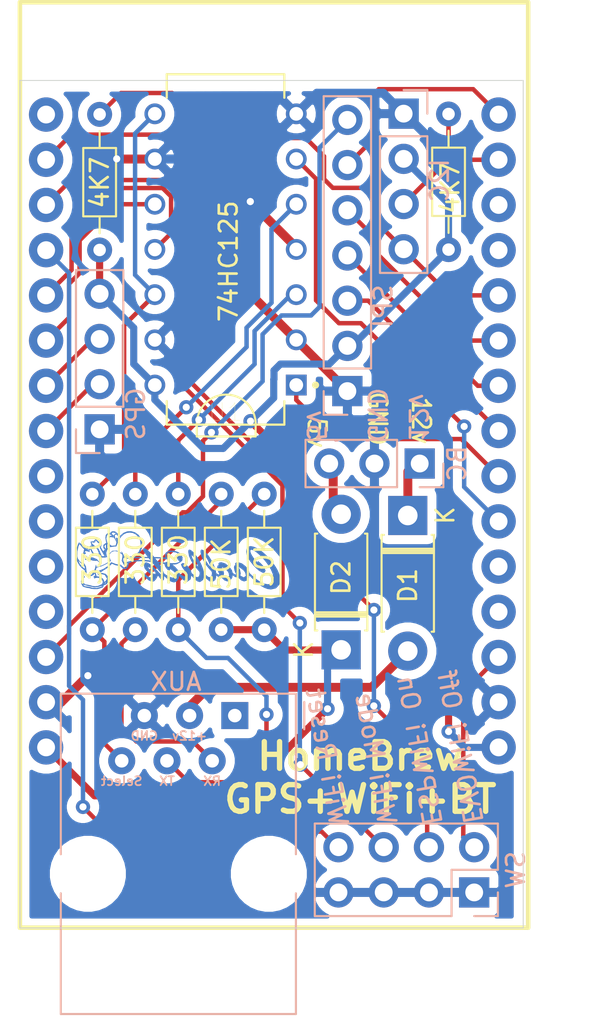
<source format=kicad_pcb>
(kicad_pcb (version 20171130) (host pcbnew "(5.1.7)-1")

  (general
    (thickness 1.6)
    (drawings 25)
    (tracks 254)
    (zones 0)
    (modules 18)
    (nets 40)
  )

  (page A4)
  (layers
    (0 F.Cu signal)
    (31 B.Cu signal)
    (32 B.Adhes user hide)
    (33 F.Adhes user hide)
    (34 B.Paste user hide)
    (35 F.Paste user hide)
    (36 B.SilkS user)
    (37 F.SilkS user)
    (38 B.Mask user hide)
    (39 F.Mask user hide)
    (40 Dwgs.User user hide)
    (41 Cmts.User user hide)
    (42 Eco1.User user hide)
    (43 Eco2.User user hide)
    (44 Edge.Cuts user)
    (45 Margin user hide)
    (46 B.CrtYd user hide)
    (47 F.CrtYd user hide)
    (48 B.Fab user hide)
    (49 F.Fab user hide)
  )

  (setup
    (last_trace_width 0.25)
    (user_trace_width 0.4)
    (trace_clearance 0.2)
    (zone_clearance 0.508)
    (zone_45_only no)
    (trace_min 0.2)
    (via_size 0.8)
    (via_drill 0.4)
    (via_min_size 0.4)
    (via_min_drill 0.3)
    (uvia_size 0.3)
    (uvia_drill 0.1)
    (uvias_allowed no)
    (uvia_min_size 0.2)
    (uvia_min_drill 0.1)
    (edge_width 0.05)
    (segment_width 0.2)
    (pcb_text_width 0.3)
    (pcb_text_size 1.5 1.5)
    (mod_edge_width 0.12)
    (mod_text_size 1 1)
    (mod_text_width 0.15)
    (pad_size 1.524 1.524)
    (pad_drill 0.762)
    (pad_to_mask_clearance 0)
    (aux_axis_origin 0 0)
    (visible_elements 7FFFFFFF)
    (pcbplotparams
      (layerselection 0x010fc_ffffffff)
      (usegerberextensions false)
      (usegerberattributes true)
      (usegerberadvancedattributes true)
      (creategerberjobfile true)
      (excludeedgelayer true)
      (linewidth 0.100000)
      (plotframeref false)
      (viasonmask false)
      (mode 1)
      (useauxorigin false)
      (hpglpennumber 1)
      (hpglpenspeed 20)
      (hpglpendiameter 15.000000)
      (psnegative false)
      (psa4output false)
      (plotreference true)
      (plotvalue true)
      (plotinvisibletext false)
      (padsonsilk false)
      (subtractmaskfromsilk false)
      (outputformat 1)
      (mirror false)
      (drillshape 1)
      (scaleselection 1)
      (outputdirectory ""))
  )

  (net 0 "")
  (net 1 +12V)
  (net 2 "Net-(J1-Pad6)")
  (net 3 GND)
  (net 4 "Net-(J1-Pad4)")
  (net 5 "Net-(J1-Pad2)")
  (net 6 "Net-(J1-Pad1)")
  (net 7 +3V3)
  (net 8 "Net-(U2-PadD2)")
  (net 9 RX2)
  (net 10 TX2)
  (net 11 +5V)
  (net 12 "Net-(R1-Pad1)")
  (net 13 "Net-(U2-PadD27)")
  (net 14 "Net-(U2-PadD26)")
  (net 15 "Net-(D1-Pad1)")
  (net 16 "Net-(D2-Pad2)")
  (net 17 EN)
  (net 18 GPS_RX)
  (net 19 GPS_TX)
  (net 20 SCL)
  (net 21 SDA)
  (net 22 CS)
  (net 23 CLK)
  (net 24 MISO)
  (net 25 MOSI)
  (net 26 RST)
  (net 27 "Net-(R4-Pad1)")
  (net 28 "Net-(R5-Pad1)")
  (net 29 ESP-Wifi-Off)
  (net 30 ESP-Wifi-Mode)
  (net 31 EVO-Wifi-Off)
  (net 32 ESP-Restore-Defaults)
  (net 33 3OE)
  (net 34 4Y)
  (net 35 "Net-(U2-PadD4)")
  (net 36 "Net-(U2-PadD12)")
  (net 37 "Net-(U2-PadD14)")
  (net 38 "Net-(U2-PadD3)")
  (net 39 "Net-(U2-PadD1)")

  (net_class Default "This is the default net class."
    (clearance 0.2)
    (trace_width 0.25)
    (via_dia 0.8)
    (via_drill 0.4)
    (uvia_dia 0.3)
    (uvia_drill 0.1)
    (add_net 3OE)
    (add_net 4Y)
    (add_net CLK)
    (add_net CS)
    (add_net EN)
    (add_net ESP-Restore-Defaults)
    (add_net ESP-Wifi-Mode)
    (add_net ESP-Wifi-Off)
    (add_net EVO-Wifi-Off)
    (add_net GPS_RX)
    (add_net GPS_TX)
    (add_net MISO)
    (add_net MOSI)
    (add_net "Net-(D1-Pad1)")
    (add_net "Net-(D2-Pad2)")
    (add_net "Net-(J1-Pad1)")
    (add_net "Net-(J1-Pad2)")
    (add_net "Net-(J1-Pad4)")
    (add_net "Net-(J1-Pad6)")
    (add_net "Net-(R1-Pad1)")
    (add_net "Net-(R4-Pad1)")
    (add_net "Net-(R5-Pad1)")
    (add_net "Net-(U2-PadD1)")
    (add_net "Net-(U2-PadD12)")
    (add_net "Net-(U2-PadD14)")
    (add_net "Net-(U2-PadD2)")
    (add_net "Net-(U2-PadD26)")
    (add_net "Net-(U2-PadD27)")
    (add_net "Net-(U2-PadD3)")
    (add_net "Net-(U2-PadD4)")
    (add_net RST)
    (add_net RX2)
    (add_net SCL)
    (add_net SDA)
    (add_net TX2)
  )

  (net_class 12V ""
    (clearance 0.4)
    (trace_width 0.5)
    (via_dia 0.8)
    (via_drill 0.4)
    (uvia_dia 0.3)
    (uvia_drill 0.1)
    (add_net +12V)
    (add_net GND)
  )

  (net_class 5V_3V3 ""
    (clearance 0.3)
    (trace_width 0.4)
    (via_dia 0.8)
    (via_drill 0.4)
    (uvia_dia 0.3)
    (uvia_drill 0.1)
    (add_net +3V3)
    (add_net +5V)
  )

  (module Connector_PinHeader_2.54mm:PinHeader_1x07_P2.54mm_Vertical (layer B.Cu) (tedit 59FED5CC) (tstamp 605EF8DA)
    (at 54.58 76.89)
    (descr "Through hole straight pin header, 1x07, 2.54mm pitch, single row")
    (tags "Through hole pin header THT 1x07 2.54mm single row")
    (path /604F316D)
    (fp_text reference SPI (at 2.01 -4.77 90) (layer B.SilkS)
      (effects (font (size 1 1) (thickness 0.15)) (justify mirror))
    )
    (fp_text value SPI (at 0 -17.57) (layer B.Fab)
      (effects (font (size 1 1) (thickness 0.15)) (justify mirror))
    )
    (fp_line (start -0.635 1.27) (end 1.27 1.27) (layer B.Fab) (width 0.1))
    (fp_line (start 1.27 1.27) (end 1.27 -16.51) (layer B.Fab) (width 0.1))
    (fp_line (start 1.27 -16.51) (end -1.27 -16.51) (layer B.Fab) (width 0.1))
    (fp_line (start -1.27 -16.51) (end -1.27 0.635) (layer B.Fab) (width 0.1))
    (fp_line (start -1.27 0.635) (end -0.635 1.27) (layer B.Fab) (width 0.1))
    (fp_line (start -1.33 -16.57) (end 1.33 -16.57) (layer B.SilkS) (width 0.12))
    (fp_line (start -1.33 -1.27) (end -1.33 -16.57) (layer B.SilkS) (width 0.12))
    (fp_line (start 1.33 -1.27) (end 1.33 -16.57) (layer B.SilkS) (width 0.12))
    (fp_line (start -1.33 -1.27) (end 1.33 -1.27) (layer B.SilkS) (width 0.12))
    (fp_line (start -1.33 0) (end -1.33 1.33) (layer B.SilkS) (width 0.12))
    (fp_line (start -1.33 1.33) (end 0 1.33) (layer B.SilkS) (width 0.12))
    (fp_line (start -1.8 1.8) (end -1.8 -17.05) (layer B.CrtYd) (width 0.05))
    (fp_line (start -1.8 -17.05) (end 1.8 -17.05) (layer B.CrtYd) (width 0.05))
    (fp_line (start 1.8 -17.05) (end 1.8 1.8) (layer B.CrtYd) (width 0.05))
    (fp_line (start 1.8 1.8) (end -1.8 1.8) (layer B.CrtYd) (width 0.05))
    (fp_text user %R (at 0 -7.62 -90) (layer B.Fab)
      (effects (font (size 1 1) (thickness 0.15)) (justify mirror))
    )
    (pad 1 thru_hole rect (at 0 0) (size 1.7 1.7) (drill 1) (layers *.Cu *.Mask)
      (net 3 GND))
    (pad 2 thru_hole oval (at 0 -2.54) (size 1.7 1.7) (drill 1) (layers *.Cu *.Mask)
      (net 7 +3V3))
    (pad 3 thru_hole oval (at 0 -5.08) (size 1.7 1.7) (drill 1) (layers *.Cu *.Mask)
      (net 22 CS))
    (pad 4 thru_hole oval (at 0 -7.62) (size 1.7 1.7) (drill 1) (layers *.Cu *.Mask)
      (net 23 CLK))
    (pad 5 thru_hole oval (at 0 -10.16) (size 1.7 1.7) (drill 1) (layers *.Cu *.Mask)
      (net 24 MISO))
    (pad 6 thru_hole oval (at 0 -12.7) (size 1.7 1.7) (drill 1) (layers *.Cu *.Mask)
      (net 25 MOSI))
    (pad 7 thru_hole oval (at 0 -15.24) (size 1.7 1.7) (drill 1) (layers *.Cu *.Mask)
      (net 26 RST))
    (model ${KISYS3DMOD}/Connector_PinHeader_2.54mm.3dshapes/PinHeader_1x07_P2.54mm_Vertical.wrl
      (at (xyz 0 0 0))
      (scale (xyz 1 1 1))
      (rotate (xyz 0 0 0))
    )
  )

  (module Resistor_THT:R_Axial_DIN0204_L3.6mm_D1.6mm_P7.62mm_Horizontal (layer F.Cu) (tedit 5AE5139B) (tstamp 605EC687)
    (at 40.67 61.34 270)
    (descr "Resistor, Axial_DIN0204 series, Axial, Horizontal, pin pitch=7.62mm, 0.167W, length*diameter=3.6*1.6mm^2, http://cdn-reichelt.de/documents/datenblatt/B400/1_4W%23YAG.pdf")
    (tags "Resistor Axial_DIN0204 series Axial Horizontal pin pitch 7.62mm 0.167W length 3.6mm diameter 1.6mm")
    (path /606431A7)
    (fp_text reference 4K7 (at 3.83 0 90) (layer F.SilkS)
      (effects (font (size 1 1) (thickness 0.15)))
    )
    (fp_text value 4K7 (at 3.81 1.92 90) (layer F.Fab)
      (effects (font (size 1 1) (thickness 0.15)))
    )
    (fp_line (start 2.01 -0.8) (end 2.01 0.8) (layer F.Fab) (width 0.1))
    (fp_line (start 2.01 0.8) (end 5.61 0.8) (layer F.Fab) (width 0.1))
    (fp_line (start 5.61 0.8) (end 5.61 -0.8) (layer F.Fab) (width 0.1))
    (fp_line (start 5.61 -0.8) (end 2.01 -0.8) (layer F.Fab) (width 0.1))
    (fp_line (start 0 0) (end 2.01 0) (layer F.Fab) (width 0.1))
    (fp_line (start 7.62 0) (end 5.61 0) (layer F.Fab) (width 0.1))
    (fp_line (start 1.89 -0.92) (end 1.89 0.92) (layer F.SilkS) (width 0.12))
    (fp_line (start 1.89 0.92) (end 5.73 0.92) (layer F.SilkS) (width 0.12))
    (fp_line (start 5.73 0.92) (end 5.73 -0.92) (layer F.SilkS) (width 0.12))
    (fp_line (start 5.73 -0.92) (end 1.89 -0.92) (layer F.SilkS) (width 0.12))
    (fp_line (start 0.94 0) (end 1.89 0) (layer F.SilkS) (width 0.12))
    (fp_line (start 6.68 0) (end 5.73 0) (layer F.SilkS) (width 0.12))
    (fp_line (start -0.95 -1.05) (end -0.95 1.05) (layer F.CrtYd) (width 0.05))
    (fp_line (start -0.95 1.05) (end 8.57 1.05) (layer F.CrtYd) (width 0.05))
    (fp_line (start 8.57 1.05) (end 8.57 -1.05) (layer F.CrtYd) (width 0.05))
    (fp_line (start 8.57 -1.05) (end -0.95 -1.05) (layer F.CrtYd) (width 0.05))
    (fp_text user %R (at 3.81 0 90) (layer F.Fab)
      (effects (font (size 0.72 0.72) (thickness 0.108)))
    )
    (pad 1 thru_hole circle (at 0 0 270) (size 1.4 1.4) (drill 0.7) (layers *.Cu *.Mask)
      (net 21 SDA))
    (pad 2 thru_hole oval (at 7.62 0 270) (size 1.4 1.4) (drill 0.7) (layers *.Cu *.Mask)
      (net 7 +3V3))
    (model ${KISYS3DMOD}/Resistor_THT.3dshapes/R_Axial_DIN0204_L3.6mm_D1.6mm_P7.62mm_Horizontal.wrl
      (at (xyz 0 0 0))
      (scale (xyz 1 1 1))
      (rotate (xyz 0 0 0))
    )
  )

  (module ESP32DEVKIT1:ESP32-DEVKITV1 (layer F.Cu) (tedit 6035BED3) (tstamp 603EA884)
    (at 50.8 80.391 90)
    (path /6035D81E)
    (fp_text reference U2 (at -14.605 -15.875 90) (layer F.SilkS) hide
      (effects (font (size 1 1) (thickness 0.015)))
    )
    (fp_text value ESP32DEVKITV1 (at 0 0 90) (layer F.Fab)
      (effects (font (size 0.787402 0.787402) (thickness 0.015)))
    )
    (fp_line (start -26.65 13.93) (end -26.65 -14.605) (layer F.SilkS) (width 0.254))
    (fp_line (start 25.35 13.93) (end -26.65 13.93) (layer F.SilkS) (width 0.254))
    (fp_line (start 25.35 -14.605) (end 25.35 13.93) (layer F.SilkS) (width 0.254))
    (fp_line (start -26.65 -14.605) (end 25.35 -14.605) (layer F.SilkS) (width 0.254))
    (fp_text user ESP32-DEVKITV1 (at 11.35 15.97 90) (layer F.Fab)
      (effects (font (size 1 1) (thickness 0.015)))
    )
    (pad 3V3 thru_hole circle (at -16.52 12.27 90) (size 1.9304 1.9304) (drill 1) (layers *.Cu *.Mask)
      (net 7 +3V3))
    (pad GND@2 thru_hole circle (at -13.98 12.27 90) (size 1.9304 1.9304) (drill 1) (layers *.Cu *.Mask)
      (net 3 GND))
    (pad D15 thru_hole circle (at -11.44 12.27 90) (size 1.9304 1.9304) (drill 1) (layers *.Cu *.Mask)
      (net 31 EVO-Wifi-Off))
    (pad D2 thru_hole circle (at -8.9 12.27 90) (size 1.9304 1.9304) (drill 1) (layers *.Cu *.Mask)
      (net 8 "Net-(U2-PadD2)"))
    (pad D4 thru_hole circle (at -6.36 12.27 90) (size 1.9304 1.9304) (drill 1) (layers *.Cu *.Mask)
      (net 35 "Net-(U2-PadD4)"))
    (pad D16 thru_hole circle (at -3.82 12.27 90) (size 1.9304 1.9304) (drill 1) (layers *.Cu *.Mask)
      (net 9 RX2))
    (pad D17 thru_hole circle (at -1.28 12.27 90) (size 1.9304 1.9304) (drill 1) (layers *.Cu *.Mask)
      (net 10 TX2))
    (pad D5 thru_hole circle (at 1.26 12.27 90) (size 1.9304 1.9304) (drill 1) (layers *.Cu *.Mask)
      (net 22 CS))
    (pad D18 thru_hole circle (at 3.8 12.27 90) (size 1.9304 1.9304) (drill 1) (layers *.Cu *.Mask)
      (net 23 CLK))
    (pad D19 thru_hole circle (at 6.34 12.27 90) (size 1.9304 1.9304) (drill 1) (layers *.Cu *.Mask)
      (net 24 MISO))
    (pad D21 thru_hole circle (at 8.88 12.27 90) (size 1.9304 1.9304) (drill 1) (layers *.Cu *.Mask)
      (net 21 SDA))
    (pad D3 thru_hole circle (at 11.42 12.27 90) (size 1.9304 1.9304) (drill 1) (layers *.Cu *.Mask)
      (net 38 "Net-(U2-PadD3)"))
    (pad D1 thru_hole circle (at 13.96 12.27 90) (size 1.9304 1.9304) (drill 1) (layers *.Cu *.Mask)
      (net 39 "Net-(U2-PadD1)"))
    (pad D22 thru_hole circle (at 16.5 12.27 90) (size 1.9304 1.9304) (drill 1) (layers *.Cu *.Mask)
      (net 20 SCL))
    (pad D23 thru_hole circle (at 19.04 12.27 90) (size 1.9304 1.9304) (drill 1) (layers *.Cu *.Mask)
      (net 25 MOSI))
    (pad VIN thru_hole circle (at -16.52 -13.135 90) (size 1.9304 1.9304) (drill 1) (layers *.Cu *.Mask)
      (net 11 +5V))
    (pad GND@1 thru_hole circle (at -13.98 -13.135 90) (size 1.9304 1.9304) (drill 1) (layers *.Cu *.Mask)
      (net 3 GND))
    (pad D13 thru_hole circle (at -11.44 -13.135 90) (size 1.9304 1.9304) (drill 1) (layers *.Cu *.Mask)
      (net 26 RST))
    (pad D12 thru_hole circle (at -8.9 -13.135 90) (size 1.9304 1.9304) (drill 1) (layers *.Cu *.Mask)
      (net 36 "Net-(U2-PadD12)"))
    (pad D14 thru_hole circle (at -6.36 -13.135 90) (size 1.9304 1.9304) (drill 1) (layers *.Cu *.Mask)
      (net 37 "Net-(U2-PadD14)"))
    (pad D27 thru_hole circle (at -3.82 -13.135 90) (size 1.9304 1.9304) (drill 1) (layers *.Cu *.Mask)
      (net 13 "Net-(U2-PadD27)"))
    (pad D26 thru_hole circle (at -1.28 -13.135 90) (size 1.9304 1.9304) (drill 1) (layers *.Cu *.Mask)
      (net 14 "Net-(U2-PadD26)"))
    (pad D25 thru_hole circle (at 1.26 -13.135 90) (size 1.9304 1.9304) (drill 1) (layers *.Cu *.Mask)
      (net 19 GPS_TX))
    (pad D33 thru_hole circle (at 3.8 -13.135 90) (size 1.9304 1.9304) (drill 1) (layers *.Cu *.Mask)
      (net 18 GPS_RX))
    (pad D32 thru_hole circle (at 6.34 -13.135 90) (size 1.9304 1.9304) (drill 1) (layers *.Cu *.Mask)
      (net 33 3OE))
    (pad D35 thru_hole circle (at 8.88 -13.135 90) (size 1.9304 1.9304) (drill 1) (layers *.Cu *.Mask)
      (net 34 4Y))
    (pad D34 thru_hole circle (at 11.42 -13.135 90) (size 1.9304 1.9304) (drill 1) (layers *.Cu *.Mask)
      (net 32 ESP-Restore-Defaults))
    (pad D39 thru_hole circle (at 13.96 -13.135 90) (size 1.9304 1.9304) (drill 1) (layers *.Cu *.Mask)
      (net 30 ESP-Wifi-Mode))
    (pad D36 thru_hole circle (at 16.5 -13.135 90) (size 1.9304 1.9304) (drill 1) (layers *.Cu *.Mask)
      (net 29 ESP-Wifi-Off))
    (pad EN thru_hole circle (at 19.04 -13.135 90) (size 1.9304 1.9304) (drill 1) (layers *.Cu *.Mask)
      (net 17 EN))
    (model ${KIPRJMOD}/ESP32DEVKIT1/ESP-WROOM32.STEP
      (offset (xyz -15.75 -1 25))
      (scale (xyz 1 1 1))
      (rotate (xyz -90 0 90))
    )
  )

  (module Connector_RJ:RJ12_Amphenol_54601 (layer B.Cu) (tedit 5AE2E32D) (tstamp 604087EF)
    (at 48.26 95.123 180)
    (descr "RJ12 connector  https://cdn.amphenol-icc.com/media/wysiwyg/files/drawing/c-bmj-0082.pdf")
    (tags "RJ12 connector")
    (path /6035F8D6)
    (fp_text reference AUX (at 3.302 1.905) (layer B.SilkS)
      (effects (font (size 1 1) (thickness 0.15)) (justify mirror))
    )
    (fp_text value RJ12-AUX (at 3.54 -18.3) (layer B.Fab)
      (effects (font (size 1 1) (thickness 0.15)) (justify mirror))
    )
    (fp_line (start -3.43 0.48) (end -3.43 1.23) (layer B.Fab) (width 0.1))
    (fp_line (start -2.93 -0.02) (end -3.43 0.48) (layer B.Fab) (width 0.1))
    (fp_line (start -3.43 -0.52) (end -2.93 -0.02) (layer B.Fab) (width 0.1))
    (fp_line (start -3.9 -0.77) (end -3.9 0.76) (layer B.SilkS) (width 0.12))
    (fp_line (start -3.43 -7.79) (end -3.43 1.23) (layer B.SilkS) (width 0.12))
    (fp_line (start -3.43 -7.72) (end -3.43 -7.79) (layer B.SilkS) (width 0.1))
    (fp_line (start -3.43 -16.77) (end -3.43 -9.99) (layer B.SilkS) (width 0.12))
    (fp_line (start 9.77 -16.77) (end -3.43 -16.77) (layer B.SilkS) (width 0.12))
    (fp_line (start 9.77 -16.76) (end 9.77 -16.77) (layer B.SilkS) (width 0.1))
    (fp_line (start 9.77 -16.77) (end 9.77 -9.99) (layer B.SilkS) (width 0.12))
    (fp_line (start 9.77 -16.65) (end 9.77 -16.77) (layer B.SilkS) (width 0.1))
    (fp_line (start 9.77 1.23) (end 9.77 -7.79) (layer B.SilkS) (width 0.12))
    (fp_line (start -3.43 1.23) (end 9.77 1.23) (layer B.SilkS) (width 0.12))
    (fp_line (start -4.04 -17.27) (end -4.04 1.73) (layer B.CrtYd) (width 0.05))
    (fp_line (start 10.38 -17.27) (end -4.04 -17.27) (layer B.CrtYd) (width 0.05))
    (fp_line (start 10.38 1.73) (end 10.38 -17.27) (layer B.CrtYd) (width 0.05))
    (fp_line (start -4.04 1.73) (end 10.38 1.73) (layer B.CrtYd) (width 0.05))
    (fp_line (start 9.77 -16.77) (end -3.43 -16.77) (layer B.Fab) (width 0.1))
    (fp_line (start 9.77 1.23) (end 9.77 -16.77) (layer B.Fab) (width 0.1))
    (fp_line (start -3.43 1.23) (end 9.77 1.23) (layer B.Fab) (width 0.1))
    (fp_line (start -3.43 -16.77) (end -3.43 -0.52) (layer B.Fab) (width 0.1))
    (fp_text user %R (at 3.16 -7.76) (layer B.Fab)
      (effects (font (size 1 1) (thickness 0.15)) (justify mirror))
    )
    (pad "" np_thru_hole circle (at 8.25 -8.89 180) (size 3.25 3.25) (drill 3.25) (layers *.Cu *.Mask))
    (pad 6 thru_hole circle (at 6.35 -2.54 180) (size 1.52 1.52) (drill 0.76) (layers *.Cu *.Mask)
      (net 2 "Net-(J1-Pad6)"))
    (pad 5 thru_hole circle (at 5.08 0 180) (size 1.52 1.52) (drill 0.76) (layers *.Cu *.Mask)
      (net 3 GND))
    (pad 4 thru_hole circle (at 3.81 -2.54 180) (size 1.52 1.52) (drill 0.76) (layers *.Cu *.Mask)
      (net 4 "Net-(J1-Pad4)"))
    (pad 3 thru_hole circle (at 2.54 0 180) (size 1.52 1.52) (drill 0.76) (layers *.Cu *.Mask)
      (net 1 +12V))
    (pad 2 thru_hole circle (at 1.27 -2.54 180) (size 1.52 1.52) (drill 0.76) (layers *.Cu *.Mask)
      (net 5 "Net-(J1-Pad2)"))
    (pad "" np_thru_hole circle (at -1.91 -8.89 180) (size 3.25 3.25) (drill 3.25) (layers *.Cu *.Mask))
    (pad 1 thru_hole rect (at 0 0 180) (size 1.52 1.52) (drill 0.76) (layers *.Cu *.Mask)
      (net 6 "Net-(J1-Pad1)"))
    (model ${KISYS3DMOD}/Connector_RJ.3dshapes/RJ12_Amphenol_54601.wrl
      (at (xyz 0 0 0))
      (scale (xyz 1 1 1))
      (rotate (xyz 0 0 0))
    )
  )

  (module Diode_THT:D_DO-41_SOD81_P7.62mm_Horizontal (layer F.Cu) (tedit 5AE50CD5) (tstamp 6043FE93)
    (at 57.97 83.88 270)
    (descr "Diode, DO-41_SOD81 series, Axial, Horizontal, pin pitch=7.62mm, , length*diameter=5.2*2.7mm^2, , http://www.diodes.com/_files/packages/DO-41%20(Plastic).pdf")
    (tags "Diode DO-41_SOD81 series Axial Horizontal pin pitch 7.62mm  length 5.2mm diameter 2.7mm")
    (path /60389A91)
    (fp_text reference D1 (at 3.937 0 90) (layer F.SilkS)
      (effects (font (size 1 1) (thickness 0.15)))
    )
    (fp_text value D (at 3.81 2.47 90) (layer F.Fab)
      (effects (font (size 1 1) (thickness 0.15)))
    )
    (fp_line (start 1.21 -1.35) (end 1.21 1.35) (layer F.Fab) (width 0.1))
    (fp_line (start 1.21 1.35) (end 6.41 1.35) (layer F.Fab) (width 0.1))
    (fp_line (start 6.41 1.35) (end 6.41 -1.35) (layer F.Fab) (width 0.1))
    (fp_line (start 6.41 -1.35) (end 1.21 -1.35) (layer F.Fab) (width 0.1))
    (fp_line (start 0 0) (end 1.21 0) (layer F.Fab) (width 0.1))
    (fp_line (start 7.62 0) (end 6.41 0) (layer F.Fab) (width 0.1))
    (fp_line (start 1.99 -1.35) (end 1.99 1.35) (layer F.Fab) (width 0.1))
    (fp_line (start 2.09 -1.35) (end 2.09 1.35) (layer F.Fab) (width 0.1))
    (fp_line (start 1.89 -1.35) (end 1.89 1.35) (layer F.Fab) (width 0.1))
    (fp_line (start 1.09 -1.34) (end 1.09 -1.47) (layer F.SilkS) (width 0.12))
    (fp_line (start 1.09 -1.47) (end 6.53 -1.47) (layer F.SilkS) (width 0.12))
    (fp_line (start 6.53 -1.47) (end 6.53 -1.34) (layer F.SilkS) (width 0.12))
    (fp_line (start 1.09 1.34) (end 1.09 1.47) (layer F.SilkS) (width 0.12))
    (fp_line (start 1.09 1.47) (end 6.53 1.47) (layer F.SilkS) (width 0.12))
    (fp_line (start 6.53 1.47) (end 6.53 1.34) (layer F.SilkS) (width 0.12))
    (fp_line (start 1.99 -1.47) (end 1.99 1.47) (layer F.SilkS) (width 0.12))
    (fp_line (start 2.11 -1.47) (end 2.11 1.47) (layer F.SilkS) (width 0.12))
    (fp_line (start 1.87 -1.47) (end 1.87 1.47) (layer F.SilkS) (width 0.12))
    (fp_line (start -1.35 -1.6) (end -1.35 1.6) (layer F.CrtYd) (width 0.05))
    (fp_line (start -1.35 1.6) (end 8.97 1.6) (layer F.CrtYd) (width 0.05))
    (fp_line (start 8.97 1.6) (end 8.97 -1.6) (layer F.CrtYd) (width 0.05))
    (fp_line (start 8.97 -1.6) (end -1.35 -1.6) (layer F.CrtYd) (width 0.05))
    (fp_text user %R (at 4.2 0 90) (layer F.Fab)
      (effects (font (size 1 1) (thickness 0.15)))
    )
    (fp_text user K (at 0 -2.1 90) (layer F.Fab)
      (effects (font (size 1 1) (thickness 0.15)))
    )
    (fp_text user K (at 0 -2.1 90) (layer F.SilkS)
      (effects (font (size 1 1) (thickness 0.15)))
    )
    (pad 1 thru_hole rect (at 0 0 270) (size 2.2 2.2) (drill 1.1) (layers *.Cu *.Mask)
      (net 15 "Net-(D1-Pad1)"))
    (pad 2 thru_hole oval (at 7.62 0 270) (size 2.2 2.2) (drill 1.1) (layers *.Cu *.Mask)
      (net 1 +12V))
    (model ${KISYS3DMOD}/Diode_THT.3dshapes/D_DO-41_SOD81_P7.62mm_Horizontal.wrl
      (at (xyz 0 0 0))
      (scale (xyz 1 1 1))
      (rotate (xyz 0 0 0))
    )
  )

  (module CoolLick:Coollick (layer B.Cu) (tedit 604275F6) (tstamp 604380E3)
    (at 45.0215 86.36 180)
    (descr "Converted using: svg2mod -i Coollick.svg -c -f .11")
    (tags svg2mod)
    (attr virtual)
    (fp_text reference svg2mod (at 0 4.71236) (layer B.SilkS) hide
      (effects (font (size 1.524 1.524) (thickness 0.3048)) (justify mirror))
    )
    (fp_text value G*** (at 0 -4.71236) (layer B.SilkS) hide
      (effects (font (size 1.524 1.524) (thickness 0.3048)) (justify mirror))
    )
    (fp_poly (pts (xy 1.882406 -0.751752) (xy 1.882406 -0.850055) (xy 1.731283 -1.019152) (xy 1.60657 -1.142031)
      (xy 1.164937 -0.772293) (xy 1.302856 -0.82658) (xy 1.440774 -0.713604) (xy 1.583094 -0.553678)
      (xy 1.641783 -0.414292) (xy 1.621242 -0.390817) (xy 1.429036 -0.497923) (xy 1.29552 -0.620069)
      (xy 1.164937 -0.772293) (xy 1.60657 -1.142031) (xy 1.420233 -1.240335) (xy 1.289651 -1.197786)
      (xy 1.185478 -1.080408) (xy 1.076905 -0.872064) (xy 0.941921 -1.045195) (xy 0.858289 -1.150835)
      (xy 0.81574 -1.177245) (xy 0.758519 -1.127359) (xy 0.740912 -0.97917) (xy 0.771723 -0.725342)
      (xy 0.862691 -0.486186) (xy 0.930916 -0.365874) (xy 1.015281 -0.236759) (xy 1.114685 -0.098841)
      (xy 1.225093 0.044947) (xy 1.374016 0.228715) (xy 1.50093 0.37507) (xy 1.701939 0.568743)
      (xy 1.845726 0.634768) (xy 1.916152 0.571677) (xy 1.851228 0.446597) (xy 1.656455 0.17993)
      (xy 1.543068 0.035674) (xy 1.410667 -0.128302) (xy 1.25925 -0.311998) (xy 1.088818 -0.515413)
      (xy 0.899371 -0.738547) (xy 0.899371 -0.864728) (xy 1.106901 -0.647416) (xy 1.285412 -0.470861)
      (xy 1.434905 -0.335062) (xy 1.61574 -0.205214) (xy 1.750357 -0.161931) (xy 1.820783 -0.216218)
      (xy 1.845726 -0.339464) (xy 1.814914 -0.478116) (xy 1.72248 -0.606497) (xy 1.566221 -0.737447)
      (xy 1.343938 -0.886736) (xy 1.4217 -0.983572) (xy 1.506799 -1.012916) (xy 1.605102 -0.982105)
      (xy 1.712209 -0.904342) (xy 1.882406 -0.751752)) (layer B.Cu) (width 0.031301))
    (fp_poly (pts (xy 0.781994 -0.754686) (xy 0.781994 -0.85299) (xy 0.639307 -0.989808) (xy 0.525231 -1.092146)
      (xy 0.340362 -1.224196) (xy 0.173099 -1.271146) (xy 0.02491 -1.208056) (xy -0.080729 -1.040793)
      (xy -0.118877 -0.820711) (xy -0.07486 -0.643178) (xy 0.095337 -0.442169) (xy 0.239491 -0.312321)
      (xy 0.372641 -0.216218) (xy 0.575116 -0.135521) (xy 0.664617 -0.172201) (xy 0.701297 -0.264636)
      (xy 0.652879 -0.398153) (xy 0.544305 -0.549276) (xy 0.448936 -0.612366) (xy 0.410788 -0.571284)
      (xy 0.412256 -0.549276) (xy 0.413723 -0.528735) (xy 0.400518 -0.509661) (xy 0.371174 -0.519932)
      (xy 0.170165 -0.665186) (xy 0.083599 -0.748818) (xy 0.052788 -0.838318) (xy 0.108542 -0.979171)
      (xy 0.253796 -1.033458) (xy 0.475346 -0.963031) (xy 0.617299 -0.874998) (xy 0.781994 -0.754687)
      (xy 0.781994 -0.754686)) (layer B.Cu) (width 0.031301))
    (fp_poly (pts (xy -0.187836 -0.095906) (xy -0.088065 -0.751752) (xy -0.088065 -0.858859) (xy -0.225617 -1.019886)
      (xy -0.353631 -1.136163) (xy -0.563443 -1.228597) (xy -0.742444 -1.102417) (xy -0.801132 -0.82658)
      (xy -0.789395 -0.718006) (xy -0.761518 -0.63144) (xy -0.701362 -0.5258) (xy -0.50182 -0.282609)
      (xy -0.319885 -0.201546) (xy -0.230385 -0.270505) (xy -0.289074 -0.417227) (xy -0.391779 -0.559547)
      (xy -0.559042 -0.731211) (xy -0.597189 -0.841252) (xy -0.557574 -0.929285) (xy -0.454869 -0.964498)
      (xy -0.303746 -0.914613) (xy -0.088065 -0.751752) (xy -0.187836 -0.095906) (xy -0.258262 -0.068029)
      (xy -0.290541 0.002397) (xy -0.228918 0.146185) (xy -0.10127 0.225414) (xy -0.027909 0.197537)
      (xy 0.001435 0.119775) (xy -0.058721 -0.019611) (xy -0.187836 -0.095906)) (layer B.Cu) (width 0.031301))
    (fp_poly (pts (xy -0.77619 -0.735613) (xy -0.77619 -0.844186) (xy -0.967906 -1.069975) (xy -1.13419 -1.205448)
      (xy -1.275043 -1.250605) (xy -1.439371 -1.13763) (xy -1.214887 -0.471514) (xy -1.068166 -0.301316)
      (xy -0.933182 -0.097373) (xy -0.834878 0.097766) (xy -0.798198 0.228349) (xy -0.821673 0.262095)
      (xy -0.855419 0.245955) (xy -0.950422 0.137381) (xy -1.056428 -0.041619) (xy -1.151797 -0.255466)
      (xy -1.214887 -0.471514) (xy -1.439371 -1.13763) (xy -1.483388 -1.00558) (xy -1.49806 -0.838318)
      (xy -1.480453 -0.674723) (xy -1.427634 -0.483251) (xy -1.34547 -0.275273) (xy -1.23983 -0.065095)
      (xy -1.119152 0.133713) (xy -0.994805 0.304644) (xy -0.871926 0.439261) (xy -0.758583 0.526194)
      (xy -0.689624 0.552603) (xy -0.648542 0.524726) (xy -0.638271 0.432292) (xy -0.67972 0.204873)
      (xy -0.804067 -0.069496) (xy -0.929106 -0.268549) (xy -1.083164 -0.470535) (xy -1.26624 -0.675457)
      (xy -1.280912 -0.792834) (xy -1.241297 -0.945424) (xy -1.128321 -1.004113) (xy -1.049092 -0.976236)
      (xy -0.959591 -0.904342) (xy -0.776189 -0.735613) (xy -0.77619 -0.735613)) (layer B.Cu) (width 0.031301))
    (fp_poly (pts (xy -1.464314 -0.735613) (xy -1.464314 -0.844186) (xy -1.656031 -1.069975) (xy -1.822315 -1.205448)
      (xy -1.963168 -1.250605) (xy -2.127496 -1.13763) (xy -1.903012 -0.471514) (xy -1.756291 -0.301316)
      (xy -1.621307 -0.097373) (xy -1.523003 0.097766) (xy -1.486323 0.228349) (xy -1.509798 0.262095)
      (xy -1.543544 0.245955) (xy -1.638546 0.137381) (xy -1.744553 -0.041619) (xy -1.839922 -0.255466)
      (xy -1.903012 -0.471514) (xy -2.127496 -1.13763) (xy -2.171513 -1.00558) (xy -2.186185 -0.838318)
      (xy -2.168578 -0.674723) (xy -2.115759 -0.483251) (xy -2.033594 -0.275273) (xy -1.927955 -0.065095)
      (xy -1.807276 0.133713) (xy -1.68293 0.304644) (xy -1.56005 0.439261) (xy -1.446708 0.526194)
      (xy -1.377749 0.552603) (xy -1.336667 0.524726) (xy -1.326396 0.432292) (xy -1.367845 0.204873)
      (xy -1.492191 -0.069496) (xy -1.617231 -0.268549) (xy -1.771289 -0.470535) (xy -1.954364 -0.675457)
      (xy -1.969037 -0.792834) (xy -1.929422 -0.945424) (xy -1.816446 -1.004113) (xy -1.737216 -0.976236)
      (xy -1.647716 -0.904342) (xy -1.464314 -0.735613)) (layer B.Cu) (width 0.031301))
    (fp_poly (pts (xy -2.162709 -0.748817) (xy -2.162709 -0.847121) (xy -2.802416 -1.012916) (xy -2.591136 -0.904342)
      (xy -2.616079 -0.772293) (xy -2.577931 -0.584489) (xy -2.464956 -0.36294) (xy -2.673301 -0.496456)
      (xy -2.820022 -0.616768) (xy -2.900719 -0.738547) (xy -2.9374 -0.91608) (xy -2.802416 -1.012916)
      (xy -2.162709 -0.847121) (xy -2.318234 -0.964498) (xy -2.486964 -0.987974) (xy -2.666331 -1.157437)
      (xy -2.822957 -1.213925) (xy -2.972613 -1.159638) (xy -3.081187 -1.011449) (xy -3.120802 -0.801637)
      (xy -3.059178 -0.593293) (xy -2.897785 -0.380546) (xy -2.685038 -0.22062) (xy -2.475226 -0.158996)
      (xy -2.366652 -0.181005) (xy -2.327037 -0.239693) (xy -2.360783 -0.307185) (xy -2.284488 -0.3468)
      (xy -2.263947 -0.445104) (xy -2.297693 -0.622637) (xy -2.387193 -0.823645) (xy -2.360783 -0.850055)
      (xy -2.338775 -0.850055) (xy -2.290357 -0.838318) (xy -2.246341 -0.811908) (xy -2.162709 -0.748817)) (layer B.Cu) (width 0.031301))
    (fp_poly (pts (xy -3.103195 -0.748817) (xy -3.103195 -0.847121) (xy -3.742901 -1.012916) (xy -3.531622 -0.904342)
      (xy -3.556565 -0.772293) (xy -3.518417 -0.584489) (xy -3.405441 -0.36294) (xy -3.613786 -0.496456)
      (xy -3.760508 -0.616768) (xy -3.841205 -0.738547) (xy -3.877885 -0.91608) (xy -3.742901 -1.012916)
      (xy -3.103195 -0.847121) (xy -3.25872 -0.964498) (xy -3.42745 -0.987974) (xy -3.606817 -1.157437)
      (xy -3.763442 -1.213925) (xy -3.913098 -1.159638) (xy -4.021672 -1.011449) (xy -4.061287 -0.801637)
      (xy -3.999664 -0.593293) (xy -3.83827 -0.380546) (xy -3.625524 -0.22062) (xy -3.415712 -0.158996)
      (xy -3.307138 -0.181005) (xy -3.267523 -0.239693) (xy -3.301269 -0.307185) (xy -3.224974 -0.3468)
      (xy -3.204433 -0.445104) (xy -3.238179 -0.622637) (xy -3.327679 -0.823645) (xy -3.301269 -0.850055)
      (xy -3.279261 -0.850055) (xy -3.230843 -0.838318) (xy -3.186826 -0.811908) (xy -3.103195 -0.748817)) (layer B.Cu) (width 0.031301))
    (fp_poly (pts (xy -4.03341 -0.745883) (xy -4.03341 -0.841252) (xy -4.193337 -1.013405) (xy -4.34446 -1.16404)
      (xy -4.48678 -1.293155) (xy -4.689989 -1.451247) (xy -4.888797 -1.567524) (xy -5.082103 -1.640151)
      (xy -5.268806 -1.66436) (xy -5.541708 -1.60127) (xy -5.713373 -1.416401) (xy -5.756289 -1.284718)
      (xy -5.770594 -1.130294) (xy -5.729512 -0.854457) (xy -5.677793 -0.707369) (xy -5.607733 -0.559547)
      (xy -5.5197 -0.40769) (xy -5.41406 -0.251431) (xy -5.288247 -0.088937) (xy -5.142625 0.081627)
      (xy -4.982332 0.249623) (xy -4.82424 0.392677) (xy -4.674583 0.510421) (xy -4.5396 0.599554)
      (xy -4.303378 0.711063) (xy -4.121443 0.747743) (xy -3.99673 0.71253) (xy -3.9175 0.609825)
      (xy -3.889623 0.4543) (xy -3.917867 0.278968) (xy -4.002598 0.084561) (xy -4.129513 -0.114613)
      (xy -4.284304 -0.307185) (xy -4.449366 -0.479216) (xy -4.607091 -0.616768) (xy -4.827174 -0.735613)
      (xy -4.912273 -0.700399) (xy -4.95042 -0.618235) (xy -4.862387 -0.415759) (xy -4.769219 -0.30205)
      (xy -4.668715 -0.198611) (xy -4.542534 -0.098841) (xy -4.532263 -0.107644) (xy -4.548403 -0.153128)
      (xy -4.563075 -0.192742) (xy -4.554272 -0.20448) (xy -4.410484 -0.070963) (xy -4.296775 0.069156)
      (xy -4.193336 0.22248) (xy -4.118508 0.369201) (xy -4.093566 0.486579) (xy -4.11264 0.551136)
      (xy -4.166926 0.574612) (xy -4.296408 0.532796) (xy -4.479444 0.407349) (xy -4.619644 0.286548)
      (xy -4.762453 0.145206) (xy -4.907871 -0.016676) (xy -5.045626 -0.189808) (xy -5.167405 -0.366852)
      (xy -5.273208 -0.547809) (xy -5.383249 -0.805672) (xy -5.419929 -1.030523) (xy -5.384716 -1.231532)
      (xy -5.279076 -1.356245) (xy -5.110347 -1.400261) (xy -4.883295 -1.358813) (xy -4.627632 -1.234466)
      (xy -4.441622 -1.106492) (xy -4.243548 -0.943631) (xy -4.03341 -0.745883)) (layer B.Cu) (width 0.031301))
    (fp_poly (pts (xy 4.45362 -1.648049) (xy 4.75619 -1.589752) (xy 4.899801 -1.541263) (xy 5.04973 -1.51663)
      (xy 5.183454 -1.503109) (xy 5.31732 -1.384672) (xy 5.263898 -1.401496) (xy 5.032932 -1.46797)
      (xy 4.843339 -1.511259) (xy 4.661204 -1.550438) (xy 4.469538 -1.541631) (xy 4.288802 -1.48578)
      (xy 4.201906 -1.462053) (xy 4.240514 -1.518908) (xy 4.501749 -1.598798) (xy 4.75619 -1.589752)
      (xy 4.45362 -1.648049) (xy 4.179764 -1.561126) (xy 4.166942 -1.254364) (xy 4.205714 -1.374206)
      (xy 4.445126 -1.484943) (xy 4.598101 -1.499424) (xy 4.751392 -1.485581) (xy 4.751344 -1.48558)
      (xy 4.883006 -1.444413) (xy 5.032931 -1.413573) (xy 5.16986 -1.394693) (xy 5.327654 -1.233172)
      (xy 5.273354 -1.000151) (xy 5.206801 -1.010698) (xy 5.185767 -0.975455) (xy 5.264656 -0.84257)
      (xy 5.21168 -0.747782) (xy 5.180392 -0.731603) (xy 5.180282 -0.781905) (xy 5.172021 -0.844946)
      (xy 4.976522 -0.922253) (xy 4.83104 -0.922385) (xy 4.689248 -0.861195) (xy 4.675713 -0.801582)
      (xy 4.663588 -0.770961) (xy 4.627092 -0.810806) (xy 4.590595 -0.874723) (xy 4.696775 -0.965365)
      (xy 4.665379 -0.995303) (xy 4.619033 -0.995468) (xy 4.661694 -1.026371) (xy 4.667471 -1.054015)
      (xy 4.48161 -1.006663) (xy 4.305212 -1.049512) (xy 4.213999 -1.11917) (xy 4.166942 -1.254364)
      (xy 4.179764 -1.561126) (xy 4.132947 -1.488117) (xy 4.158918 -1.086752) (xy 4.158918 -1.086751)
      (xy 4.276231 -0.988396) (xy 4.448017 -0.946602) (xy 4.537063 -0.939758) (xy 4.531018 -0.895657)
      (xy 4.574054 -0.774852) (xy 4.590548 -0.753566) (xy 4.498385 -0.727209) (xy 4.379889 -0.703055)
      (xy 4.353557 -0.697661) (xy 4.379373 -0.725734) (xy 4.453103 -0.768192) (xy 4.480492 -0.790889)
      (xy 4.425225 -0.799906) (xy 4.409822 -0.821146) (xy 4.454587 -0.8549) (xy 4.469419 -0.87788)
      (xy 4.40938 -0.849842) (xy 4.236253 -0.81061) (xy 4.06759 -0.851579) (xy 3.926973 -1.070842)
      (xy 4.031459 -1.225214) (xy 4.090234 -1.257889) (xy 4.109766 -1.19251) (xy 4.158918 -1.086752)
      (xy 4.132947 -1.488117) (xy 4.13353 -1.440404) (xy 4.110701 -1.340421) (xy 4.037804 -1.286171)
      (xy 3.960912 -1.276709) (xy 4.018399 -1.329888) (xy 4.110701 -1.340421) (xy 4.13353 -1.440404)
      (xy 4.075017 -1.422049) (xy 3.956126 -1.373316) (xy 3.895304 -1.258962) (xy 3.885964 -1.182111)
      (xy 3.879167 -0.965025) (xy 4.005172 -0.809154) (xy 4.221472 -0.751556) (xy 4.302649 -0.751028)
      (xy 4.377915 -0.62228) (xy 4.586703 -0.678979) (xy 4.568411 -0.592583) (xy 4.568413 -0.592582)
      (xy 4.538024 -0.476921) (xy 4.508918 -0.441562) (xy 4.230154 -0.362713) (xy 3.981818 -0.243972)
      (xy 3.763971 -0.09619) (xy 3.722099 -0.06061) (xy 3.749804 -0.009291) (xy 3.807756 0.165073)
      (xy 3.786272 0.315884) (xy 3.67248 0.443056) (xy 3.507004 0.489263) (xy 3.318852 0.453636)
      (xy 3.137032 0.335309) (xy 3.068539 0.270471) (xy 3.068682 0.161515) (xy 3.102576 -0.026437)
      (xy 3.115335 -0.080243) (xy 3.091128 -0.059177) (xy 3.074798 -0.124038) (xy 2.956442 -0.348467)
      (xy 2.816139 -0.234965) (xy 2.784677 -0.164965) (xy 2.772105 -0.220003) (xy 2.833933 -0.402122)
      (xy 2.93827 -0.479314) (xy 3.122131 -0.335679) (xy 3.148183 -0.292068) (xy 3.261088 -0.287778)
      (xy 3.440904 -0.249759) (xy 3.532855 -0.21603) (xy 3.671507 -0.159966) (xy 3.698765 -0.143136)
      (xy 3.734368 -0.194964) (xy 3.901712 -0.372143) (xy 4.126628 -0.52126) (xy 4.377915 -0.62228)
      (xy 4.302649 -0.751028) (xy 4.292346 -0.712623) (xy 4.163601 -0.617817) (xy 3.959168 -0.495409)
      (xy 3.762087 -0.323635) (xy 3.663761 -0.224507) (xy 3.603141 -0.248185) (xy 3.468641 -0.306833)
      (xy 3.213492 -0.357201) (xy 3.171959 -0.375765) (xy 3.025598 -0.521881) (xy 2.883535 -0.531313)
      (xy 2.684147 -0.099812) (xy 2.854915 -0.144324) (xy 2.896029 -0.188375) (xy 2.863146 -0.213142)
      (xy 2.899409 -0.310826) (xy 2.929576 -0.292009) (xy 3.021216 -0.07851) (xy 3.029973 0.04772)
      (xy 3.010607 0.096539) (xy 2.936769 0.105181) (xy 2.915811 0.08997) (xy 2.952676 0.088724)
      (xy 2.926347 0.066824) (xy 2.836817 0.051276) (xy 2.607028 0.071872) (xy 2.390521 0.084857)
      (xy 2.153588 0.091703) (xy 1.862517 0.093886) (xy 1.584237 0.092923) (xy 1.355013 0.087851)
      (xy 1.109975 0.076414) (xy 0.784249 0.056353) (xy 0.557791 0.014981) (xy 0.477436 -0.022016)
      (xy 0.51111 0.024796) (xy 0.583635 0.116592) (xy 0.606413 0.235569) (xy 0.541999 0.384347)
      (xy 0.330286 0.443804) (xy 0.069969 0.406317) (xy -0.143166 0.28568) (xy -0.243967 0.087142)
      (xy -0.197062 -0.048069) (xy -0.075582 -0.152813) (xy 0.069148 -0.19546) (xy 0.284845 -0.205706)
      (xy 0.589005 -0.183137) (xy 0.999124 -0.127339) (xy 1.414577 -0.066194) (xy 1.712491 -0.031367)
      (xy 1.936573 -0.018899) (xy 2.130533 -0.024829) (xy 2.414163 -0.055275) (xy 2.684147 -0.099812)
      (xy 2.883535 -0.531313) (xy 2.768441 -0.423443) (xy 2.705153 -0.190961) (xy 2.525938 -0.1219)
      (xy 2.273532 -0.092116) (xy 2.033578 -0.081475) (xy 1.781561 -0.090892) (xy 1.492966 -0.121284)
      (xy 1.143277 -0.173566) (xy 0.746441 -0.232155) (xy 0.428484 -0.265145) (xy 0.188505 -0.272601)
      (xy 0.025605 -0.254587) (xy -0.217012 -0.120524) (xy -0.307319 0.100909) (xy -0.238805 0.282006)
      (xy -0.065367 0.419539) (xy 0.165353 0.497426) (xy 0.405712 0.499584) (xy 0.60807 0.409929)
      (xy 0.657457 0.350891) (xy 0.662478 0.148529) (xy 0.653568 0.115727) (xy 0.930353 0.129009)
      (xy 1.176687 0.137985) (xy 1.508538 0.14393) (xy 1.857309 0.146365) (xy 2.154406 0.144812)
      (xy 2.331233 0.13879) (xy 2.42603 0.130288) (xy 2.14225 0.454492) (xy 2.294751 0.283867)
      (xy 2.499762 0.177267) (xy 2.747286 0.158242) (xy 2.993642 0.19723) (xy 3.009649 0.262519)
      (xy 3.069689 0.386075) (xy 3.134641 0.457172) (xy 3.106675 0.386986) (xy 3.084652 0.331694)
      (xy 3.14506 0.38095) (xy 3.399176 0.504718) (xy 3.640707 0.488517) (xy 3.806485 0.336586)
      (xy 3.830555 0.187212) (xy 3.792675 0.022512) (xy 3.764821 -0.059826) (xy 3.846862 -0.126015)
      (xy 4.019183 -0.235326) (xy 4.211493 -0.325975) (xy 4.408091 -0.390561) (xy 4.523436 -0.416156)
      (xy 4.538935 -0.366124) (xy 4.557901 -0.286416) (xy 4.596058 -0.450484) (xy 4.663859 -0.658413)
      (xy 4.80655 -0.85537) (xy 5.038052 -0.840404) (xy 5.03805 -0.840404) (xy 5.087907 -0.821674)
      (xy 5.090415 -0.663679) (xy 5.118821 -0.403965) (xy 5.201805 -0.237096) (xy 5.223971 -0.210763)
      (xy 5.217338 -0.260795) (xy 5.217348 -0.310826) (xy 5.340787 -0.222595) (xy 5.49116 -0.068509)
      (xy 5.584125 0.072686) (xy 5.612543 0.200021) (xy 5.606562 0.444328) (xy 5.542732 0.759344)
      (xy 5.471657 0.883822) (xy 5.437547 0.83401) (xy 5.315098 0.687537) (xy 5.211991 0.578094)
      (xy 5.234799 0.525313) (xy 5.245337 0.438674) (xy 5.274963 0.35812) (xy 5.348926 0.260667)
      (xy 5.209224 0.14718) (xy 5.159332 0.136914) (xy 5.175596 0.095205) (xy 5.16172 -0.008005)
      (xy 4.986491 -0.001403) (xy 4.945312 0.023523) (xy 4.890355 -0.001638) (xy 4.729899 -0.053299)
      (xy 4.57127 -0.065735) (xy 4.482923 -0.060223) (xy 4.413951 -0.118734) (xy 4.353788 -0.162405)
      (xy 4.503315 0.022474) (xy 4.727929 0.117449) (xy 4.917069 0.123105) (xy 4.977927 0.079693)
      (xy 5.124369 0.043202) (xy 5.066269 0.155326) (xy 5.049327 0.193885) (xy 5.156412 0.206982)
      (xy 5.275965 0.232971) (xy 5.286657 0.277275) (xy 5.169861 0.321427) (xy 5.123533 0.336956)
      (xy 5.167752 0.430031) (xy 5.18483 0.490595) (xy 5.048 0.473878) (xy 4.947568 0.437013)
      (xy 4.917863 0.437013) (xy 4.924256 0.505477) (xy 4.903546 0.573941) (xy 4.859478 0.556976)
      (xy 4.77867 0.382072) (xy 4.749767 0.313115) (xy 4.513765 0.205925) (xy 4.221896 0.118972)
      (xy 4.049909 0.119455) (xy 3.937512 0.145909) (xy 3.95754 0.210569) (xy 3.985763 0.382275)
      (xy 3.932889 0.548771) (xy 3.899166 0.609671) (xy 3.92586 0.65743) (xy 3.928213 0.851058)
      (xy 3.903872 0.890441) (xy 3.930223 0.956263) (xy 3.979211 1.184463) (xy 3.945027 1.36628)
      (xy 3.832432 1.448174) (xy 3.673485 1.374775) (xy 3.637317 1.344008) (xy 3.676244 1.349978)
      (xy 3.800228 1.315191) (xy 3.875372 1.178892) (xy 3.87007 0.982556) (xy 3.765102 0.743591)
      (xy 3.765081 0.709359) (xy 3.716316 0.712704) (xy 3.542523 0.737939) (xy 3.419169 0.741376)
      (xy 3.396143 0.794777) (xy 3.334896 0.960132) (xy 3.260346 1.118072) (xy 3.132086 1.304305)
      (xy 2.986965 1.433461) (xy 2.824247 1.506193) (xy 2.66255 1.521357) (xy 2.500313 1.505806)
      (xy 2.310597 1.414961) (xy 2.161571 1.259197) (xy 2.067274 1.053189) (xy 2.04411 0.865505)
      (xy 2.056119 0.673634) (xy 2.14225 0.454492) (xy 2.42603 0.130288) (xy 2.362832 0.16206)
      (xy 2.178431 0.297187) (xy 2.042266 0.483171) (xy 1.964896 0.700089) (xy 1.95688 0.928018)
      (xy 2.030223 1.185814) (xy 2.171176 1.390751) (xy 2.373365 1.533559) (xy 2.58823 1.594281)
      (xy 2.805209 1.58267) (xy 3.007708 1.502361) (xy 3.400326 0.965851) (xy 3.429292 0.866675)
      (xy 3.458257 0.784654) (xy 3.547787 0.784033) (xy 3.674183 0.770135) (xy 3.773158 0.837133)
      (xy 3.835406 1.079522) (xy 3.763357 1.279982) (xy 3.543501 1.241317) (xy 3.460132 1.101225)
      (xy 3.400326 0.965851) (xy 3.007708 1.502361) (xy 3.179135 1.356991) (xy 3.290305 1.190424)
      (xy 3.309727 1.15436) (xy 3.345316 1.195938) (xy 3.406417 1.237516) (xy 3.431929 1.191176)
      (xy 3.396996 1.092927) (xy 3.372319 1.018037) (xy 3.385137 0.99779) (xy 3.420272 1.08524)
      (xy 3.420268 1.08524) (xy 3.486041 1.222168) (xy 3.512463 1.39253) (xy 3.396324 1.41822)
      (xy 3.289579 1.276767) (xy 3.290305 1.190424) (xy 3.179135 1.356991) (xy 3.231799 1.301028)
      (xy 3.406767 1.46924) (xy 3.451755 1.46924) (xy 3.55832 1.367659) (xy 3.55832 1.327654)
      (xy 3.626212 1.394942) (xy 3.685119 1.47902) (xy 3.605719 1.535512) (xy 3.441629 1.494961)
      (xy 3.406767 1.46924) (xy 3.231799 1.301028) (xy 3.268263 1.361303) (xy 3.372118 1.4953)
      (xy 3.498151 1.583433) (xy 3.659211 1.586194) (xy 3.749845 1.500777) (xy 3.790045 1.499302)
      (xy 3.919415 1.477079) (xy 4.004749 1.36798) (xy 4.021472 1.222882) (xy 3.995437 1.041615)
      (xy 3.969105 0.935412) (xy 4.03314 0.850893) (xy 3.995975 0.832336) (xy 3.995557 0.673044)
      (xy 3.979757 0.613439) (xy 4.036364 0.627535) (xy 4.036359 0.627535) (xy 4.093601 0.744577)
      (xy 4.03314 0.850893) (xy 3.969105 0.935412) (xy 4.004704 0.926337) (xy 4.133585 0.824372)
      (xy 4.134069 0.655381) (xy 4.081461 0.588956) (xy 4.044176 0.559206) (xy 4.158697 0.351972)
      (xy 4.091321 0.230304) (xy 4.053368 0.192122) (xy 4.146818 0.184221) (xy 4.240268 0.184221)
      (xy 4.246623 0.223956) (xy 4.293826 0.331919) (xy 4.341747 0.445783) (xy 4.414954 0.606399)
      (xy 4.561608 0.726561) (xy 4.620929 0.763591) (xy 4.675923 0.805395) (xy 4.822273 0.945784)
      (xy 4.772976 0.984725) (xy 4.680119 0.956454) (xy 4.598968 0.988113) (xy 4.584006 1.095891)
      (xy 4.475114 0.992447) (xy 4.424643 0.92169) (xy 4.369158 0.965122) (xy 4.305972 0.989822)
      (xy 4.316557 0.797213) (xy 4.331129 0.653721) (xy 4.236467 0.488541) (xy 4.158697 0.351972)
      (xy 4.044176 0.559206) (xy 4.075203 0.540337) (xy 4.126429 0.488254) (xy 4.146628 0.455039)
      (xy 4.193807 0.527971) (xy 4.26468 0.649672) (xy 4.288374 0.698441) (xy 4.266029 0.759953)
      (xy 4.230562 0.930718) (xy 4.268558 1.034159) (xy 4.391649 1.027255) (xy 4.422849 0.996054)
      (xy 4.433693 1.024575) (xy 4.579001 1.153252) (xy 4.672137 1.042127) (xy 4.68406 1.022121)
      (xy 4.853748 1.008828) (xy 4.738009 0.704077) (xy 4.490122 0.604061) (xy 4.392798 0.383374)
      (xy 4.420993 0.236886) (xy 4.503304 0.262205) (xy 4.645828 0.321408) (xy 4.7259 0.407223)
      (xy 4.822499 0.60049) (xy 4.892358 0.633772) (xy 4.987502 0.556012) (xy 5.018437 0.528366)
      (xy 5.043464 0.555892) (xy 4.997059 0.611483) (xy 4.738009 0.704077) (xy 4.853748 1.008828)
      (xy 4.812685 0.83266) (xy 4.780146 0.795557) (xy 5.077714 0.631365) (xy 5.054032 0.638547)
      (xy 5.077714 0.601423) (xy 5.125094 0.563853) (xy 5.148794 0.572104) (xy 5.077714 0.631365)
      (xy 4.780146 0.795557) (xy 5.020161 0.705322) (xy 5.123483 0.672925) (xy 5.189301 0.657332)
      (xy 5.298134 0.762127) (xy 5.417628 0.903053) (xy 5.512254 0.963601) (xy 5.568701 0.844236)
      (xy 5.646296 0.588268) (xy 5.677582 0.342345) (xy 5.566312 -0.019127) (xy 5.526698 -0.065195)
      (xy 5.369755 -0.232055) (xy 5.211294 -0.344413) (xy 5.190252 -0.400665) (xy 5.174901 -0.487253)
      (xy 5.178839 -0.521485) (xy 5.263137 -0.463299) (xy 5.263135 -0.463299) (xy 5.391505 -0.340227)
      (xy 5.491821 -0.199666) (xy 5.566312 -0.019127) (xy 5.677582 0.342345) (xy 5.663151 0.110049)
      (xy 5.603597 -0.105037) (xy 5.499512 -0.299331) (xy 5.351487 -0.469249) (xy 5.219017 -0.57415)
      (xy 5.159838 -0.63998) (xy 5.177071 -0.668946) (xy 5.306395 -0.7473) (xy 5.312357 -0.921168)
      (xy 5.342584 -0.997008) (xy 5.394606 -1.2172) (xy 5.379754 -1.345461) (xy 5.285187 -1.516417)
      (xy 5.06193 -1.581095) (xy 4.923517 -1.600999) (xy 4.806336 -1.638) (xy 4.626045 -1.652932)
      (xy 4.453629 -1.648048) (xy 4.45362 -1.648049)) (layer B.Cu) (width 0.010533))
  )

  (module Resistor_THT:R_Axial_DIN0204_L3.6mm_D1.6mm_P7.62mm_Horizontal (layer F.Cu) (tedit 5AE5139B) (tstamp 604088C7)
    (at 49.911 82.677 270)
    (descr "Resistor, Axial_DIN0204 series, Axial, Horizontal, pin pitch=7.62mm, 0.167W, length*diameter=3.6*1.6mm^2, http://cdn-reichelt.de/documents/datenblatt/B400/1_4W%23YAG.pdf")
    (tags "Resistor Axial_DIN0204 series Axial Horizontal pin pitch 7.62mm 0.167W length 3.6mm diameter 1.6mm")
    (path /603F11F3)
    (fp_text reference 50K (at 3.81 0 90) (layer F.SilkS)
      (effects (font (size 1 1) (thickness 0.15)))
    )
    (fp_text value 50K (at 3.81 1.92 90) (layer F.Fab)
      (effects (font (size 1 1) (thickness 0.15)))
    )
    (fp_line (start 2.01 -0.8) (end 2.01 0.8) (layer F.Fab) (width 0.1))
    (fp_line (start 2.01 0.8) (end 5.61 0.8) (layer F.Fab) (width 0.1))
    (fp_line (start 5.61 0.8) (end 5.61 -0.8) (layer F.Fab) (width 0.1))
    (fp_line (start 5.61 -0.8) (end 2.01 -0.8) (layer F.Fab) (width 0.1))
    (fp_line (start 0 0) (end 2.01 0) (layer F.Fab) (width 0.1))
    (fp_line (start 7.62 0) (end 5.61 0) (layer F.Fab) (width 0.1))
    (fp_line (start 1.89 -0.92) (end 1.89 0.92) (layer F.SilkS) (width 0.12))
    (fp_line (start 1.89 0.92) (end 5.73 0.92) (layer F.SilkS) (width 0.12))
    (fp_line (start 5.73 0.92) (end 5.73 -0.92) (layer F.SilkS) (width 0.12))
    (fp_line (start 5.73 -0.92) (end 1.89 -0.92) (layer F.SilkS) (width 0.12))
    (fp_line (start 0.94 0) (end 1.89 0) (layer F.SilkS) (width 0.12))
    (fp_line (start 6.68 0) (end 5.73 0) (layer F.SilkS) (width 0.12))
    (fp_line (start -0.95 -1.05) (end -0.95 1.05) (layer F.CrtYd) (width 0.05))
    (fp_line (start -0.95 1.05) (end 8.57 1.05) (layer F.CrtYd) (width 0.05))
    (fp_line (start 8.57 1.05) (end 8.57 -1.05) (layer F.CrtYd) (width 0.05))
    (fp_line (start 8.57 -1.05) (end -0.95 -1.05) (layer F.CrtYd) (width 0.05))
    (fp_text user %R (at 3.81 0 90) (layer F.Fab)
      (effects (font (size 0.72 0.72) (thickness 0.108)))
    )
    (pad 1 thru_hole circle (at 0 0 270) (size 1.4 1.4) (drill 0.7) (layers *.Cu *.Mask)
      (net 4 "Net-(J1-Pad4)"))
    (pad 2 thru_hole oval (at 7.62 0 270) (size 1.4 1.4) (drill 0.7) (layers *.Cu *.Mask)
      (net 11 +5V))
    (model ${KISYS3DMOD}/Resistor_THT.3dshapes/R_Axial_DIN0204_L3.6mm_D1.6mm_P7.62mm_Horizontal.wrl
      (offset (xyz 0 0 0.5))
      (scale (xyz 1 1 1))
      (rotate (xyz 0 0 0))
    )
  )

  (module SN74HC125N:DIP794W45P254L1969H508Q14 (layer F.Cu) (tedit 6035BDB3) (tstamp 603859B7)
    (at 47.74 68.93 180)
    (path /6035EA34)
    (fp_text reference U1 (at 0 -9.144) (layer F.SilkS)
      (effects (font (size 1 1) (thickness 0.015)))
    )
    (fp_text value SN74HC125N (at 11.875 11.135) (layer F.Fab)
      (effects (font (size 1 1) (thickness 0.015)))
    )
    (fp_line (start -3.3 9.845) (end -3.3 8.525) (layer F.SilkS) (width 0.127))
    (fp_line (start 3.3 9.845) (end -3.3 9.845) (layer F.SilkS) (width 0.127))
    (fp_line (start 3.3 8.525) (end 3.3 9.845) (layer F.SilkS) (width 0.127))
    (fp_line (start -4.805 -10.095) (end -4.805 10.095) (layer F.CrtYd) (width 0.05))
    (fp_line (start 4.805 -10.095) (end 4.805 10.095) (layer F.CrtYd) (width 0.05))
    (fp_line (start 4.805 10.095) (end -4.805 10.095) (layer F.CrtYd) (width 0.05))
    (fp_line (start 4.805 -10.095) (end -4.805 -10.095) (layer F.CrtYd) (width 0.05))
    (fp_line (start 3.3 -9.845) (end 3.3 9.845) (layer F.Fab) (width 0.127))
    (fp_line (start -3.3 -9.845) (end -3.3 9.845) (layer F.Fab) (width 0.127))
    (fp_line (start 3.3 -9.845) (end 3.3 -8.525) (layer F.SilkS) (width 0.127))
    (fp_line (start -3.3 -9.845) (end 3.3 -9.845) (layer F.SilkS) (width 0.127))
    (fp_line (start -3.3 -8.525) (end -3.3 -9.845) (layer F.SilkS) (width 0.127))
    (fp_line (start -3.3 9.845) (end 3.3 9.845) (layer F.Fab) (width 0.127))
    (fp_line (start -3.3 -9.845) (end 3.3 -9.845) (layer F.Fab) (width 0.127))
    (fp_circle (center -5.055 -7.62) (end -4.955 -7.62) (layer F.Fab) (width 0.2))
    (fp_circle (center -5.055 -7.62) (end -4.955 -7.62) (layer F.SilkS) (width 0.2))
    (pad 1 thru_hole rect (at -3.97 -7.62 180) (size 1.17 1.17) (drill 0.77) (layers *.Cu *.Mask)
      (net 10 TX2))
    (pad 2 thru_hole circle (at -3.97 -5.08 180) (size 1.17 1.17) (drill 0.77) (layers *.Cu *.Mask)
      (net 3 GND))
    (pad 3 thru_hole circle (at -3.97 -2.54 180) (size 1.17 1.17) (drill 0.77) (layers *.Cu *.Mask)
      (net 28 "Net-(R5-Pad1)"))
    (pad 4 thru_hole circle (at -3.97 0 180) (size 1.17 1.17) (drill 0.77) (layers *.Cu *.Mask)
      (net 3 GND))
    (pad 5 thru_hole circle (at -3.97 2.54 180) (size 1.17 1.17) (drill 0.77) (layers *.Cu *.Mask)
      (net 12 "Net-(R1-Pad1)"))
    (pad 6 thru_hole circle (at -3.97 5.08 180) (size 1.17 1.17) (drill 0.77) (layers *.Cu *.Mask)
      (net 9 RX2))
    (pad 7 thru_hole circle (at -3.97 7.62 180) (size 1.17 1.17) (drill 0.77) (layers *.Cu *.Mask)
      (net 3 GND))
    (pad 8 thru_hole circle (at 3.97 7.62 180) (size 1.17 1.17) (drill 0.77) (layers *.Cu *.Mask)
      (net 27 "Net-(R4-Pad1)"))
    (pad 9 thru_hole circle (at 3.97 5.08 180) (size 1.17 1.17) (drill 0.77) (layers *.Cu *.Mask)
      (net 3 GND))
    (pad 10 thru_hole circle (at 3.97 2.54 180) (size 1.17 1.17) (drill 0.77) (layers *.Cu *.Mask)
      (net 33 3OE))
    (pad 11 thru_hole circle (at 3.97 0 180) (size 1.17 1.17) (drill 0.77) (layers *.Cu *.Mask)
      (net 34 4Y))
    (pad 12 thru_hole circle (at 3.97 -2.54 180) (size 1.17 1.17) (drill 0.77) (layers *.Cu *.Mask)
      (net 27 "Net-(R4-Pad1)"))
    (pad 13 thru_hole circle (at 3.97 -5.08 180) (size 1.17 1.17) (drill 0.77) (layers *.Cu *.Mask)
      (net 3 GND))
    (pad 14 thru_hole circle (at 3.97 -7.62 180) (size 1.17 1.17) (drill 0.77) (layers *.Cu *.Mask)
      (net 7 +3V3))
    (model ${KISYS3DMOD}/Package_DIP.3dshapes/DIP-14_W7.62mm.step
      (offset (xyz -3.75 7.5 0))
      (scale (xyz 1 1 1))
      (rotate (xyz 0 0 0))
    )
  )

  (module Diode_THT:D_DO-41_SOD81_P7.62mm_Horizontal (layer F.Cu) (tedit 5AE50CD5) (tstamp 6043FF6E)
    (at 54.23 91.43 90)
    (descr "Diode, DO-41_SOD81 series, Axial, Horizontal, pin pitch=7.62mm, , length*diameter=5.2*2.7mm^2, , http://www.diodes.com/_files/packages/DO-41%20(Plastic).pdf")
    (tags "Diode DO-41_SOD81 series Axial Horizontal pin pitch 7.62mm  length 5.2mm diameter 2.7mm")
    (path /60441790)
    (fp_text reference D2 (at 4.064 0 90) (layer F.SilkS)
      (effects (font (size 1 1) (thickness 0.15)))
    )
    (fp_text value D (at 2.794 0.635 90) (layer F.Fab)
      (effects (font (size 1 1) (thickness 0.15)))
    )
    (fp_line (start 8.97 -1.6) (end -1.35 -1.6) (layer F.CrtYd) (width 0.05))
    (fp_line (start 8.97 1.6) (end 8.97 -1.6) (layer F.CrtYd) (width 0.05))
    (fp_line (start -1.35 1.6) (end 8.97 1.6) (layer F.CrtYd) (width 0.05))
    (fp_line (start -1.35 -1.6) (end -1.35 1.6) (layer F.CrtYd) (width 0.05))
    (fp_line (start 1.87 -1.47) (end 1.87 1.47) (layer F.SilkS) (width 0.12))
    (fp_line (start 2.11 -1.47) (end 2.11 1.47) (layer F.SilkS) (width 0.12))
    (fp_line (start 1.99 -1.47) (end 1.99 1.47) (layer F.SilkS) (width 0.12))
    (fp_line (start 6.53 1.47) (end 6.53 1.34) (layer F.SilkS) (width 0.12))
    (fp_line (start 1.09 1.47) (end 6.53 1.47) (layer F.SilkS) (width 0.12))
    (fp_line (start 1.09 1.34) (end 1.09 1.47) (layer F.SilkS) (width 0.12))
    (fp_line (start 6.53 -1.47) (end 6.53 -1.34) (layer F.SilkS) (width 0.12))
    (fp_line (start 1.09 -1.47) (end 6.53 -1.47) (layer F.SilkS) (width 0.12))
    (fp_line (start 1.09 -1.34) (end 1.09 -1.47) (layer F.SilkS) (width 0.12))
    (fp_line (start 1.89 -1.35) (end 1.89 1.35) (layer F.Fab) (width 0.1))
    (fp_line (start 2.09 -1.35) (end 2.09 1.35) (layer F.Fab) (width 0.1))
    (fp_line (start 1.99 -1.35) (end 1.99 1.35) (layer F.Fab) (width 0.1))
    (fp_line (start 7.62 0) (end 6.41 0) (layer F.Fab) (width 0.1))
    (fp_line (start 0 0) (end 1.21 0) (layer F.Fab) (width 0.1))
    (fp_line (start 6.41 -1.35) (end 1.21 -1.35) (layer F.Fab) (width 0.1))
    (fp_line (start 6.41 1.35) (end 6.41 -1.35) (layer F.Fab) (width 0.1))
    (fp_line (start 1.21 1.35) (end 6.41 1.35) (layer F.Fab) (width 0.1))
    (fp_line (start 1.21 -1.35) (end 1.21 1.35) (layer F.Fab) (width 0.1))
    (fp_text user K (at 0 -2.1 90) (layer F.SilkS)
      (effects (font (size 1 1) (thickness 0.15)))
    )
    (fp_text user K (at 0 -2.1 90) (layer F.Fab)
      (effects (font (size 1 1) (thickness 0.15)))
    )
    (fp_text user %R (at 4.2 0 90) (layer F.Fab)
      (effects (font (size 1 1) (thickness 0.15)))
    )
    (pad 2 thru_hole oval (at 7.62 0 90) (size 2.2 2.2) (drill 1.1) (layers *.Cu *.Mask)
      (net 16 "Net-(D2-Pad2)"))
    (pad 1 thru_hole rect (at 0 0 90) (size 2.2 2.2) (drill 1.1) (layers *.Cu *.Mask)
      (net 11 +5V))
    (model ${KISYS3DMOD}/Diode_THT.3dshapes/D_DO-41_SOD81_P7.62mm_Horizontal.wrl
      (at (xyz 0 0 0))
      (scale (xyz 1 1 1))
      (rotate (xyz 0 0 0))
    )
  )

  (module Connector_PinHeader_2.54mm:PinHeader_1x03_P2.54mm_Vertical (layer B.Cu) (tedit 59FED5CC) (tstamp 6040883C)
    (at 58.64 80.96 90)
    (descr "Through hole straight pin header, 1x03, 2.54mm pitch, single row")
    (tags "Through hole pin header THT 1x03 2.54mm single row")
    (path /60437828)
    (fp_text reference BC (at 0 2.0955 270) (layer B.SilkS)
      (effects (font (size 1 1) (thickness 0.15)) (justify mirror))
    )
    (fp_text value BUCK (at 0 -7.41 90) (layer B.Fab)
      (effects (font (size 1 1) (thickness 0.15)) (justify mirror))
    )
    (fp_line (start -0.635 1.27) (end 1.27 1.27) (layer B.Fab) (width 0.1))
    (fp_line (start 1.27 1.27) (end 1.27 -6.35) (layer B.Fab) (width 0.1))
    (fp_line (start 1.27 -6.35) (end -1.27 -6.35) (layer B.Fab) (width 0.1))
    (fp_line (start -1.27 -6.35) (end -1.27 0.635) (layer B.Fab) (width 0.1))
    (fp_line (start -1.27 0.635) (end -0.635 1.27) (layer B.Fab) (width 0.1))
    (fp_line (start -1.33 -6.41) (end 1.33 -6.41) (layer B.SilkS) (width 0.12))
    (fp_line (start -1.33 -1.27) (end -1.33 -6.41) (layer B.SilkS) (width 0.12))
    (fp_line (start 1.33 -1.27) (end 1.33 -6.41) (layer B.SilkS) (width 0.12))
    (fp_line (start -1.33 -1.27) (end 1.33 -1.27) (layer B.SilkS) (width 0.12))
    (fp_line (start -1.33 0) (end -1.33 1.33) (layer B.SilkS) (width 0.12))
    (fp_line (start -1.33 1.33) (end 0 1.33) (layer B.SilkS) (width 0.12))
    (fp_line (start -1.8 1.8) (end -1.8 -6.85) (layer B.CrtYd) (width 0.05))
    (fp_line (start -1.8 -6.85) (end 1.8 -6.85) (layer B.CrtYd) (width 0.05))
    (fp_line (start 1.8 -6.85) (end 1.8 1.8) (layer B.CrtYd) (width 0.05))
    (fp_line (start 1.8 1.8) (end -1.8 1.8) (layer B.CrtYd) (width 0.05))
    (fp_text user %R (at 0 -2.54 180) (layer B.Fab)
      (effects (font (size 1 1) (thickness 0.15)) (justify mirror))
    )
    (pad 1 thru_hole rect (at 0 0 90) (size 1.7 1.7) (drill 1) (layers *.Cu *.Mask)
      (net 15 "Net-(D1-Pad1)"))
    (pad 2 thru_hole oval (at 0 -2.54 90) (size 1.7 1.7) (drill 1) (layers *.Cu *.Mask)
      (net 3 GND))
    (pad 3 thru_hole oval (at 0 -5.08 90) (size 1.7 1.7) (drill 1) (layers *.Cu *.Mask)
      (net 16 "Net-(D2-Pad2)"))
    (model ${KISYS3DMOD}/Connector_PinHeader_2.54mm.3dshapes/PinHeader_1x03_P2.54mm_Vertical.wrl
      (at (xyz 0 0 0))
      (scale (xyz 1 1 1))
      (rotate (xyz 0 0 0))
    )
  )

  (module Resistor_THT:R_Axial_DIN0204_L3.6mm_D1.6mm_P7.62mm_Horizontal (layer F.Cu) (tedit 5AE5139B) (tstamp 6040886B)
    (at 40.259 82.677 270)
    (descr "Resistor, Axial_DIN0204 series, Axial, Horizontal, pin pitch=7.62mm, 0.167W, length*diameter=3.6*1.6mm^2, http://cdn-reichelt.de/documents/datenblatt/B400/1_4W%23YAG.pdf")
    (tags "Resistor Axial_DIN0204 series Axial Horizontal pin pitch 7.62mm 0.167W length 3.6mm diameter 1.6mm")
    (path /60396DB2)
    (fp_text reference 330 (at 3.683 0 90) (layer F.SilkS)
      (effects (font (size 1 1) (thickness 0.15)))
    )
    (fp_text value 330R (at 3.937 0.127 90) (layer F.Fab)
      (effects (font (size 1 1) (thickness 0.15)))
    )
    (fp_line (start 8.57 -1.05) (end -0.95 -1.05) (layer F.CrtYd) (width 0.05))
    (fp_line (start 8.57 1.05) (end 8.57 -1.05) (layer F.CrtYd) (width 0.05))
    (fp_line (start -0.95 1.05) (end 8.57 1.05) (layer F.CrtYd) (width 0.05))
    (fp_line (start -0.95 -1.05) (end -0.95 1.05) (layer F.CrtYd) (width 0.05))
    (fp_line (start 6.68 0) (end 5.73 0) (layer F.SilkS) (width 0.12))
    (fp_line (start 0.94 0) (end 1.89 0) (layer F.SilkS) (width 0.12))
    (fp_line (start 5.73 -0.92) (end 1.89 -0.92) (layer F.SilkS) (width 0.12))
    (fp_line (start 5.73 0.92) (end 5.73 -0.92) (layer F.SilkS) (width 0.12))
    (fp_line (start 1.89 0.92) (end 5.73 0.92) (layer F.SilkS) (width 0.12))
    (fp_line (start 1.89 -0.92) (end 1.89 0.92) (layer F.SilkS) (width 0.12))
    (fp_line (start 7.62 0) (end 5.61 0) (layer F.Fab) (width 0.1))
    (fp_line (start 0 0) (end 2.01 0) (layer F.Fab) (width 0.1))
    (fp_line (start 5.61 -0.8) (end 2.01 -0.8) (layer F.Fab) (width 0.1))
    (fp_line (start 5.61 0.8) (end 5.61 -0.8) (layer F.Fab) (width 0.1))
    (fp_line (start 2.01 0.8) (end 5.61 0.8) (layer F.Fab) (width 0.1))
    (fp_line (start 2.01 -0.8) (end 2.01 0.8) (layer F.Fab) (width 0.1))
    (fp_text user %R (at -0.762 -8.509 90) (layer F.Fab)
      (effects (font (size 0.72 0.72) (thickness 0.108)))
    )
    (pad 2 thru_hole oval (at 7.62 0 270) (size 1.4 1.4) (drill 0.7) (layers *.Cu *.Mask)
      (net 2 "Net-(J1-Pad6)"))
    (pad 1 thru_hole circle (at 0 0 270) (size 1.4 1.4) (drill 0.7) (layers *.Cu *.Mask)
      (net 27 "Net-(R4-Pad1)"))
    (model ${KISYS3DMOD}/Resistor_THT.3dshapes/R_Axial_DIN0204_L3.6mm_D1.6mm_P7.62mm_Horizontal.wrl
      (offset (xyz 0 0 0.5))
      (scale (xyz 1 1 1))
      (rotate (xyz 0 0 0))
    )
  )

  (module Resistor_THT:R_Axial_DIN0204_L3.6mm_D1.6mm_P7.62mm_Horizontal (layer F.Cu) (tedit 5AE5139B) (tstamp 60408882)
    (at 42.672 82.677 270)
    (descr "Resistor, Axial_DIN0204 series, Axial, Horizontal, pin pitch=7.62mm, 0.167W, length*diameter=3.6*1.6mm^2, http://cdn-reichelt.de/documents/datenblatt/B400/1_4W%23YAG.pdf")
    (tags "Resistor Axial_DIN0204 series Axial Horizontal pin pitch 7.62mm 0.167W length 3.6mm diameter 1.6mm")
    (path /60397D91)
    (fp_text reference 330 (at 3.683 0 90) (layer F.SilkS)
      (effects (font (size 1 1) (thickness 0.15)))
    )
    (fp_text value 330R (at 3.81 0 90) (layer F.Fab)
      (effects (font (size 1 1) (thickness 0.15)))
    )
    (fp_line (start 2.01 -0.8) (end 2.01 0.8) (layer F.Fab) (width 0.1))
    (fp_line (start 2.01 0.8) (end 5.61 0.8) (layer F.Fab) (width 0.1))
    (fp_line (start 5.61 0.8) (end 5.61 -0.8) (layer F.Fab) (width 0.1))
    (fp_line (start 5.61 -0.8) (end 2.01 -0.8) (layer F.Fab) (width 0.1))
    (fp_line (start 0 0) (end 2.01 0) (layer F.Fab) (width 0.1))
    (fp_line (start 7.62 0) (end 5.61 0) (layer F.Fab) (width 0.1))
    (fp_line (start 1.89 -0.92) (end 1.89 0.92) (layer F.SilkS) (width 0.12))
    (fp_line (start 1.89 0.92) (end 5.73 0.92) (layer F.SilkS) (width 0.12))
    (fp_line (start 5.73 0.92) (end 5.73 -0.92) (layer F.SilkS) (width 0.12))
    (fp_line (start 5.73 -0.92) (end 1.89 -0.92) (layer F.SilkS) (width 0.12))
    (fp_line (start 0.94 0) (end 1.89 0) (layer F.SilkS) (width 0.12))
    (fp_line (start 6.68 0) (end 5.73 0) (layer F.SilkS) (width 0.12))
    (fp_line (start -0.95 -1.05) (end -0.95 1.05) (layer F.CrtYd) (width 0.05))
    (fp_line (start -0.95 1.05) (end 8.57 1.05) (layer F.CrtYd) (width 0.05))
    (fp_line (start 8.57 1.05) (end 8.57 -1.05) (layer F.CrtYd) (width 0.05))
    (fp_line (start 8.57 -1.05) (end -0.95 -1.05) (layer F.CrtYd) (width 0.05))
    (fp_text user %R (at 6.35 -19.05 90) (layer F.Fab)
      (effects (font (size 0.72 0.72) (thickness 0.108)))
    )
    (pad 1 thru_hole circle (at 0 0 270) (size 1.4 1.4) (drill 0.7) (layers *.Cu *.Mask)
      (net 12 "Net-(R1-Pad1)"))
    (pad 2 thru_hole oval (at 7.62 0 270) (size 1.4 1.4) (drill 0.7) (layers *.Cu *.Mask)
      (net 5 "Net-(J1-Pad2)"))
    (model ${KISYS3DMOD}/Resistor_THT.3dshapes/R_Axial_DIN0204_L3.6mm_D1.6mm_P7.62mm_Horizontal.wrl
      (offset (xyz 0 0 0.5))
      (scale (xyz 1 1 1))
      (rotate (xyz 0 0 0))
    )
  )

  (module Resistor_THT:R_Axial_DIN0204_L3.6mm_D1.6mm_P7.62mm_Horizontal (layer F.Cu) (tedit 5AE5139B) (tstamp 60408899)
    (at 45.085 82.677 270)
    (descr "Resistor, Axial_DIN0204 series, Axial, Horizontal, pin pitch=7.62mm, 0.167W, length*diameter=3.6*1.6mm^2, http://cdn-reichelt.de/documents/datenblatt/B400/1_4W%23YAG.pdf")
    (tags "Resistor Axial_DIN0204 series Axial Horizontal pin pitch 7.62mm 0.167W length 3.6mm diameter 1.6mm")
    (path /60397723)
    (fp_text reference 330 (at 3.683 0 90) (layer F.SilkS)
      (effects (font (size 1 1) (thickness 0.15)))
    )
    (fp_text value 330R (at 3.937 0.127 90) (layer F.Fab)
      (effects (font (size 1 1) (thickness 0.15)))
    )
    (fp_line (start 2.01 -0.8) (end 2.01 0.8) (layer F.Fab) (width 0.1))
    (fp_line (start 2.01 0.8) (end 5.61 0.8) (layer F.Fab) (width 0.1))
    (fp_line (start 5.61 0.8) (end 5.61 -0.8) (layer F.Fab) (width 0.1))
    (fp_line (start 5.61 -0.8) (end 2.01 -0.8) (layer F.Fab) (width 0.1))
    (fp_line (start 0 0) (end 2.01 0) (layer F.Fab) (width 0.1))
    (fp_line (start 7.62 0) (end 5.61 0) (layer F.Fab) (width 0.1))
    (fp_line (start 1.89 -0.92) (end 1.89 0.92) (layer F.SilkS) (width 0.12))
    (fp_line (start 1.89 0.92) (end 5.73 0.92) (layer F.SilkS) (width 0.12))
    (fp_line (start 5.73 0.92) (end 5.73 -0.92) (layer F.SilkS) (width 0.12))
    (fp_line (start 5.73 -0.92) (end 1.89 -0.92) (layer F.SilkS) (width 0.12))
    (fp_line (start 0.94 0) (end 1.89 0) (layer F.SilkS) (width 0.12))
    (fp_line (start 6.68 0) (end 5.73 0) (layer F.SilkS) (width 0.12))
    (fp_line (start -0.95 -1.05) (end -0.95 1.05) (layer F.CrtYd) (width 0.05))
    (fp_line (start -0.95 1.05) (end 8.57 1.05) (layer F.CrtYd) (width 0.05))
    (fp_line (start 8.57 1.05) (end 8.57 -1.05) (layer F.CrtYd) (width 0.05))
    (fp_line (start 8.57 -1.05) (end -0.95 -1.05) (layer F.CrtYd) (width 0.05))
    (fp_text user %R (at 0.254 -22.733 90) (layer F.Fab)
      (effects (font (size 0.72 0.72) (thickness 0.108)))
    )
    (pad 1 thru_hole circle (at 0 0 270) (size 1.4 1.4) (drill 0.7) (layers *.Cu *.Mask)
      (net 28 "Net-(R5-Pad1)"))
    (pad 2 thru_hole oval (at 7.62 0 270) (size 1.4 1.4) (drill 0.7) (layers *.Cu *.Mask)
      (net 4 "Net-(J1-Pad4)"))
    (model ${KISYS3DMOD}/Resistor_THT.3dshapes/R_Axial_DIN0204_L3.6mm_D1.6mm_P7.62mm_Horizontal.wrl
      (offset (xyz 0 0 0.5))
      (scale (xyz 1 1 1))
      (rotate (xyz 0 0 0))
    )
  )

  (module Resistor_THT:R_Axial_DIN0204_L3.6mm_D1.6mm_P7.62mm_Horizontal (layer F.Cu) (tedit 5AE5139B) (tstamp 604088B0)
    (at 47.498 82.677 270)
    (descr "Resistor, Axial_DIN0204 series, Axial, Horizontal, pin pitch=7.62mm, 0.167W, length*diameter=3.6*1.6mm^2, http://cdn-reichelt.de/documents/datenblatt/B400/1_4W%23YAG.pdf")
    (tags "Resistor Axial_DIN0204 series Axial Horizontal pin pitch 7.62mm 0.167W length 3.6mm diameter 1.6mm")
    (path /603F32AD)
    (fp_text reference 50K (at 3.937 0 90) (layer F.SilkS)
      (effects (font (size 1 1) (thickness 0.15)))
    )
    (fp_text value 50K (at 3.81 0 90) (layer F.Fab)
      (effects (font (size 1 1) (thickness 0.15)))
    )
    (fp_line (start 8.57 -1.05) (end -0.95 -1.05) (layer F.CrtYd) (width 0.05))
    (fp_line (start 8.57 1.05) (end 8.57 -1.05) (layer F.CrtYd) (width 0.05))
    (fp_line (start -0.95 1.05) (end 8.57 1.05) (layer F.CrtYd) (width 0.05))
    (fp_line (start -0.95 -1.05) (end -0.95 1.05) (layer F.CrtYd) (width 0.05))
    (fp_line (start 6.68 0) (end 5.73 0) (layer F.SilkS) (width 0.12))
    (fp_line (start 0.94 0) (end 1.89 0) (layer F.SilkS) (width 0.12))
    (fp_line (start 5.73 -0.92) (end 1.89 -0.92) (layer F.SilkS) (width 0.12))
    (fp_line (start 5.73 0.92) (end 5.73 -0.92) (layer F.SilkS) (width 0.12))
    (fp_line (start 1.89 0.92) (end 5.73 0.92) (layer F.SilkS) (width 0.12))
    (fp_line (start 1.89 -0.92) (end 1.89 0.92) (layer F.SilkS) (width 0.12))
    (fp_line (start 7.62 0) (end 5.61 0) (layer F.Fab) (width 0.1))
    (fp_line (start 0 0) (end 2.01 0) (layer F.Fab) (width 0.1))
    (fp_line (start 5.61 -0.8) (end 2.01 -0.8) (layer F.Fab) (width 0.1))
    (fp_line (start 5.61 0.8) (end 5.61 -0.8) (layer F.Fab) (width 0.1))
    (fp_line (start 2.01 0.8) (end 5.61 0.8) (layer F.Fab) (width 0.1))
    (fp_line (start 2.01 -0.8) (end 2.01 0.8) (layer F.Fab) (width 0.1))
    (fp_text user %R (at 3.556 11.811 90) (layer F.Fab)
      (effects (font (size 0.72 0.72) (thickness 0.108)))
    )
    (pad 2 thru_hole oval (at 7.62 0 270) (size 1.4 1.4) (drill 0.7) (layers *.Cu *.Mask)
      (net 11 +5V))
    (pad 1 thru_hole circle (at 0 0 270) (size 1.4 1.4) (drill 0.7) (layers *.Cu *.Mask)
      (net 2 "Net-(J1-Pad6)"))
    (model ${KISYS3DMOD}/Resistor_THT.3dshapes/R_Axial_DIN0204_L3.6mm_D1.6mm_P7.62mm_Horizontal.wrl
      (offset (xyz 0 0 0.5))
      (scale (xyz 1 1 1))
      (rotate (xyz 0 0 0))
    )
  )

  (module Connector_PinHeader_2.54mm:PinHeader_1x04_P2.54mm_Vertical (layer B.Cu) (tedit 59FED5CC) (tstamp 605EC626)
    (at 40.67 79.04)
    (descr "Through hole straight pin header, 1x04, 2.54mm pitch, single row")
    (tags "Through hole pin header THT 1x04 2.54mm single row")
    (path /603B67CB)
    (fp_text reference GPS (at 2.03 -0.87 90) (layer B.SilkS)
      (effects (font (size 1 1) (thickness 0.15)) (justify mirror))
    )
    (fp_text value GPS (at 0 -9.95) (layer B.Fab)
      (effects (font (size 1 1) (thickness 0.15)) (justify mirror))
    )
    (fp_line (start 1.8 1.8) (end -1.8 1.8) (layer B.CrtYd) (width 0.05))
    (fp_line (start 1.8 -9.4) (end 1.8 1.8) (layer B.CrtYd) (width 0.05))
    (fp_line (start -1.8 -9.4) (end 1.8 -9.4) (layer B.CrtYd) (width 0.05))
    (fp_line (start -1.8 1.8) (end -1.8 -9.4) (layer B.CrtYd) (width 0.05))
    (fp_line (start -1.33 1.33) (end 0 1.33) (layer B.SilkS) (width 0.12))
    (fp_line (start -1.33 0) (end -1.33 1.33) (layer B.SilkS) (width 0.12))
    (fp_line (start -1.33 -1.27) (end 1.33 -1.27) (layer B.SilkS) (width 0.12))
    (fp_line (start 1.33 -1.27) (end 1.33 -8.95) (layer B.SilkS) (width 0.12))
    (fp_line (start -1.33 -1.27) (end -1.33 -8.95) (layer B.SilkS) (width 0.12))
    (fp_line (start -1.33 -8.95) (end 1.33 -8.95) (layer B.SilkS) (width 0.12))
    (fp_line (start -1.27 0.635) (end -0.635 1.27) (layer B.Fab) (width 0.1))
    (fp_line (start -1.27 -8.89) (end -1.27 0.635) (layer B.Fab) (width 0.1))
    (fp_line (start 1.27 -8.89) (end -1.27 -8.89) (layer B.Fab) (width 0.1))
    (fp_line (start 1.27 1.27) (end 1.27 -8.89) (layer B.Fab) (width 0.1))
    (fp_line (start -0.635 1.27) (end 1.27 1.27) (layer B.Fab) (width 0.1))
    (fp_text user %R (at 0 -3.81 -90) (layer B.Fab)
      (effects (font (size 1 1) (thickness 0.15)) (justify mirror))
    )
    (pad 4 thru_hole oval (at 0 -7.62) (size 1.7 1.7) (drill 1) (layers *.Cu *.Mask)
      (net 7 +3V3))
    (pad 3 thru_hole oval (at 0 -5.08) (size 1.7 1.7) (drill 1) (layers *.Cu *.Mask)
      (net 18 GPS_RX))
    (pad 2 thru_hole oval (at 0 -2.54) (size 1.7 1.7) (drill 1) (layers *.Cu *.Mask)
      (net 19 GPS_TX))
    (pad 1 thru_hole rect (at 0 0) (size 1.7 1.7) (drill 1) (layers *.Cu *.Mask)
      (net 3 GND))
    (model ${KISYS3DMOD}/Connector_PinHeader_2.54mm.3dshapes/PinHeader_1x04_P2.54mm_Vertical.wrl
      (at (xyz 0 0 0))
      (scale (xyz 1 1 1))
      (rotate (xyz 0 0 0))
    )
  )

  (module Connector_PinHeader_2.54mm:PinHeader_1x04_P2.54mm_Vertical (layer B.Cu) (tedit 59FED5CC) (tstamp 605EC63E)
    (at 57.74 61.3 180)
    (descr "Through hole straight pin header, 1x04, 2.54mm pitch, single row")
    (tags "Through hole pin header THT 1x04 2.54mm single row")
    (path /605E0F42)
    (fp_text reference I2C (at -2.02 -3.75 90) (layer B.SilkS)
      (effects (font (size 1 1) (thickness 0.15)) (justify mirror))
    )
    (fp_text value I2C (at 0 -9.95) (layer B.Fab)
      (effects (font (size 1 1) (thickness 0.15)) (justify mirror))
    )
    (fp_line (start -0.635 1.27) (end 1.27 1.27) (layer B.Fab) (width 0.1))
    (fp_line (start 1.27 1.27) (end 1.27 -8.89) (layer B.Fab) (width 0.1))
    (fp_line (start 1.27 -8.89) (end -1.27 -8.89) (layer B.Fab) (width 0.1))
    (fp_line (start -1.27 -8.89) (end -1.27 0.635) (layer B.Fab) (width 0.1))
    (fp_line (start -1.27 0.635) (end -0.635 1.27) (layer B.Fab) (width 0.1))
    (fp_line (start -1.33 -8.95) (end 1.33 -8.95) (layer B.SilkS) (width 0.12))
    (fp_line (start -1.33 -1.27) (end -1.33 -8.95) (layer B.SilkS) (width 0.12))
    (fp_line (start 1.33 -1.27) (end 1.33 -8.95) (layer B.SilkS) (width 0.12))
    (fp_line (start -1.33 -1.27) (end 1.33 -1.27) (layer B.SilkS) (width 0.12))
    (fp_line (start -1.33 0) (end -1.33 1.33) (layer B.SilkS) (width 0.12))
    (fp_line (start -1.33 1.33) (end 0 1.33) (layer B.SilkS) (width 0.12))
    (fp_line (start -1.8 1.8) (end -1.8 -9.4) (layer B.CrtYd) (width 0.05))
    (fp_line (start -1.8 -9.4) (end 1.8 -9.4) (layer B.CrtYd) (width 0.05))
    (fp_line (start 1.8 -9.4) (end 1.8 1.8) (layer B.CrtYd) (width 0.05))
    (fp_line (start 1.8 1.8) (end -1.8 1.8) (layer B.CrtYd) (width 0.05))
    (fp_text user %R (at 0 -3.81 270) (layer B.Fab)
      (effects (font (size 1 1) (thickness 0.15)) (justify mirror))
    )
    (pad 1 thru_hole rect (at 0 0 180) (size 1.7 1.7) (drill 1) (layers *.Cu *.Mask)
      (net 3 GND))
    (pad 2 thru_hole oval (at 0 -2.54 180) (size 1.7 1.7) (drill 1) (layers *.Cu *.Mask)
      (net 7 +3V3))
    (pad 3 thru_hole oval (at 0 -5.08 180) (size 1.7 1.7) (drill 1) (layers *.Cu *.Mask)
      (net 20 SCL))
    (pad 4 thru_hole oval (at 0 -7.62 180) (size 1.7 1.7) (drill 1) (layers *.Cu *.Mask)
      (net 21 SDA))
    (model ${KISYS3DMOD}/Connector_PinHeader_2.54mm.3dshapes/PinHeader_1x04_P2.54mm_Vertical.wrl
      (at (xyz 0 0 0))
      (scale (xyz 1 1 1))
      (rotate (xyz 0 0 0))
    )
  )

  (module Resistor_THT:R_Axial_DIN0204_L3.6mm_D1.6mm_P7.62mm_Horizontal (layer F.Cu) (tedit 5AE5139B) (tstamp 605EC670)
    (at 60.26 68.94 90)
    (descr "Resistor, Axial_DIN0204 series, Axial, Horizontal, pin pitch=7.62mm, 0.167W, length*diameter=3.6*1.6mm^2, http://cdn-reichelt.de/documents/datenblatt/B400/1_4W%23YAG.pdf")
    (tags "Resistor Axial_DIN0204 series Axial Horizontal pin pitch 7.62mm 0.167W length 3.6mm diameter 1.6mm")
    (path /606428B6)
    (fp_text reference 4K7 (at 3.47 0.09 90) (layer F.SilkS)
      (effects (font (size 1 1) (thickness 0.15)))
    )
    (fp_text value 4K7 (at 3.81 1.92 90) (layer F.Fab)
      (effects (font (size 1 1) (thickness 0.15)))
    )
    (fp_line (start 2.01 -0.8) (end 2.01 0.8) (layer F.Fab) (width 0.1))
    (fp_line (start 2.01 0.8) (end 5.61 0.8) (layer F.Fab) (width 0.1))
    (fp_line (start 5.61 0.8) (end 5.61 -0.8) (layer F.Fab) (width 0.1))
    (fp_line (start 5.61 -0.8) (end 2.01 -0.8) (layer F.Fab) (width 0.1))
    (fp_line (start 0 0) (end 2.01 0) (layer F.Fab) (width 0.1))
    (fp_line (start 7.62 0) (end 5.61 0) (layer F.Fab) (width 0.1))
    (fp_line (start 1.89 -0.92) (end 1.89 0.92) (layer F.SilkS) (width 0.12))
    (fp_line (start 1.89 0.92) (end 5.73 0.92) (layer F.SilkS) (width 0.12))
    (fp_line (start 5.73 0.92) (end 5.73 -0.92) (layer F.SilkS) (width 0.12))
    (fp_line (start 5.73 -0.92) (end 1.89 -0.92) (layer F.SilkS) (width 0.12))
    (fp_line (start 0.94 0) (end 1.89 0) (layer F.SilkS) (width 0.12))
    (fp_line (start 6.68 0) (end 5.73 0) (layer F.SilkS) (width 0.12))
    (fp_line (start -0.95 -1.05) (end -0.95 1.05) (layer F.CrtYd) (width 0.05))
    (fp_line (start -0.95 1.05) (end 8.57 1.05) (layer F.CrtYd) (width 0.05))
    (fp_line (start 8.57 1.05) (end 8.57 -1.05) (layer F.CrtYd) (width 0.05))
    (fp_line (start 8.57 -1.05) (end -0.95 -1.05) (layer F.CrtYd) (width 0.05))
    (fp_text user %R (at 3.81 0 90) (layer F.Fab)
      (effects (font (size 0.72 0.72) (thickness 0.108)))
    )
    (pad 1 thru_hole circle (at 0 0 90) (size 1.4 1.4) (drill 0.7) (layers *.Cu *.Mask)
      (net 7 +3V3))
    (pad 2 thru_hole oval (at 7.62 0 90) (size 1.4 1.4) (drill 0.7) (layers *.Cu *.Mask)
      (net 20 SCL))
    (model ${KISYS3DMOD}/Resistor_THT.3dshapes/R_Axial_DIN0204_L3.6mm_D1.6mm_P7.62mm_Horizontal.wrl
      (at (xyz 0 0 0))
      (scale (xyz 1 1 1))
      (rotate (xyz 0 0 0))
    )
  )

  (module Connector_PinHeader_2.54mm:PinHeader_2x04_P2.54mm_Vertical (layer B.Cu) (tedit 59FED5CC) (tstamp 605FE1E7)
    (at 61.7 105.06 90)
    (descr "Through hole straight pin header, 2x04, 2.54mm pitch, double rows")
    (tags "Through hole pin header THT 2x04 2.54mm double row")
    (path /605F9C4A)
    (fp_text reference SW (at 1.27 2.33 270) (layer B.SilkS)
      (effects (font (size 1 1) (thickness 0.15)) (justify mirror))
    )
    (fp_text value Conn_02x04_Odd_Even (at 1.27 -9.95 270) (layer B.Fab)
      (effects (font (size 1 1) (thickness 0.15)) (justify mirror))
    )
    (fp_line (start 4.35 1.8) (end -1.8 1.8) (layer B.CrtYd) (width 0.05))
    (fp_line (start 4.35 -9.4) (end 4.35 1.8) (layer B.CrtYd) (width 0.05))
    (fp_line (start -1.8 -9.4) (end 4.35 -9.4) (layer B.CrtYd) (width 0.05))
    (fp_line (start -1.8 1.8) (end -1.8 -9.4) (layer B.CrtYd) (width 0.05))
    (fp_line (start -1.33 1.33) (end 0 1.33) (layer B.SilkS) (width 0.12))
    (fp_line (start -1.33 0) (end -1.33 1.33) (layer B.SilkS) (width 0.12))
    (fp_line (start 1.27 1.33) (end 3.87 1.33) (layer B.SilkS) (width 0.12))
    (fp_line (start 1.27 -1.27) (end 1.27 1.33) (layer B.SilkS) (width 0.12))
    (fp_line (start -1.33 -1.27) (end 1.27 -1.27) (layer B.SilkS) (width 0.12))
    (fp_line (start 3.87 1.33) (end 3.87 -8.95) (layer B.SilkS) (width 0.12))
    (fp_line (start -1.33 -1.27) (end -1.33 -8.95) (layer B.SilkS) (width 0.12))
    (fp_line (start -1.33 -8.95) (end 3.87 -8.95) (layer B.SilkS) (width 0.12))
    (fp_line (start -1.27 0) (end 0 1.27) (layer B.Fab) (width 0.1))
    (fp_line (start -1.27 -8.89) (end -1.27 0) (layer B.Fab) (width 0.1))
    (fp_line (start 3.81 -8.89) (end -1.27 -8.89) (layer B.Fab) (width 0.1))
    (fp_line (start 3.81 1.27) (end 3.81 -8.89) (layer B.Fab) (width 0.1))
    (fp_line (start 0 1.27) (end 3.81 1.27) (layer B.Fab) (width 0.1))
    (fp_text user %R (at 1.27 -3.81) (layer B.Fab)
      (effects (font (size 1 1) (thickness 0.15)) (justify mirror))
    )
    (pad 1 thru_hole rect (at 0 0 90) (size 1.7 1.7) (drill 1) (layers *.Cu *.Mask)
      (net 3 GND))
    (pad 2 thru_hole oval (at 2.54 0 90) (size 1.7 1.7) (drill 1) (layers *.Cu *.Mask)
      (net 31 EVO-Wifi-Off))
    (pad 3 thru_hole oval (at 0 -2.54 90) (size 1.7 1.7) (drill 1) (layers *.Cu *.Mask)
      (net 3 GND))
    (pad 4 thru_hole oval (at 2.54 -2.54 90) (size 1.7 1.7) (drill 1) (layers *.Cu *.Mask)
      (net 29 ESP-Wifi-Off))
    (pad 5 thru_hole oval (at 0 -5.08 90) (size 1.7 1.7) (drill 1) (layers *.Cu *.Mask)
      (net 3 GND))
    (pad 6 thru_hole oval (at 2.54 -5.08 90) (size 1.7 1.7) (drill 1) (layers *.Cu *.Mask)
      (net 30 ESP-Wifi-Mode))
    (pad 7 thru_hole oval (at 0 -7.62 90) (size 1.7 1.7) (drill 1) (layers *.Cu *.Mask)
      (net 3 GND))
    (pad 8 thru_hole oval (at 2.54 -7.62 90) (size 1.7 1.7) (drill 1) (layers *.Cu *.Mask)
      (net 32 ESP-Restore-Defaults))
    (model ${KISYS3DMOD}/Connector_PinHeader_2.54mm.3dshapes/PinHeader_2x04_P2.54mm_Vertical.wrl
      (at (xyz 0 0 0))
      (scale (xyz 1 1 1))
      (rotate (xyz 0 0 0))
    )
  )

  (gr_text GND (at 56.28 78.44 270) (layer F.SilkS) (tstamp 605FE64A)
    (effects (font (size 1 1) (thickness 0.15)))
  )
  (gr_text 5v (at 52.87 79.24 270) (layer F.SilkS) (tstamp 605FE620)
    (effects (font (size 1 1) (thickness 0.15)))
  )
  (gr_text 12v (at 58.73 78.55 270) (layer F.SilkS) (tstamp 605FE5D3)
    (effects (font (size 1 1) (thickness 0.15)))
  )
  (gr_line (start 46.127 79.4385) (end 46.127 78.74) (layer F.SilkS) (width 0.12) (tstamp 6047C19E))
  (gr_line (start 49.429 79.4385) (end 46.127 79.4385) (layer F.SilkS) (width 0.12))
  (gr_line (start 49.429 78.74) (end 49.429 79.4385) (layer F.SilkS) (width 0.12))
  (gr_arc (start 47.778 78.74) (end 49.429 78.74) (angle -180) (layer F.SilkS) (width 0.12))
  (gr_text "HomeBrew\nGPS+WiFi+BT" (at 55.3085 98.6155) (layer F.SilkS)
    (effects (font (size 1.5 1.5) (thickness 0.3)))
  )
  (gr_text GND (at 43.18 96.266) (layer B.SilkS) (tstamp 6040FE35)
    (effects (font (size 0.5 0.5) (thickness 0.1)) (justify mirror))
  )
  (gr_text RX (at 46.99 98.806) (layer B.SilkS) (tstamp 6040FE35)
    (effects (font (size 0.5 0.5) (thickness 0.1)) (justify mirror))
  )
  (gr_text TX (at 44.45 98.806) (layer B.SilkS) (tstamp 6040FE35)
    (effects (font (size 0.5 0.5) (thickness 0.1)) (justify mirror))
  )
  (gr_text Select (at 41.91 98.806) (layer B.SilkS) (tstamp 6040FE35)
    (effects (font (size 0.5 0.5) (thickness 0.1)) (justify mirror))
  )
  (gr_text +12v (at 45.72 96.266) (layer B.SilkS) (tstamp 6040F45B)
    (effects (font (size 0.5 0.5) (thickness 0.1)) (justify mirror))
  )
  (gr_text 5v (at 52.82 78.82 270) (layer B.SilkS) (tstamp 6040F45B)
    (effects (font (size 1 1) (thickness 0.15)) (justify mirror))
  )
  (gr_text GND (at 56.24 78.23 270) (layer B.SilkS) (tstamp 6040F45B)
    (effects (font (size 1 1) (thickness 0.15)) (justify mirror))
  )
  (gr_text 12v (at 58.55 78.36 270) (layer B.SilkS) (tstamp 6040F45B)
    (effects (font (size 1 1) (thickness 0.15)) (justify mirror))
  )
  (gr_text 74HC125 (at 47.905 69.596 90) (layer F.SilkS)
    (effects (font (size 1 1) (thickness 0.15)))
  )
  (gr_text "WiFi Reset" (at 53.42 97.46 280) (layer B.SilkS)
    (effects (font (size 1 1) (thickness 0.15)) (justify mirror))
  )
  (gr_text "WiFi Mode" (at 56.16 97.54 280) (layer B.SilkS)
    (effects (font (size 1 1) (thickness 0.15)) (justify mirror))
  )
  (gr_text "ESPWiFi On" (at 58.6 97.08 280) (layer B.SilkS) (tstamp 6044137D)
    (effects (font (size 1 1) (thickness 0.15)) (justify mirror))
  )
  (gr_text "EVOWiFi Off" (at 60.88 96.89 280) (layer B.SilkS)
    (effects (font (size 1 1) (thickness 0.15)) (justify mirror))
  )
  (gr_line (start 36.195 59.436) (end 36.195 107.061) (layer Edge.Cuts) (width 0.05) (tstamp 60395206))
  (gr_line (start 64.4525 59.436) (end 36.195 59.436) (layer Edge.Cuts) (width 0.05))
  (gr_line (start 64.4525 107.061) (end 64.4525 59.436) (layer Edge.Cuts) (width 0.05))
  (gr_line (start 36.195 107.061) (end 64.4525 107.061) (layer Edge.Cuts) (width 0.05))

  (segment (start 57.9755 91.5035) (end 55.9435 93.5355) (width 0.5) (layer F.Cu) (net 1))
  (segment (start 55.9435 93.5355) (end 46.7995 93.5355) (width 0.5) (layer F.Cu) (net 1))
  (segment (start 45.72 94.615) (end 45.72 95.123) (width 0.5) (layer F.Cu) (net 1))
  (segment (start 46.7995 93.5355) (end 45.72 94.615) (width 0.5) (layer F.Cu) (net 1))
  (segment (start 47.498 83.058) (end 47.498 82.677) (width 0.25) (layer F.Cu) (net 2))
  (segment (start 40.259 90.297) (end 47.498 83.058) (width 0.25) (layer F.Cu) (net 2))
  (segment (start 40.935001 90.973001) (end 40.259 90.297) (width 0.25) (layer F.Cu) (net 2))
  (segment (start 40.935001 96.688001) (end 40.935001 90.973001) (width 0.25) (layer F.Cu) (net 2))
  (segment (start 41.91 97.663) (end 40.935001 96.688001) (width 0.25) (layer F.Cu) (net 2))
  (segment (start 49.17 63.85) (end 43.77 63.85) (width 0.5) (layer B.Cu) (net 3))
  (segment (start 51.71 61.31) (end 49.17 63.85) (width 0.5) (layer B.Cu) (net 3))
  (via (at 49.13 66.24) (size 0.8) (drill 0.4) (layers F.Cu B.Cu) (net 3))
  (segment (start 51.71 68.82) (end 49.13 66.24) (width 0.5) (layer F.Cu) (net 3))
  (segment (start 51.71 68.93) (end 51.71 68.82) (width 0.5) (layer F.Cu) (net 3))
  (segment (start 46.74 63.85) (end 43.77 63.85) (width 0.5) (layer B.Cu) (net 3))
  (segment (start 49.13 66.24) (end 46.74 63.85) (width 0.5) (layer B.Cu) (net 3))
  (via (at 49.13 66.24) (size 0.8) (drill 0.4) (layers F.Cu B.Cu) (net 3))
  (segment (start 49.13 71.43) (end 49.13 66.24) (width 0.5) (layer F.Cu) (net 3))
  (segment (start 51.71 74.01) (end 49.13 71.43) (width 0.5) (layer F.Cu) (net 3))
  (segment (start 54.63 76.5) (end 54.2 76.5) (width 0.5) (layer F.Cu) (net 3))
  (segment (start 56.589999 60.149999) (end 57.74 61.3) (width 0.5) (layer B.Cu) (net 3))
  (segment (start 52.870001 60.149999) (end 56.589999 60.149999) (width 0.5) (layer B.Cu) (net 3))
  (segment (start 51.71 61.31) (end 52.870001 60.149999) (width 0.5) (layer B.Cu) (net 3))
  (via (at 40.01 92.88) (size 0.8) (drill 0.4) (layers F.Cu B.Cu) (net 3))
  (segment (start 38.519 94.371) (end 40.01 92.88) (width 0.5) (layer F.Cu) (net 3))
  (segment (start 37.665 94.371) (end 38.519 94.371) (width 0.5) (layer F.Cu) (net 3))
  (segment (start 40.937 92.88) (end 43.18 95.123) (width 0.5) (layer B.Cu) (net 3))
  (segment (start 40.01 92.88) (end 40.937 92.88) (width 0.5) (layer B.Cu) (net 3))
  (segment (start 54.58 76.88) (end 51.71 74.01) (width 0.5) (layer F.Cu) (net 3))
  (segment (start 54.58 76.89) (end 54.58 76.88) (width 0.5) (layer F.Cu) (net 3))
  (segment (start 57.74 61.3) (end 57.8 61.3) (width 0.5) (layer B.Cu) (net 3))
  (segment (start 57.8 61.3) (end 60.09 63.59) (width 0.5) (layer B.Cu) (net 3))
  (via (at 41.63 63.84) (size 0.8) (drill 0.4) (layers F.Cu B.Cu) (net 3))
  (segment (start 41.64 63.85) (end 41.63 63.84) (width 0.5) (layer F.Cu) (net 3))
  (segment (start 43.77 63.85) (end 41.64 63.85) (width 0.5) (layer F.Cu) (net 3))
  (segment (start 45.085 87.503) (end 49.911 82.677) (width 0.25) (layer F.Cu) (net 4))
  (segment (start 45.085 90.297) (end 45.085 87.503) (width 0.25) (layer F.Cu) (net 4))
  (segment (start 44.45 97.663) (end 45.6565 98.8695) (width 0.25) (layer F.Cu) (net 4))
  (segment (start 45.6565 98.8695) (end 47.8155 98.8695) (width 0.25) (layer F.Cu) (net 4))
  (via (at 50.038 95.0595) (size 0.8) (drill 0.4) (layers F.Cu B.Cu) (net 4))
  (segment (start 50.038 96.647) (end 50.038 95.0595) (width 0.25) (layer F.Cu) (net 4))
  (segment (start 47.8155 98.8695) (end 50.038 96.647) (width 0.25) (layer F.Cu) (net 4))
  (segment (start 50.038 95.0595) (end 50.038 94.0435) (width 0.25) (layer B.Cu) (net 4))
  (segment (start 50.038 94.0435) (end 47.879 91.8845) (width 0.25) (layer B.Cu) (net 4))
  (segment (start 46.6725 91.8845) (end 45.085 90.297) (width 0.25) (layer B.Cu) (net 4))
  (segment (start 47.879 91.8845) (end 46.6725 91.8845) (width 0.25) (layer B.Cu) (net 4))
  (segment (start 41.894999 91.074001) (end 42.672 90.297) (width 0.25) (layer F.Cu) (net 5))
  (segment (start 41.894999 95.739801) (end 41.894999 91.074001) (width 0.25) (layer F.Cu) (net 5))
  (segment (start 45.904999 96.577999) (end 42.733197 96.577999) (width 0.25) (layer F.Cu) (net 5))
  (segment (start 42.733197 96.577999) (end 41.894999 95.739801) (width 0.25) (layer F.Cu) (net 5))
  (segment (start 46.99 97.663) (end 45.904999 96.577999) (width 0.25) (layer F.Cu) (net 5))
  (segment (start 63.06 96.901) (end 63.07 96.911) (width 0.5) (layer F.Cu) (net 7))
  (segment (start 61.153 96.911) (end 60.262 96.02) (width 0.4) (layer B.Cu) (net 7))
  (segment (start 63.07 96.911) (end 61.153 96.911) (width 0.4) (layer B.Cu) (net 7))
  (via (at 60.262 96.02) (size 0.8) (drill 0.4) (layers F.Cu B.Cu) (net 7))
  (segment (start 43.77 77.377314) (end 46.50534 80.112654) (width 0.4) (layer B.Cu) (net 7))
  (segment (start 43.77 76.55) (end 43.77 77.377314) (width 0.4) (layer B.Cu) (net 7))
  (segment (start 54.389998 73.96) (end 54.63 73.96) (width 0.4) (layer B.Cu) (net 7))
  (segment (start 55.24 73.96) (end 54.63 73.96) (width 0.4) (layer B.Cu) (net 7))
  (segment (start 60.26 68.94) (end 55.24 73.96) (width 0.4) (layer B.Cu) (net 7))
  (segment (start 60.26 66.36) (end 57.74 63.84) (width 0.4) (layer B.Cu) (net 7))
  (segment (start 60.26 68.94) (end 60.26 66.36) (width 0.4) (layer B.Cu) (net 7))
  (segment (start 42.584999 73.334999) (end 40.67 71.42) (width 0.4) (layer B.Cu) (net 7))
  (segment (start 42.584999 75.364999) (end 42.584999 73.334999) (width 0.4) (layer B.Cu) (net 7))
  (segment (start 43.77 76.55) (end 42.584999 75.364999) (width 0.4) (layer B.Cu) (net 7))
  (segment (start 40.67 71.42) (end 40.67 68.96) (width 0.4) (layer F.Cu) (net 7))
  (segment (start 54.339998 74.35) (end 54.58 74.35) (width 0.4) (layer B.Cu) (net 7))
  (segment (start 46.50534 80.112654) (end 47.607346 80.112654) (width 0.4) (layer B.Cu) (net 7))
  (segment (start 54.58 74.35) (end 53.56 75.37) (width 0.4) (layer B.Cu) (net 7))
  (segment (start 50.819998 75.37) (end 50.46 75.729998) (width 0.4) (layer B.Cu) (net 7))
  (segment (start 53.56 75.37) (end 50.819998 75.37) (width 0.4) (layer B.Cu) (net 7))
  (segment (start 50.44501 77.27499) (end 47.607346 80.112654) (width 0.4) (layer B.Cu) (net 7))
  (segment (start 50.44501 76.23499) (end 50.44501 77.27499) (width 0.4) (layer B.Cu) (net 7))
  (segment (start 50.46 76.22) (end 50.44501 76.23499) (width 0.4) (layer B.Cu) (net 7))
  (segment (start 50.46 75.729998) (end 50.46 76.22) (width 0.4) (layer B.Cu) (net 7))
  (segment (start 52.643897 85.52) (end 52.011021 84.887124) (width 0.4) (layer F.Cu) (net 7))
  (segment (start 52.011021 81.447883) (end 49.141569 78.578431) (width 0.4) (layer F.Cu) (net 7))
  (segment (start 53.283897 85.52) (end 52.643897 85.52) (width 0.4) (layer F.Cu) (net 7))
  (segment (start 52.011021 84.887124) (end 52.011021 81.447883) (width 0.4) (layer F.Cu) (net 7))
  (segment (start 55.333897 87.57) (end 53.283897 85.52) (width 0.4) (layer F.Cu) (net 7))
  (segment (start 57.87 87.57) (end 55.333897 87.57) (width 0.4) (layer F.Cu) (net 7))
  (segment (start 60.262 89.962) (end 57.87 87.57) (width 0.4) (layer F.Cu) (net 7))
  (segment (start 60.262 96.02) (end 60.262 89.962) (width 0.4) (layer F.Cu) (net 7))
  (via (at 49.141569 78.578431) (size 0.8) (drill 0.4) (layers F.Cu B.Cu) (net 7))
  (via (at 61.135832 78.876076) (size 0.8) (drill 0.4) (layers F.Cu B.Cu) (net 9))
  (segment (start 52.820001 71.789003) (end 52.820001 64.960001) (width 0.25) (layer F.Cu) (net 9))
  (segment (start 54.105997 73.074999) (end 52.820001 71.789003) (width 0.25) (layer F.Cu) (net 9))
  (segment (start 55.334755 73.074999) (end 54.105997 73.074999) (width 0.25) (layer F.Cu) (net 9))
  (segment (start 52.820001 64.960001) (end 51.71 63.85) (width 0.25) (layer F.Cu) (net 9))
  (segment (start 61.135832 78.876076) (end 55.334755 73.074999) (width 0.25) (layer F.Cu) (net 9))
  (segment (start 61.136847 78.877091) (end 61.135832 78.876076) (width 0.25) (layer B.Cu) (net 9))
  (segment (start 61.136847 82.277847) (end 61.136847 78.877091) (width 0.25) (layer B.Cu) (net 9))
  (segment (start 63.07 84.211) (end 61.136847 82.277847) (width 0.25) (layer B.Cu) (net 9))
  (segment (start 62.494 81.671) (end 63.07 81.671) (width 0.25) (layer B.Cu) (net 10))
  (segment (start 53.909999 79.584999) (end 60.983999 79.584999) (width 0.25) (layer F.Cu) (net 10))
  (segment (start 60.983999 79.584999) (end 63.07 81.671) (width 0.25) (layer F.Cu) (net 10))
  (segment (start 51.71 77.385) (end 53.909999 79.584999) (width 0.25) (layer F.Cu) (net 10))
  (segment (start 51.71 76.55) (end 51.71 77.385) (width 0.25) (layer F.Cu) (net 10))
  (segment (start 37.916002 96.911) (end 37.665 96.911) (width 0.5) (layer F.Cu) (net 11))
  (segment (start 47.498 90.297) (end 49.911 90.297) (width 0.4) (layer F.Cu) (net 11))
  (segment (start 51.054 91.44) (end 49.911 90.297) (width 0.4) (layer F.Cu) (net 11))
  (segment (start 53.467 91.44) (end 51.054 91.44) (width 0.4) (layer F.Cu) (net 11))
  (segment (start 48.5775 99.6315) (end 40.3855 99.6315) (width 0.4) (layer F.Cu) (net 11))
  (segment (start 40.3855 99.6315) (end 37.665 96.911) (width 0.4) (layer F.Cu) (net 11))
  (via (at 53.467 94.742) (size 0.8) (drill 0.4) (layers F.Cu B.Cu) (net 11))
  (segment (start 53.467 91.44) (end 53.467 94.742) (width 0.4) (layer B.Cu) (net 11))
  (segment (start 53.467 94.742) (end 48.5775 99.6315) (width 0.4) (layer F.Cu) (net 11))
  (via (at 45.533131 77.798436) (size 0.8) (drill 0.4) (layers F.Cu B.Cu) (net 12))
  (segment (start 42.672 80.659567) (end 45.533131 77.798436) (width 0.25) (layer F.Cu) (net 12))
  (segment (start 42.672 82.677) (end 42.672 80.659567) (width 0.25) (layer F.Cu) (net 12))
  (segment (start 45.533131 77.798436) (end 48.919981 74.411586) (width 0.25) (layer B.Cu) (net 12))
  (segment (start 48.919981 74.411586) (end 48.919982 73.327198) (width 0.25) (layer B.Cu) (net 12))
  (segment (start 48.919982 73.327198) (end 50.32 71.92718) (width 0.25) (layer B.Cu) (net 12))
  (segment (start 50.32 67.78) (end 51.71 66.39) (width 0.25) (layer B.Cu) (net 12))
  (segment (start 50.32 71.92718) (end 50.32 67.78) (width 0.25) (layer B.Cu) (net 12))
  (segment (start 37.675 84.201) (end 37.665 84.211) (width 0.25) (layer F.Cu) (net 13))
  (segment (start 37.675 81.661) (end 37.665 81.671) (width 0.25) (layer F.Cu) (net 14))
  (segment (start 58.801 83.439) (end 58.547 83.693) (width 0.25) (layer F.Cu) (net 15))
  (segment (start 57.9755 81.407) (end 58.3565 81.026) (width 0.25) (layer B.Cu) (net 15))
  (segment (start 57.9755 81.407) (end 58.3565 81.026) (width 0.25) (layer F.Cu) (net 15))
  (segment (start 57.9755 83.82) (end 57.9755 81.407) (width 0.5) (layer F.Cu) (net 15))
  (segment (start 53.594 80.899) (end 53.721 81.026) (width 0.25) (layer F.Cu) (net 16))
  (segment (start 53.848 81.026) (end 53.721 80.899) (width 0.25) (layer F.Cu) (net 16))
  (segment (start 53.721 83.058) (end 54.356 83.693) (width 0.25) (layer F.Cu) (net 16))
  (segment (start 53.7845 81.534) (end 53.2765 81.026) (width 0.25) (layer B.Cu) (net 16))
  (segment (start 53.7845 81.534) (end 53.2765 81.026) (width 0.25) (layer F.Cu) (net 16))
  (segment (start 53.7845 83.82) (end 53.7845 81.534) (width 0.5) (layer F.Cu) (net 16))
  (segment (start 40.296 73.96) (end 40.67 73.96) (width 0.25) (layer F.Cu) (net 18))
  (segment (start 37.665 76.591) (end 40.296 73.96) (width 0.25) (layer F.Cu) (net 18))
  (segment (start 40.296 76.5) (end 40.67 76.5) (width 0.25) (layer F.Cu) (net 19))
  (segment (start 37.665 79.131) (end 40.296 76.5) (width 0.25) (layer F.Cu) (net 19))
  (segment (start 60.26 63.86) (end 60.26 61.32) (width 0.25) (layer F.Cu) (net 20))
  (segment (start 57.74 66.38) (end 60.26 63.86) (width 0.25) (layer F.Cu) (net 20))
  (segment (start 60.291 63.891) (end 60.26 63.86) (width 0.25) (layer F.Cu) (net 20))
  (segment (start 63.07 63.891) (end 60.291 63.891) (width 0.25) (layer F.Cu) (net 20))
  (segment (start 60.331 71.511) (end 63.07 71.511) (width 0.25) (layer F.Cu) (net 21))
  (segment (start 57.74 68.92) (end 60.331 71.511) (width 0.25) (layer F.Cu) (net 21))
  (segment (start 57.74 68.92) (end 56.15 67.33) (width 0.25) (layer F.Cu) (net 21))
  (segment (start 56.15 67.33) (end 56.15 66.19) (width 0.25) (layer F.Cu) (net 21))
  (segment (start 56.15 66.19) (end 55.43 65.47) (width 0.25) (layer F.Cu) (net 21))
  (segment (start 53.270011 64.980011) (end 53.270011 63.700011) (width 0.25) (layer F.Cu) (net 21))
  (segment (start 53.76 65.47) (end 53.270011 64.980011) (width 0.25) (layer F.Cu) (net 21))
  (segment (start 55.43 65.47) (end 53.76 65.47) (width 0.25) (layer F.Cu) (net 21))
  (segment (start 53.270011 63.700011) (end 52.24 62.67) (width 0.25) (layer F.Cu) (net 21))
  (segment (start 52.24 62.67) (end 47.27 62.67) (width 0.25) (layer F.Cu) (net 21))
  (segment (start 47.27 62.67) (end 44.74 60.14) (width 0.25) (layer F.Cu) (net 21))
  (segment (start 41.87 60.14) (end 40.67 61.34) (width 0.25) (layer F.Cu) (net 21))
  (segment (start 44.74 60.14) (end 41.87 60.14) (width 0.25) (layer F.Cu) (net 21))
  (segment (start 62.982 79.131) (end 63.07 79.131) (width 0.25) (layer F.Cu) (net 22))
  (segment (start 63.07 79.131) (end 63.0455 79.131) (width 0.25) (layer F.Cu) (net 22))
  (segment (start 63.06 79.121) (end 63.07 79.131) (width 0.25) (layer B.Cu) (net 22))
  (segment (start 55.749 71.81) (end 54.58 71.81) (width 0.25) (layer F.Cu) (net 22))
  (segment (start 63.07 79.131) (end 55.749 71.81) (width 0.25) (layer F.Cu) (net 22))
  (segment (start 61.901 76.591) (end 54.58 69.27) (width 0.25) (layer F.Cu) (net 23))
  (segment (start 63.07 76.591) (end 61.901 76.591) (width 0.25) (layer F.Cu) (net 23))
  (segment (start 54.58 66.73) (end 56.11 68.26) (width 0.25) (layer F.Cu) (net 24))
  (segment (start 61.131998 74.051) (end 63.07 74.051) (width 0.25) (layer F.Cu) (net 24))
  (segment (start 56.11 69.029002) (end 61.131998 74.051) (width 0.25) (layer F.Cu) (net 24))
  (segment (start 56.11 68.26) (end 56.11 69.029002) (width 0.25) (layer F.Cu) (net 24))
  (segment (start 54.58 64.19) (end 56.1 62.67) (width 0.25) (layer F.Cu) (net 25))
  (segment (start 61.643999 59.924999) (end 63.07 61.351) (width 0.25) (layer F.Cu) (net 25))
  (segment (start 56.345001 59.924999) (end 61.643999 59.924999) (width 0.25) (layer F.Cu) (net 25))
  (segment (start 56.1 60.17) (end 56.345001 59.924999) (width 0.25) (layer F.Cu) (net 25))
  (segment (start 56.1 62.67) (end 56.1 60.17) (width 0.25) (layer F.Cu) (net 25))
  (segment (start 46.472999 79.687001) (end 46.947347 79.212653) (width 0.25) (layer F.Cu) (net 26))
  (segment (start 46.472999 82.806003) (end 46.472999 79.687001) (width 0.25) (layer F.Cu) (net 26))
  (via (at 46.947347 79.212653) (size 0.8) (drill 0.4) (layers F.Cu B.Cu) (net 26))
  (segment (start 45.577001 83.702001) (end 46.472999 82.806003) (width 0.25) (layer F.Cu) (net 26))
  (segment (start 45.336997 83.702001) (end 45.577001 83.702001) (width 0.25) (layer F.Cu) (net 26))
  (segment (start 38.955201 90.083797) (end 45.336997 83.702001) (width 0.25) (layer F.Cu) (net 26))
  (segment (start 38.955201 90.540799) (end 38.955201 90.083797) (width 0.25) (layer F.Cu) (net 26))
  (segment (start 37.665 91.831) (end 38.955201 90.540799) (width 0.25) (layer F.Cu) (net 26))
  (segment (start 46.947347 79.212653) (end 49.82 76.34) (width 0.25) (layer B.Cu) (net 26))
  (segment (start 49.82 76.34) (end 49.82 73.7) (width 0.25) (layer B.Cu) (net 26))
  (segment (start 49.82 73.7) (end 50.88 72.64) (width 0.25) (layer B.Cu) (net 26))
  (segment (start 50.88 72.64) (end 52.54 72.64) (width 0.25) (layer B.Cu) (net 26))
  (segment (start 52.54 72.64) (end 53.02 72.16) (width 0.25) (layer B.Cu) (net 26))
  (segment (start 53.02 63.21) (end 54.58 61.65) (width 0.25) (layer B.Cu) (net 26))
  (segment (start 53.02 72.16) (end 53.02 63.21) (width 0.25) (layer B.Cu) (net 26))
  (segment (start 42.045001 73.194999) (end 43.77 71.47) (width 0.25) (layer F.Cu) (net 27))
  (segment (start 42.045001 80.890999) (end 42.045001 73.194999) (width 0.25) (layer F.Cu) (net 27))
  (segment (start 40.259 82.677) (end 42.045001 80.890999) (width 0.25) (layer F.Cu) (net 27))
  (segment (start 42.659999 70.359999) (end 43.77 71.47) (width 0.25) (layer B.Cu) (net 27))
  (segment (start 42.659999 62.420001) (end 42.659999 70.359999) (width 0.25) (layer B.Cu) (net 27))
  (segment (start 43.77 61.31) (end 42.659999 62.420001) (width 0.25) (layer B.Cu) (net 27))
  (via (at 46.240239 78.505545) (size 0.8) (drill 0.4) (layers F.Cu B.Cu) (net 28))
  (segment (start 45.085 79.660784) (end 46.240239 78.505545) (width 0.25) (layer F.Cu) (net 28))
  (segment (start 45.085 82.677) (end 45.085 79.660784) (width 0.25) (layer F.Cu) (net 28))
  (segment (start 46.240239 78.505545) (end 49.36999 75.375794) (width 0.25) (layer B.Cu) (net 28))
  (segment (start 51.41359 71.47) (end 51.71 71.47) (width 0.25) (layer B.Cu) (net 28))
  (segment (start 49.369991 73.513599) (end 51.41359 71.47) (width 0.25) (layer B.Cu) (net 28))
  (segment (start 49.36999 75.375794) (end 49.369991 73.513599) (width 0.25) (layer B.Cu) (net 28))
  (via (at 56.07 89.19) (size 0.8) (drill 0.4) (layers F.Cu B.Cu) (net 29))
  (via (at 56.065666 94.578369) (size 0.8) (drill 0.4) (layers F.Cu B.Cu) (net 29))
  (segment (start 56.07 94.574035) (end 56.065666 94.578369) (width 0.25) (layer B.Cu) (net 29))
  (segment (start 56.07 89.19) (end 56.07 94.574035) (width 0.25) (layer B.Cu) (net 29))
  (segment (start 59.06 97.572703) (end 59.06 102.49) (width 0.25) (layer F.Cu) (net 29))
  (segment (start 56.065666 94.578369) (end 59.06 97.572703) (width 0.25) (layer F.Cu) (net 29))
  (segment (start 38.816001 62.739999) (end 37.665 63.891) (width 0.25) (layer F.Cu) (net 29))
  (segment (start 45.580021 63.680021) (end 44.38 62.48) (width 0.25) (layer F.Cu) (net 29))
  (segment (start 45.580021 76.183611) (end 45.580021 63.680021) (width 0.25) (layer F.Cu) (net 29))
  (segment (start 44.38 62.48) (end 39.076 62.48) (width 0.25) (layer F.Cu) (net 29))
  (segment (start 51.1 81.70359) (end 45.580021 76.183611) (width 0.25) (layer F.Cu) (net 29))
  (segment (start 39.076 62.48) (end 38.816001 62.739999) (width 0.25) (layer F.Cu) (net 29))
  (segment (start 51.1 81.712588) (end 51.1 81.70359) (width 0.25) (layer F.Cu) (net 29))
  (segment (start 51.386011 81.998599) (end 51.1 81.712588) (width 0.25) (layer F.Cu) (net 29))
  (segment (start 51.386011 85.146011) (end 51.386011 81.998599) (width 0.25) (layer F.Cu) (net 29))
  (segment (start 52.38501 86.14501) (end 51.386011 85.146011) (width 0.25) (layer F.Cu) (net 29))
  (segment (start 53.02501 86.14501) (end 52.38501 86.14501) (width 0.25) (layer F.Cu) (net 29))
  (segment (start 56.07 89.19) (end 53.02501 86.14501) (width 0.25) (layer F.Cu) (net 29))
  (segment (start 39.06601 65.02999) (end 44.393202 65.02999) (width 0.25) (layer F.Cu) (net 30))
  (segment (start 37.665 66.431) (end 39.06601 65.02999) (width 0.25) (layer F.Cu) (net 30))
  (segment (start 50.403001 81.651999) (end 50.403001 81.643001) (width 0.25) (layer F.Cu) (net 30))
  (segment (start 50.936001 82.184999) (end 50.403001 81.651999) (width 0.25) (layer F.Cu) (net 30))
  (segment (start 45.130011 65.766799) (end 44.393202 65.02999) (width 0.25) (layer F.Cu) (net 30))
  (segment (start 45.130011 76.370011) (end 45.130011 65.766799) (width 0.25) (layer F.Cu) (net 30))
  (segment (start 50.403001 81.643001) (end 45.130011 76.370011) (width 0.25) (layer F.Cu) (net 30))
  (via (at 51.91 89.92) (size 0.8) (drill 0.4) (layers F.Cu B.Cu) (net 30))
  (segment (start 50.936001 88.946001) (end 51.91 89.92) (width 0.25) (layer F.Cu) (net 30))
  (segment (start 50.936001 82.184999) (end 50.936001 88.946001) (width 0.25) (layer F.Cu) (net 30))
  (via (at 51.94 97.88) (size 0.8) (drill 0.4) (layers F.Cu B.Cu) (net 30))
  (segment (start 51.91 97.85) (end 51.94 97.88) (width 0.25) (layer B.Cu) (net 30))
  (segment (start 51.91 89.92) (end 51.91 97.85) (width 0.25) (layer B.Cu) (net 30))
  (segment (start 56.52 102.46) (end 56.52 102.49) (width 0.25) (layer F.Cu) (net 30))
  (segment (start 51.94 97.88) (end 56.52 102.46) (width 0.25) (layer F.Cu) (net 30))
  (segment (start 63.06 91.821) (end 63.07 91.831) (width 0.25) (layer F.Cu) (net 31))
  (segment (start 63.07 91.911502) (end 63.07 91.831) (width 0.25) (layer F.Cu) (net 31))
  (segment (start 63.07 92.165502) (end 63.07 91.831) (width 0.25) (layer F.Cu) (net 31))
  (segment (start 63.07 91.831) (end 61.087 93.814) (width 0.25) (layer F.Cu) (net 31))
  (segment (start 61.087 101.981) (end 61.595 102.489) (width 0.25) (layer B.Cu) (net 31))
  (segment (start 61.087 101.977) (end 61.6 102.49) (width 0.25) (layer F.Cu) (net 31))
  (segment (start 61.087 93.814) (end 61.087 101.977) (width 0.25) (layer F.Cu) (net 31))
  (via (at 39.735294 100.254087) (size 0.8) (drill 0.4) (layers F.Cu B.Cu) (net 32))
  (segment (start 41.121208 101.640001) (end 39.735294 100.254087) (width 0.25) (layer F.Cu) (net 32))
  (segment (start 53.130001 101.640001) (end 41.121208 101.640001) (width 0.25) (layer F.Cu) (net 32))
  (segment (start 53.98 102.49) (end 53.130001 101.640001) (width 0.25) (layer F.Cu) (net 32))
  (segment (start 38.955201 70.261201) (end 37.665 68.971) (width 0.25) (layer B.Cu) (net 32))
  (segment (start 38.955201 93.455703) (end 38.955201 70.261201) (width 0.25) (layer B.Cu) (net 32))
  (segment (start 39.735294 94.235796) (end 38.955201 93.455703) (width 0.25) (layer B.Cu) (net 32))
  (segment (start 39.735294 100.254087) (end 39.735294 94.235796) (width 0.25) (layer B.Cu) (net 32))
  (segment (start 41.574998 66.39) (end 43.77 66.39) (width 0.25) (layer F.Cu) (net 33))
  (segment (start 39.544999 68.419999) (end 41.574998 66.39) (width 0.25) (layer F.Cu) (net 33))
  (segment (start 39.544999 70.267411) (end 39.544999 68.419999) (width 0.25) (layer F.Cu) (net 33))
  (segment (start 38.955201 70.857209) (end 39.544999 70.267411) (width 0.25) (layer F.Cu) (net 33))
  (segment (start 38.955201 72.760799) (end 38.955201 70.857209) (width 0.25) (layer F.Cu) (net 33))
  (segment (start 37.665 74.051) (end 38.955201 72.760799) (width 0.25) (layer F.Cu) (net 33))
  (segment (start 44.680001 68.019999) (end 43.77 68.93) (width 0.25) (layer F.Cu) (net 34))
  (segment (start 44.680001 65.953199) (end 44.680001 68.019999) (width 0.25) (layer F.Cu) (net 34))
  (segment (start 44.206801 65.479999) (end 44.680001 65.953199) (width 0.25) (layer F.Cu) (net 34))
  (segment (start 41.848589 65.479999) (end 44.206801 65.479999) (width 0.25) (layer F.Cu) (net 34))
  (segment (start 39.094989 70.081011) (end 39.09499 68.233598) (width 0.25) (layer F.Cu) (net 34))
  (segment (start 39.09499 68.233598) (end 41.848589 65.479999) (width 0.25) (layer F.Cu) (net 34))
  (segment (start 37.665 71.511) (end 39.094989 70.081011) (width 0.25) (layer F.Cu) (net 34))
  (segment (start 62.826 86.995) (end 63.07 86.751) (width 0.25) (layer F.Cu) (net 35))

  (zone (net 3) (net_name GND) (layer B.Cu) (tstamp 605EB9DA) (hatch edge 0.508)
    (connect_pads (clearance 0.508))
    (min_thickness 0.254)
    (fill yes (arc_segments 32) (thermal_gap 0.508) (thermal_bridge_width 0.508))
    (polygon
      (pts
        (xy 64.4525 107.061) (xy 36.195 107.061) (xy 36.17125 60.07175) (xy 64.42875 60.00825)
      )
    )
    (filled_polygon
      (pts
        (xy 61.531294 69.437761) (xy 61.651921 69.728979) (xy 61.827043 69.991068) (xy 62.049932 70.213957) (xy 62.090405 70.241)
        (xy 62.049932 70.268043) (xy 61.827043 70.490932) (xy 61.651921 70.753021) (xy 61.531294 71.044239) (xy 61.4698 71.353394)
        (xy 61.4698 71.668606) (xy 61.531294 71.977761) (xy 61.651921 72.268979) (xy 61.827043 72.531068) (xy 62.049932 72.753957)
        (xy 62.090405 72.781) (xy 62.049932 72.808043) (xy 61.827043 73.030932) (xy 61.651921 73.293021) (xy 61.531294 73.584239)
        (xy 61.4698 73.893394) (xy 61.4698 74.208606) (xy 61.531294 74.517761) (xy 61.651921 74.808979) (xy 61.827043 75.071068)
        (xy 62.049932 75.293957) (xy 62.090405 75.321) (xy 62.049932 75.348043) (xy 61.827043 75.570932) (xy 61.651921 75.833021)
        (xy 61.531294 76.124239) (xy 61.4698 76.433394) (xy 61.4698 76.748606) (xy 61.531294 77.057761) (xy 61.651921 77.348979)
        (xy 61.827043 77.611068) (xy 62.049932 77.833957) (xy 62.090405 77.861) (xy 62.049932 77.888043) (xy 61.830721 78.107254)
        (xy 61.795606 78.072139) (xy 61.626088 77.958871) (xy 61.43773 77.88085) (xy 61.237771 77.841076) (xy 61.033893 77.841076)
        (xy 60.833934 77.88085) (xy 60.645576 77.958871) (xy 60.476058 78.072139) (xy 60.331895 78.216302) (xy 60.218627 78.38582)
        (xy 60.140606 78.574178) (xy 60.100832 78.774137) (xy 60.100832 78.978015) (xy 60.140606 79.177974) (xy 60.218627 79.366332)
        (xy 60.331895 79.53585) (xy 60.376848 79.580803) (xy 60.376847 82.240524) (xy 60.373171 82.277847) (xy 60.376847 82.315169)
        (xy 60.376847 82.315179) (xy 60.387844 82.426832) (xy 60.420905 82.53582) (xy 60.431301 82.570093) (xy 60.501873 82.702123)
        (xy 60.541718 82.750673) (xy 60.596846 82.817848) (xy 60.62585 82.841651) (xy 61.53082 83.746622) (xy 61.4698 84.053394)
        (xy 61.4698 84.368606) (xy 61.531294 84.677761) (xy 61.651921 84.968979) (xy 61.827043 85.231068) (xy 62.049932 85.453957)
        (xy 62.090405 85.481) (xy 62.049932 85.508043) (xy 61.827043 85.730932) (xy 61.651921 85.993021) (xy 61.531294 86.284239)
        (xy 61.4698 86.593394) (xy 61.4698 86.908606) (xy 61.531294 87.217761) (xy 61.651921 87.508979) (xy 61.827043 87.771068)
        (xy 62.049932 87.993957) (xy 62.090405 88.021) (xy 62.049932 88.048043) (xy 61.827043 88.270932) (xy 61.651921 88.533021)
        (xy 61.531294 88.824239) (xy 61.4698 89.133394) (xy 61.4698 89.448606) (xy 61.531294 89.757761) (xy 61.651921 90.048979)
        (xy 61.827043 90.311068) (xy 62.049932 90.533957) (xy 62.090405 90.561) (xy 62.049932 90.588043) (xy 61.827043 90.810932)
        (xy 61.651921 91.073021) (xy 61.531294 91.364239) (xy 61.4698 91.673394) (xy 61.4698 91.988606) (xy 61.531294 92.297761)
        (xy 61.651921 92.588979) (xy 61.827043 92.851068) (xy 62.049932 93.073957) (xy 62.175101 93.157592) (xy 62.139011 93.260406)
        (xy 63.07 94.191395) (xy 63.084143 94.177253) (xy 63.263748 94.356858) (xy 63.249605 94.371) (xy 63.263748 94.385143)
        (xy 63.084143 94.564748) (xy 63.07 94.550605) (xy 62.139011 95.481594) (xy 62.175101 95.584408) (xy 62.049932 95.668043)
        (xy 61.827043 95.890932) (xy 61.703385 96.076) (xy 61.498868 96.076) (xy 61.286093 95.863225) (xy 61.257226 95.718102)
        (xy 61.179205 95.529744) (xy 61.065937 95.360226) (xy 60.921774 95.216063) (xy 60.752256 95.102795) (xy 60.563898 95.024774)
        (xy 60.363939 94.985) (xy 60.160061 94.985) (xy 59.960102 95.024774) (xy 59.771744 95.102795) (xy 59.602226 95.216063)
        (xy 59.458063 95.360226) (xy 59.344795 95.529744) (xy 59.266774 95.718102) (xy 59.227 95.918061) (xy 59.227 96.121939)
        (xy 59.266774 96.321898) (xy 59.344795 96.510256) (xy 59.458063 96.679774) (xy 59.602226 96.823937) (xy 59.771744 96.937205)
        (xy 59.960102 97.015226) (xy 60.105225 97.044093) (xy 60.533558 97.472426) (xy 60.559709 97.504291) (xy 60.686854 97.608636)
        (xy 60.831913 97.686172) (xy 60.989311 97.733918) (xy 61.111981 97.746) (xy 61.111991 97.746) (xy 61.152999 97.750039)
        (xy 61.194007 97.746) (xy 61.703385 97.746) (xy 61.827043 97.931068) (xy 62.049932 98.153957) (xy 62.312021 98.329079)
        (xy 62.603239 98.449706) (xy 62.912394 98.5112) (xy 63.227606 98.5112) (xy 63.536761 98.449706) (xy 63.7925 98.343775)
        (xy 63.7925 106.401) (xy 62.95267 106.401) (xy 63.001185 106.361185) (xy 63.080537 106.264494) (xy 63.139502 106.15418)
        (xy 63.175812 106.034482) (xy 63.188072 105.91) (xy 63.185 105.34575) (xy 63.02625 105.187) (xy 61.827 105.187)
        (xy 61.827 105.207) (xy 61.573 105.207) (xy 61.573 105.187) (xy 59.287 105.187) (xy 59.287 105.207)
        (xy 59.033 105.207) (xy 59.033 105.187) (xy 56.747 105.187) (xy 56.747 105.207) (xy 56.493 105.207)
        (xy 56.493 105.187) (xy 54.207 105.187) (xy 54.207 105.207) (xy 53.953 105.207) (xy 53.953 105.187)
        (xy 52.759186 105.187) (xy 52.638519 105.416891) (xy 52.735843 105.691252) (xy 52.884822 105.941355) (xy 53.079731 106.157588)
        (xy 53.31308 106.331641) (xy 53.458698 106.401) (xy 36.855 106.401) (xy 36.855 103.790409) (xy 37.75 103.790409)
        (xy 37.75 104.235591) (xy 37.836851 104.672218) (xy 38.007214 105.083511) (xy 38.254544 105.453666) (xy 38.569334 105.768456)
        (xy 38.939489 106.015786) (xy 39.350782 106.186149) (xy 39.787409 106.273) (xy 40.232591 106.273) (xy 40.669218 106.186149)
        (xy 41.080511 106.015786) (xy 41.450666 105.768456) (xy 41.765456 105.453666) (xy 42.012786 105.083511) (xy 42.183149 104.672218)
        (xy 42.27 104.235591) (xy 42.27 103.790409) (xy 47.91 103.790409) (xy 47.91 104.235591) (xy 47.996851 104.672218)
        (xy 48.167214 105.083511) (xy 48.414544 105.453666) (xy 48.729334 105.768456) (xy 49.099489 106.015786) (xy 49.510782 106.186149)
        (xy 49.947409 106.273) (xy 50.392591 106.273) (xy 50.829218 106.186149) (xy 51.240511 106.015786) (xy 51.610666 105.768456)
        (xy 51.925456 105.453666) (xy 52.172786 105.083511) (xy 52.343149 104.672218) (xy 52.43 104.235591) (xy 52.43 103.790409)
        (xy 52.343149 103.353782) (xy 52.172786 102.942489) (xy 51.925456 102.572334) (xy 51.726862 102.37374) (xy 52.595 102.37374)
        (xy 52.595 102.66626) (xy 52.652068 102.953158) (xy 52.76401 103.223411) (xy 52.926525 103.466632) (xy 53.133368 103.673475)
        (xy 53.309406 103.7911) (xy 53.079731 103.962412) (xy 52.884822 104.178645) (xy 52.735843 104.428748) (xy 52.638519 104.703109)
        (xy 52.759186 104.933) (xy 53.953 104.933) (xy 53.953 104.913) (xy 54.207 104.913) (xy 54.207 104.933)
        (xy 56.493 104.933) (xy 56.493 104.913) (xy 56.747 104.913) (xy 56.747 104.933) (xy 59.033 104.933)
        (xy 59.033 104.913) (xy 59.287 104.913) (xy 59.287 104.933) (xy 61.573 104.933) (xy 61.573 104.913)
        (xy 61.827 104.913) (xy 61.827 104.933) (xy 63.02625 104.933) (xy 63.185 104.77425) (xy 63.188072 104.21)
        (xy 63.175812 104.085518) (xy 63.139502 103.96582) (xy 63.080537 103.855506) (xy 63.001185 103.758815) (xy 62.904494 103.679463)
        (xy 62.79418 103.620498) (xy 62.72162 103.598487) (xy 62.853475 103.466632) (xy 63.01599 103.223411) (xy 63.127932 102.953158)
        (xy 63.185 102.66626) (xy 63.185 102.37374) (xy 63.127932 102.086842) (xy 63.01599 101.816589) (xy 62.853475 101.573368)
        (xy 62.646632 101.366525) (xy 62.403411 101.20401) (xy 62.133158 101.092068) (xy 61.84626 101.035) (xy 61.55374 101.035)
        (xy 61.266842 101.092068) (xy 60.996589 101.20401) (xy 60.957587 101.23007) (xy 60.938015 101.231998) (xy 60.794754 101.275454)
        (xy 60.662724 101.346026) (xy 60.546999 101.440999) (xy 60.452026 101.556724) (xy 60.385507 101.681171) (xy 60.313475 101.573368)
        (xy 60.106632 101.366525) (xy 59.863411 101.20401) (xy 59.593158 101.092068) (xy 59.30626 101.035) (xy 59.01374 101.035)
        (xy 58.726842 101.092068) (xy 58.456589 101.20401) (xy 58.213368 101.366525) (xy 58.006525 101.573368) (xy 57.89 101.74776)
        (xy 57.773475 101.573368) (xy 57.566632 101.366525) (xy 57.323411 101.20401) (xy 57.053158 101.092068) (xy 56.76626 101.035)
        (xy 56.47374 101.035) (xy 56.186842 101.092068) (xy 55.916589 101.20401) (xy 55.673368 101.366525) (xy 55.466525 101.573368)
        (xy 55.35 101.74776) (xy 55.233475 101.573368) (xy 55.026632 101.366525) (xy 54.783411 101.20401) (xy 54.513158 101.092068)
        (xy 54.22626 101.035) (xy 53.93374 101.035) (xy 53.646842 101.092068) (xy 53.376589 101.20401) (xy 53.133368 101.366525)
        (xy 52.926525 101.573368) (xy 52.76401 101.816589) (xy 52.652068 102.086842) (xy 52.595 102.37374) (xy 51.726862 102.37374)
        (xy 51.610666 102.257544) (xy 51.240511 102.010214) (xy 50.829218 101.839851) (xy 50.392591 101.753) (xy 49.947409 101.753)
        (xy 49.510782 101.839851) (xy 49.099489 102.010214) (xy 48.729334 102.257544) (xy 48.414544 102.572334) (xy 48.167214 102.942489)
        (xy 47.996851 103.353782) (xy 47.91 103.790409) (xy 42.27 103.790409) (xy 42.183149 103.353782) (xy 42.012786 102.942489)
        (xy 41.765456 102.572334) (xy 41.450666 102.257544) (xy 41.080511 102.010214) (xy 40.669218 101.839851) (xy 40.232591 101.753)
        (xy 39.787409 101.753) (xy 39.350782 101.839851) (xy 38.939489 102.010214) (xy 38.569334 102.257544) (xy 38.254544 102.572334)
        (xy 38.007214 102.942489) (xy 37.836851 103.353782) (xy 37.75 103.790409) (xy 36.855 103.790409) (xy 36.855 98.29432)
        (xy 36.907021 98.329079) (xy 37.198239 98.449706) (xy 37.507394 98.5112) (xy 37.822606 98.5112) (xy 38.131761 98.449706)
        (xy 38.422979 98.329079) (xy 38.685068 98.153957) (xy 38.907957 97.931068) (xy 38.975294 97.83029) (xy 38.975294 99.550376)
        (xy 38.931357 99.594313) (xy 38.818089 99.763831) (xy 38.740068 99.952189) (xy 38.700294 100.152148) (xy 38.700294 100.356026)
        (xy 38.740068 100.555985) (xy 38.818089 100.744343) (xy 38.931357 100.913861) (xy 39.07552 101.058024) (xy 39.245038 101.171292)
        (xy 39.433396 101.249313) (xy 39.633355 101.289087) (xy 39.837233 101.289087) (xy 40.037192 101.249313) (xy 40.22555 101.171292)
        (xy 40.395068 101.058024) (xy 40.539231 100.913861) (xy 40.652499 100.744343) (xy 40.73052 100.555985) (xy 40.770294 100.356026)
        (xy 40.770294 100.152148) (xy 40.73052 99.952189) (xy 40.652499 99.763831) (xy 40.539231 99.594313) (xy 40.495294 99.550376)
        (xy 40.495294 96.087137) (xy 42.395469 96.087137) (xy 42.462206 96.327025) (xy 42.710892 96.443924) (xy 42.977606 96.510061)
        (xy 43.252097 96.522895) (xy 43.523817 96.481931) (xy 43.782326 96.388744) (xy 43.897794 96.327025) (xy 43.964531 96.087137)
        (xy 43.18 95.302605) (xy 42.395469 96.087137) (xy 40.495294 96.087137) (xy 40.495294 95.195097) (xy 41.780105 95.195097)
        (xy 41.821069 95.466817) (xy 41.914256 95.725326) (xy 41.975975 95.840794) (xy 42.215863 95.907531) (xy 43.000395 95.123)
        (xy 42.215863 94.338469) (xy 41.975975 94.405206) (xy 41.859076 94.653892) (xy 41.792939 94.920606) (xy 41.780105 95.195097)
        (xy 40.495294 95.195097) (xy 40.495294 94.273118) (xy 40.49897 94.235795) (xy 40.495294 94.198472) (xy 40.495294 94.198463)
        (xy 40.491394 94.158863) (xy 42.395469 94.158863) (xy 43.18 94.943395) (xy 43.964531 94.158863) (xy 43.897794 93.918975)
        (xy 43.649108 93.802076) (xy 43.382394 93.735939) (xy 43.107903 93.723105) (xy 42.836183 93.764069) (xy 42.577674 93.857256)
        (xy 42.462206 93.918975) (xy 42.395469 94.158863) (xy 40.491394 94.158863) (xy 40.484297 94.08681) (xy 40.44084 93.943549)
        (xy 40.41463 93.894514) (xy 40.370268 93.811519) (xy 40.299093 93.724793) (xy 40.275295 93.695795) (xy 40.246296 93.671997)
        (xy 39.715201 93.140902) (xy 39.715201 91.516744) (xy 39.869595 91.580696) (xy 40.127514 91.632) (xy 40.390486 91.632)
        (xy 40.648405 91.580696) (xy 40.891359 91.480061) (xy 41.110013 91.333962) (xy 41.295962 91.148013) (xy 41.442061 90.929359)
        (xy 41.4655 90.872772) (xy 41.488939 90.929359) (xy 41.635038 91.148013) (xy 41.820987 91.333962) (xy 42.039641 91.480061)
        (xy 42.282595 91.580696) (xy 42.540514 91.632) (xy 42.803486 91.632) (xy 43.061405 91.580696) (xy 43.304359 91.480061)
        (xy 43.523013 91.333962) (xy 43.708962 91.148013) (xy 43.855061 90.929359) (xy 43.8785 90.872772) (xy 43.901939 90.929359)
        (xy 44.048038 91.148013) (xy 44.233987 91.333962) (xy 44.452641 91.480061) (xy 44.695595 91.580696) (xy 44.953514 91.632)
        (xy 45.216486 91.632) (xy 45.323843 91.610645) (xy 46.1087 92.395502) (xy 46.132499 92.424501) (xy 46.161497 92.448299)
        (xy 46.248223 92.519474) (xy 46.267916 92.53) (xy 46.380253 92.590046) (xy 46.523514 92.633503) (xy 46.635167 92.6445)
        (xy 46.635176 92.6445) (xy 46.672499 92.648176) (xy 46.709822 92.6445) (xy 47.564199 92.6445) (xy 48.644626 93.724928)
        (xy 47.5 93.724928) (xy 47.375518 93.737188) (xy 47.25582 93.773498) (xy 47.145506 93.832463) (xy 47.048815 93.911815)
        (xy 46.969463 94.008506) (xy 46.910498 94.11882) (xy 46.874188 94.238518) (xy 46.865526 94.326467) (xy 46.803567 94.233739)
        (xy 46.609261 94.039433) (xy 46.38078 93.886767) (xy 46.126907 93.781609) (xy 45.857396 93.728) (xy 45.582604 93.728)
        (xy 45.313093 93.781609) (xy 45.05922 93.886767) (xy 44.830739 94.039433) (xy 44.636433 94.233739) (xy 44.483767 94.46222)
        (xy 44.45217 94.538501) (xy 44.445744 94.520674) (xy 44.384025 94.405206) (xy 44.144137 94.338469) (xy 43.359605 95.123)
        (xy 44.144137 95.907531) (xy 44.384025 95.840794) (xy 44.4496 95.701293) (xy 44.483767 95.78378) (xy 44.636433 96.012261)
        (xy 44.830739 96.206567) (xy 45.05922 96.359233) (xy 45.313093 96.464391) (xy 45.582604 96.518) (xy 45.857396 96.518)
        (xy 46.126907 96.464391) (xy 46.38078 96.359233) (xy 46.609261 96.206567) (xy 46.803567 96.012261) (xy 46.865526 95.919533)
        (xy 46.874188 96.007482) (xy 46.910498 96.12718) (xy 46.969463 96.237494) (xy 46.994499 96.268) (xy 46.852604 96.268)
        (xy 46.583093 96.321609) (xy 46.32922 96.426767) (xy 46.100739 96.579433) (xy 45.906433 96.773739) (xy 45.753767 97.00222)
        (xy 45.72 97.08374) (xy 45.686233 97.00222) (xy 45.533567 96.773739) (xy 45.339261 96.579433) (xy 45.11078 96.426767)
        (xy 44.856907 96.321609) (xy 44.587396 96.268) (xy 44.312604 96.268) (xy 44.043093 96.321609) (xy 43.78922 96.426767)
        (xy 43.560739 96.579433) (xy 43.366433 96.773739) (xy 43.213767 97.00222) (xy 43.18 97.08374) (xy 43.146233 97.00222)
        (xy 42.993567 96.773739) (xy 42.799261 96.579433) (xy 42.57078 96.426767) (xy 42.316907 96.321609) (xy 42.047396 96.268)
        (xy 41.772604 96.268) (xy 41.503093 96.321609) (xy 41.24922 96.426767) (xy 41.020739 96.579433) (xy 40.826433 96.773739)
        (xy 40.673767 97.00222) (xy 40.568609 97.256093) (xy 40.515 97.525604) (xy 40.515 97.800396) (xy 40.568609 98.069907)
        (xy 40.673767 98.32378) (xy 40.826433 98.552261) (xy 41.020739 98.746567) (xy 41.24922 98.899233) (xy 41.503093 99.004391)
        (xy 41.772604 99.058) (xy 42.047396 99.058) (xy 42.316907 99.004391) (xy 42.57078 98.899233) (xy 42.799261 98.746567)
        (xy 42.993567 98.552261) (xy 43.146233 98.32378) (xy 43.18 98.24226) (xy 43.213767 98.32378) (xy 43.366433 98.552261)
        (xy 43.560739 98.746567) (xy 43.78922 98.899233) (xy 44.043093 99.004391) (xy 44.312604 99.058) (xy 44.587396 99.058)
        (xy 44.856907 99.004391) (xy 45.11078 98.899233) (xy 45.339261 98.746567) (xy 45.533567 98.552261) (xy 45.686233 98.32378)
        (xy 45.72 98.24226) (xy 45.753767 98.32378) (xy 45.906433 98.552261) (xy 46.100739 98.746567) (xy 46.32922 98.899233)
        (xy 46.583093 99.004391) (xy 46.852604 99.058) (xy 47.127396 99.058) (xy 47.396907 99.004391) (xy 47.65078 98.899233)
        (xy 47.879261 98.746567) (xy 48.073567 98.552261) (xy 48.226233 98.32378) (xy 48.331391 98.069907) (xy 48.385 97.800396)
        (xy 48.385 97.525604) (xy 48.331391 97.256093) (xy 48.226233 97.00222) (xy 48.073567 96.773739) (xy 47.879261 96.579433)
        (xy 47.791918 96.521072) (xy 49.02 96.521072) (xy 49.144482 96.508812) (xy 49.26418 96.472502) (xy 49.374494 96.413537)
        (xy 49.471185 96.334185) (xy 49.550537 96.237494) (xy 49.609502 96.12718) (xy 49.643159 96.016228) (xy 49.736102 96.054726)
        (xy 49.936061 96.0945) (xy 50.139939 96.0945) (xy 50.339898 96.054726) (xy 50.528256 95.976705) (xy 50.697774 95.863437)
        (xy 50.841937 95.719274) (xy 50.955205 95.549756) (xy 51.033226 95.361398) (xy 51.073 95.161439) (xy 51.073 94.957561)
        (xy 51.033226 94.757602) (xy 50.955205 94.569244) (xy 50.841937 94.399726) (xy 50.798 94.355789) (xy 50.798 94.080822)
        (xy 50.801676 94.043499) (xy 50.798 94.006176) (xy 50.798 94.006167) (xy 50.787003 93.894514) (xy 50.743546 93.751253)
        (xy 50.695392 93.661164) (xy 50.672974 93.619223) (xy 50.601799 93.532497) (xy 50.578001 93.503499) (xy 50.549003 93.479701)
        (xy 48.442804 91.373503) (xy 48.419001 91.344499) (xy 48.374773 91.308202) (xy 48.534962 91.148013) (xy 48.681061 90.929359)
        (xy 48.7045 90.872772) (xy 48.727939 90.929359) (xy 48.874038 91.148013) (xy 49.059987 91.333962) (xy 49.278641 91.480061)
        (xy 49.521595 91.580696) (xy 49.779514 91.632) (xy 50.042486 91.632) (xy 50.300405 91.580696) (xy 50.543359 91.480061)
        (xy 50.762013 91.333962) (xy 50.947962 91.148013) (xy 51.094061 90.929359) (xy 51.15 90.79431) (xy 51.150001 97.206288)
        (xy 51.136063 97.220226) (xy 51.022795 97.389744) (xy 50.944774 97.578102) (xy 50.905 97.778061) (xy 50.905 97.981939)
        (xy 50.944774 98.181898) (xy 51.022795 98.370256) (xy 51.136063 98.539774) (xy 51.280226 98.683937) (xy 51.449744 98.797205)
        (xy 51.638102 98.875226) (xy 51.838061 98.915) (xy 52.041939 98.915) (xy 52.241898 98.875226) (xy 52.430256 98.797205)
        (xy 52.599774 98.683937) (xy 52.743937 98.539774) (xy 52.857205 98.370256) (xy 52.935226 98.181898) (xy 52.975 97.981939)
        (xy 52.975 97.778061) (xy 52.935226 97.578102) (xy 52.857205 97.389744) (xy 52.743937 97.220226) (xy 52.67 97.146289)
        (xy 52.67 95.408711) (xy 52.807226 95.545937) (xy 52.976744 95.659205) (xy 53.165102 95.737226) (xy 53.365061 95.777)
        (xy 53.568939 95.777) (xy 53.768898 95.737226) (xy 53.957256 95.659205) (xy 54.126774 95.545937) (xy 54.270937 95.401774)
        (xy 54.384205 95.232256) (xy 54.462226 95.043898) (xy 54.502 94.843939) (xy 54.502 94.640061) (xy 54.462226 94.440102)
        (xy 54.384205 94.251744) (xy 54.302 94.128715) (xy 54.302 93.168072) (xy 55.310001 93.168072) (xy 55.310001 93.870323)
        (xy 55.261729 93.918595) (xy 55.148461 94.088113) (xy 55.07044 94.276471) (xy 55.030666 94.47643) (xy 55.030666 94.680308)
        (xy 55.07044 94.880267) (xy 55.148461 95.068625) (xy 55.261729 95.238143) (xy 55.405892 95.382306) (xy 55.57541 95.495574)
        (xy 55.763768 95.573595) (xy 55.963727 95.613369) (xy 56.167605 95.613369) (xy 56.367564 95.573595) (xy 56.555922 95.495574)
        (xy 56.72544 95.382306) (xy 56.869603 95.238143) (xy 56.982871 95.068625) (xy 57.060892 94.880267) (xy 57.100666 94.680308)
        (xy 57.100666 94.47643) (xy 57.09242 94.434971) (xy 61.46333 94.434971) (xy 61.506682 94.747188) (xy 61.610112 95.044948)
        (xy 61.698562 95.210428) (xy 61.959406 95.301989) (xy 62.890395 94.371) (xy 61.959406 93.440011) (xy 61.698562 93.531572)
        (xy 61.561149 93.815256) (xy 61.481721 94.120296) (xy 61.46333 94.434971) (xy 57.09242 94.434971) (xy 57.060892 94.276471)
        (xy 56.982871 94.088113) (xy 56.869603 93.918595) (xy 56.83 93.878992) (xy 56.83 92.813661) (xy 56.864002 92.847663)
        (xy 57.148169 93.037537) (xy 57.463919 93.168325) (xy 57.799117 93.235) (xy 58.140883 93.235) (xy 58.476081 93.168325)
        (xy 58.791831 93.037537) (xy 59.075998 92.847663) (xy 59.317663 92.605998) (xy 59.507537 92.321831) (xy 59.638325 92.006081)
        (xy 59.705 91.670883) (xy 59.705 91.329117) (xy 59.638325 90.993919) (xy 59.507537 90.678169) (xy 59.317663 90.394002)
        (xy 59.075998 90.152337) (xy 58.791831 89.962463) (xy 58.476081 89.831675) (xy 58.140883 89.765) (xy 57.799117 89.765)
        (xy 57.463919 89.831675) (xy 57.148169 89.962463) (xy 56.864002 90.152337) (xy 56.83 90.186339) (xy 56.83 89.893711)
        (xy 56.873937 89.849774) (xy 56.987205 89.680256) (xy 57.065226 89.491898) (xy 57.105 89.291939) (xy 57.105 89.088061)
        (xy 57.065226 88.888102) (xy 56.987205 88.699744) (xy 56.873937 88.530226) (xy 56.729774 88.386063) (xy 56.560256 88.272795)
        (xy 56.371898 88.194774) (xy 56.171939 88.155) (xy 55.968061 88.155) (xy 55.768102 88.194774) (xy 55.579744 88.272795)
        (xy 55.410226 88.386063) (xy 55.266063 88.530226) (xy 55.152795 88.699744) (xy 55.074774 88.888102) (xy 55.035 89.088061)
        (xy 55.035 89.291939) (xy 55.074774 89.491898) (xy 55.152795 89.680256) (xy 55.160594 89.691928) (xy 53.13 89.691928)
        (xy 53.005518 89.704188) (xy 52.927082 89.727981) (xy 52.905226 89.618102) (xy 52.827205 89.429744) (xy 52.713937 89.260226)
        (xy 52.569774 89.116063) (xy 52.400256 89.002795) (xy 52.211898 88.924774) (xy 52.011939 88.885) (xy 51.808061 88.885)
        (xy 51.608102 88.924774) (xy 51.419744 89.002795) (xy 51.250226 89.116063) (xy 51.106063 89.260226) (xy 50.992795 89.429744)
        (xy 50.971485 89.481191) (xy 50.947962 89.445987) (xy 50.762013 89.260038) (xy 50.543359 89.113939) (xy 50.300405 89.013304)
        (xy 50.042486 88.962) (xy 49.779514 88.962) (xy 49.521595 89.013304) (xy 49.278641 89.113939) (xy 49.059987 89.260038)
        (xy 48.874038 89.445987) (xy 48.727939 89.664641) (xy 48.7045 89.721228) (xy 48.681061 89.664641) (xy 48.534962 89.445987)
        (xy 48.349013 89.260038) (xy 48.130359 89.113939) (xy 47.887405 89.013304) (xy 47.629486 88.962) (xy 47.366514 88.962)
        (xy 47.108595 89.013304) (xy 46.865641 89.113939) (xy 46.646987 89.260038) (xy 46.461038 89.445987) (xy 46.314939 89.664641)
        (xy 46.2915 89.721228) (xy 46.268061 89.664641) (xy 46.121962 89.445987) (xy 45.936013 89.260038) (xy 45.717359 89.113939)
        (xy 45.474405 89.013304) (xy 45.216486 88.962) (xy 44.953514 88.962) (xy 44.695595 89.013304) (xy 44.452641 89.113939)
        (xy 44.233987 89.260038) (xy 44.048038 89.445987) (xy 43.901939 89.664641) (xy 43.8785 89.721228) (xy 43.855061 89.664641)
        (xy 43.708962 89.445987) (xy 43.523013 89.260038) (xy 43.304359 89.113939) (xy 43.061405 89.013304) (xy 42.803486 88.962)
        (xy 42.540514 88.962) (xy 42.282595 89.013304) (xy 42.039641 89.113939) (xy 41.820987 89.260038) (xy 41.635038 89.445987)
        (xy 41.488939 89.664641) (xy 41.4655 89.721228) (xy 41.442061 89.664641) (xy 41.295962 89.445987) (xy 41.110013 89.260038)
        (xy 40.891359 89.113939) (xy 40.648405 89.013304) (xy 40.390486 88.962) (xy 40.127514 88.962) (xy 39.869595 89.013304)
        (xy 39.715201 89.077256) (xy 39.715201 88.536893) (xy 39.781409 88.556074) (xy 39.820802 88.563415) (xy 39.859596 88.573508)
        (xy 39.868436 88.574842) (xy 39.955075 88.587301) (xy 40.022377 88.608552) (xy 40.026706 88.609466) (xy 40.030807 88.611151)
        (xy 40.087861 88.62238) (xy 40.144639 88.63437) (xy 40.149063 88.634426) (xy 40.153413 88.635282) (xy 40.162317 88.636081)
        (xy 40.342608 88.651013) (xy 40.373677 88.650544) (xy 40.404646 88.653132) (xy 40.413584 88.652941) (xy 40.586 88.648057)
        (xy 40.603979 88.645779) (xy 40.622122 88.646013) (xy 40.626256 88.64525) (xy 40.630466 88.645249) (xy 40.662744 88.638852)
        (xy 40.695466 88.635474) (xy 40.702597 88.633281) (xy 40.709967 88.632347) (xy 40.727152 88.626623) (xy 40.745003 88.623327)
        (xy 40.74891 88.621776) (xy 40.75304 88.620957) (xy 40.76158 88.618312) (xy 41.035436 88.531389) (xy 41.045722 88.526978)
        (xy 41.056583 88.524269) (xy 41.073424 88.516342) (xy 41.091187 88.510799) (xy 41.120067 88.495099) (xy 41.150281 88.482143)
        (xy 41.159512 88.47582) (xy 41.169642 88.471052) (xy 41.184624 88.460004) (xy 41.200971 88.451117) (xy 41.226255 88.430104)
        (xy 41.253373 88.411529) (xy 41.2612 88.403534) (xy 41.270212 88.396888) (xy 41.282759 88.383144) (xy 41.297073 88.371248)
        (xy 41.317799 88.345717) (xy 41.340787 88.322235) (xy 41.346913 88.31287) (xy 41.354461 88.304602) (xy 41.355121 88.303512)
        (xy 41.361934 88.30076) (xy 41.389522 88.282712) (xy 41.418654 88.267295) (xy 41.441673 88.248595) (xy 41.466503 88.232352)
        (xy 41.490064 88.209285) (xy 41.515642 88.188507) (xy 41.534591 88.165692) (xy 41.555793 88.144935) (xy 41.574423 88.117734)
        (xy 41.595481 88.09238) (xy 41.609638 88.066319) (xy 41.626404 88.041839) (xy 41.630657 88.033976) (xy 41.691479 87.919621)
        (xy 41.710795 87.872773) (xy 41.731836 87.826666) (xy 41.734579 87.81509) (xy 41.739111 87.804098) (xy 41.748958 87.754402)
        (xy 41.760645 87.705075) (xy 41.761785 87.696208) (xy 41.771125 87.619357) (xy 41.771688 87.595106) (xy 41.775147 87.571082)
        (xy 41.775488 87.562148) (xy 41.778009 87.481619) (xy 41.786444 87.48419) (xy 41.821586 87.497961) (xy 41.846076 87.502367)
        (xy 41.869875 87.509621) (xy 41.907425 87.513404) (xy 41.94457 87.520086) (xy 41.953486 87.52074) (xy 42.095549 87.530173)
        (xy 42.101147 87.529997) (xy 42.10668 87.530814) (xy 42.108608 87.53072) (xy 42.110531 87.530992) (xy 42.165477 87.527973)
        (xy 42.220446 87.526244) (xy 42.225897 87.524985) (xy 42.231489 87.524712) (xy 42.23337 87.524243) (xy 42.235301 87.524137)
        (xy 42.288605 87.510506) (xy 42.3422 87.498131) (xy 42.347298 87.49584) (xy 42.352736 87.494484) (xy 42.354493 87.493657)
        (xy 42.356363 87.493179) (xy 42.405998 87.469457) (xy 42.456176 87.446905) (xy 42.460737 87.443663) (xy 42.465802 87.44128)
        (xy 42.467362 87.44013) (xy 42.469107 87.439296) (xy 42.513188 87.406387) (xy 42.518896 87.40233) (xy 42.522383 87.41745)
        (xy 42.531269 87.437234) (xy 42.537538 87.457998) (xy 42.557228 87.495029) (xy 42.574411 87.533286) (xy 42.586972 87.550969)
        (xy 42.597154 87.570119) (xy 42.623657 87.602615) (xy 42.647948 87.636812) (xy 42.653954 87.643627) (xy 42.805077 87.812724)
        (xy 42.81696 87.823656) (xy 42.827132 87.836206) (xy 42.833558 87.842626) (xy 42.958272 87.965505) (xy 42.979313 87.982528)
        (xy 42.998317 88.00181) (xy 43.000915 88.003577) (xy 43.00314 88.005791) (xy 43.030989 88.024338) (xy 43.056992 88.045377)
        (xy 43.080935 88.057988) (xy 43.103326 88.073213) (xy 43.108715 88.076104) (xy 43.10883 88.076181) (xy 43.108951 88.076231)
        (xy 43.111331 88.077508) (xy 43.297669 88.175812) (xy 43.29905 88.176376) (xy 43.300304 88.177195) (xy 43.357861 88.200393)
        (xy 43.415228 88.223821) (xy 43.416696 88.224107) (xy 43.418081 88.224665) (xy 43.478959 88.236226) (xy 43.539873 88.248082)
        (xy 43.541369 88.248077) (xy 43.542837 88.248356) (xy 43.604928 88.247871) (xy 43.666857 88.24767) (xy 43.668318 88.247376)
        (xy 43.669817 88.247364) (xy 43.730739 88.234806) (xy 43.791343 88.222602) (xy 43.792718 88.22203) (xy 43.794188 88.221727)
        (xy 43.802844 88.218972) (xy 43.933426 88.176423) (xy 43.970685 88.160108) (xy 43.995492 88.151269) (xy 44.003495 88.153418)
        (xy 44.0295 88.163566) (xy 44.064675 88.169843) (xy 44.099181 88.179107) (xy 44.127028 88.18097) (xy 44.15451 88.185874)
        (xy 44.190243 88.185199) (xy 44.225883 88.187583) (xy 44.253557 88.184002) (xy 44.281472 88.183475) (xy 44.31639 88.175873)
        (xy 44.351818 88.171289) (xy 44.378276 88.162399) (xy 44.381908 88.161608) (xy 44.396521 88.167536) (xy 44.412996 88.177024)
        (xy 44.455226 88.191349) (xy 44.49657 88.20812) (xy 44.505299 88.210635) (xy 44.672562 88.257585) (xy 44.696862 88.261904)
        (xy 44.720479 88.269097) (xy 44.759244 88.272993) (xy 44.797587 88.279808) (xy 44.822262 88.279325) (xy 44.846827 88.281794)
        (xy 44.885606 88.278087) (xy 44.924547 88.277325) (xy 44.948659 88.272059) (xy 44.973235 88.269709) (xy 45.010561 88.258538)
        (xy 45.048607 88.250228) (xy 45.071236 88.240379) (xy 45.094889 88.2333) (xy 45.103272 88.2298) (xy 45.251461 88.16671)
        (xy 45.252778 88.16599) (xy 45.254208 88.165533) (xy 45.265937 88.159051) (xy 45.322624 88.184025) (xy 45.334291 88.187855)
        (xy 45.345216 88.193475) (xy 45.394547 88.207638) (xy 45.443273 88.223636) (xy 45.45546 88.225127) (xy 45.46727 88.228518)
        (xy 45.518408 88.23283) (xy 45.569316 88.239059) (xy 45.581562 88.238155) (xy 45.593806 88.239187) (xy 45.644803 88.233484)
        (xy 45.695956 88.229706) (xy 45.707797 88.226439) (xy 45.720004 88.225074) (xy 45.768912 88.209578) (xy 45.818367 88.195934)
        (xy 45.829346 88.19043) (xy 45.841057 88.18672) (xy 45.886017 88.162023) (xy 45.894036 88.158003) (xy 45.899794 88.160373)
        (xy 45.948421 88.182202) (xy 45.957052 88.185035) (xy 46.097906 88.230193) (xy 46.135007 88.238198) (xy 46.171372 88.249102)
        (xy 46.196941 88.25156) (xy 46.222034 88.256974) (xy 46.259978 88.25762) (xy 46.297774 88.261254) (xy 46.323327 88.2587)
        (xy 46.349 88.259137) (xy 46.38636 88.252399) (xy 46.424129 88.248623) (xy 46.448695 88.241155) (xy 46.473968 88.236597)
        (xy 46.509305 88.222731) (xy 46.545624 88.211691) (xy 46.568276 88.199592) (xy 46.592178 88.190213) (xy 46.617823 88.173797)
        (xy 46.636546 88.182202) (xy 46.645177 88.185035) (xy 46.786031 88.230193) (xy 46.823132 88.238198) (xy 46.859497 88.249102)
        (xy 46.885066 88.25156) (xy 46.910159 88.256974) (xy 46.948103 88.25762) (xy 46.985899 88.261254) (xy 47.011452 88.2587)
        (xy 47.037125 88.259137) (xy 47.074485 88.252399) (xy 47.112254 88.248623) (xy 47.13682 88.241155) (xy 47.162093 88.236597)
        (xy 47.19743 88.222731) (xy 47.233749 88.211691) (xy 47.256401 88.199592) (xy 47.280303 88.190213) (xy 47.312271 88.16975)
        (xy 47.345758 88.151863) (xy 47.353279 88.146769) (xy 47.41444 88.104721) (xy 47.454937 88.124978) (xy 47.456816 88.125495)
        (xy 47.458564 88.126356) (xy 47.467088 88.129497) (xy 47.623714 88.185985) (xy 47.653292 88.193487) (xy 47.681965 88.203958)
        (xy 47.714698 88.209061) (xy 47.746802 88.217204) (xy 47.77728 88.218819) (xy 47.807434 88.22352) (xy 47.840525 88.222169)
        (xy 47.873608 88.223922) (xy 47.903818 88.219586) (xy 47.934313 88.218341) (xy 47.966525 88.210585) (xy 47.999304 88.20588)
        (xy 48.028088 88.195762) (xy 48.05777 88.188615) (xy 48.066331 88.185576) (xy 48.215987 88.131289) (xy 48.27039 88.105296)
        (xy 48.314563 88.084725) (xy 48.340457 88.097484) (xy 48.395423 88.124978) (xy 48.3973 88.125494) (xy 48.399049 88.126356)
        (xy 48.407573 88.129497) (xy 48.564198 88.185985) (xy 48.59378 88.193488) (xy 48.62245 88.203958) (xy 48.655179 88.209061)
        (xy 48.687285 88.217204) (xy 48.717766 88.218819) (xy 48.747919 88.22352) (xy 48.781009 88.222169) (xy 48.814091 88.223922)
        (xy 48.844301 88.219586) (xy 48.874798 88.218341) (xy 48.907012 88.210585) (xy 48.939788 88.20588) (xy 48.968569 88.195763)
        (xy 48.998255 88.188615) (xy 49.006816 88.185576) (xy 49.094237 88.153865) (xy 49.101625 88.16107) (xy 49.108756 88.166697)
        (xy 49.311965 88.32479) (xy 49.34442 88.345293) (xy 49.375192 88.368248) (xy 49.383001 88.372889) (xy 49.581809 88.489166)
        (xy 49.627832 88.510356) (xy 49.672978 88.53335) (xy 49.681459 88.536604) (xy 49.874765 88.609231) (xy 49.88139 88.611005)
        (xy 49.88761 88.613904) (xy 49.942704 88.627424) (xy 49.997428 88.642079) (xy 50.004266 88.642532) (xy 50.010936 88.644169)
        (xy 50.019936 88.645399) (xy 50.206639 88.669608) (xy 50.254299 88.671096) (xy 50.301855 88.674908) (xy 50.317666 88.673074)
        (xy 50.333563 88.67357) (xy 50.380605 88.665772) (xy 50.427994 88.660275) (xy 50.436859 88.65829) (xy 50.709761 88.5952)
        (xy 50.768393 88.575449) (xy 50.827031 88.556032) (xy 50.828498 88.555201) (xy 50.830102 88.554661) (xy 50.883749 88.523916)
        (xy 50.93753 88.493463) (xy 50.938812 88.492359) (xy 50.940275 88.491521) (xy 50.98682 88.451035) (xy 51.033771 88.410621)
        (xy 51.03598 88.408275) (xy 51.036087 88.408182) (xy 51.036177 88.408066) (xy 51.039999 88.404007) (xy 51.211664 88.219138)
        (xy 51.217285 88.211753) (xy 51.22405 88.205412) (xy 51.255698 88.161291) (xy 51.288578 88.118096) (xy 51.292653 88.109771)
        (xy 51.298063 88.102228) (xy 51.320552 88.052769) (xy 51.344401 88.004041) (xy 51.346781 87.995083) (xy 51.350624 87.986631)
        (xy 51.353499 87.978014) (xy 51.396415 87.84633) (xy 51.397347 87.84211) (xy 51.39903 87.838124) (xy 51.411044 87.780075)
        (xy 51.423793 87.722332) (xy 51.423887 87.718014) (xy 51.424765 87.713773) (xy 51.425665 87.704734) (xy 51.43997 87.55031)
        (xy 51.439916 87.540268) (xy 51.441511 87.530343) (xy 51.439575 87.476827) (xy 51.439288 87.423327) (xy 51.437284 87.413485)
        (xy 51.436921 87.403441) (xy 51.435646 87.394447) (xy 51.394564 87.118609) (xy 51.380639 87.063055) (xy 51.367777 87.00722)
        (xy 51.364823 86.998629) (xy 51.313104 86.851541) (xy 51.30066 86.824822) (xy 51.291083 86.796943) (xy 51.28725 86.788708)
        (xy 51.21719 86.640886) (xy 51.205655 86.621657) (xy 51.196638 86.601117) (xy 51.192137 86.593227) (xy 51.104103 86.441369)
        (xy 51.093612 86.42677) (xy 51.085262 86.410839) (xy 51.080226 86.403278) (xy 50.974586 86.247019) (xy 50.964097 86.234367)
        (xy 50.955539 86.220319) (xy 50.950027 86.213098) (xy 50.824214 86.050604) (xy 50.816628 86.042567) (xy 50.810432 86.033413)
        (xy 50.804582 86.026463) (xy 50.65896 85.855899) (xy 50.649254 85.846556) (xy 50.641095 85.835828) (xy 50.63487 85.829213)
        (xy 50.474577 85.661217) (xy 50.459906 85.648578) (xy 50.447086 85.634067) (xy 50.440393 85.627925) (xy 50.282301 85.484871)
        (xy 50.267913 85.474208) (xy 50.255156 85.461631) (xy 50.248056 85.455965) (xy 50.098399 85.338221) (xy 50.079444 85.326101)
        (xy 50.062158 85.31168) (xy 50.054612 85.306622) (xy 49.919629 85.217489) (xy 49.882646 85.197959) (xy 49.847037 85.175992)
        (xy 49.838849 85.172058) (xy 49.602628 85.060549) (xy 49.592592 85.056962) (xy 49.583269 85.051794) (xy 49.53288 85.035617)
        (xy 49.483052 85.017806) (xy 49.47251 85.016236) (xy 49.462361 85.012978) (xy 49.453469 85.011121) (xy 49.271533 84.97444)
        (xy 49.249084 84.97216) (xy 49.227114 84.967075) (xy 49.186069 84.965761) (xy 49.145198 84.961611) (xy 49.122739 84.963735)
        (xy 49.100194 84.963013) (xy 49.059672 84.969698) (xy 49.018778 84.973564) (xy 48.997159 84.98001) (xy 48.974902 84.983681)
        (xy 48.966143 84.986088) (xy 48.84143 85.021301) (xy 48.829837 85.025836) (xy 48.817684 85.028498) (xy 48.770805 85.048932)
        (xy 48.723173 85.067568) (xy 48.712685 85.074267) (xy 48.701278 85.079239) (xy 48.659259 85.108391) (xy 48.616156 85.135921)
        (xy 48.60717 85.144529) (xy 48.596944 85.151623) (xy 48.561373 85.188396) (xy 48.524453 85.223761) (xy 48.517313 85.233945)
        (xy 48.508656 85.242895) (xy 48.503058 85.250049) (xy 48.423828 85.352754) (xy 48.410894 85.373414) (xy 48.395569 85.392365)
        (xy 48.377276 85.427116) (xy 48.356447 85.460388) (xy 48.347777 85.483154) (xy 48.336419 85.504731) (xy 48.325223 85.542381)
        (xy 48.311255 85.579058) (xy 48.307171 85.60308) (xy 48.300222 85.626448) (xy 48.298557 85.635379) (xy 48.27068 85.790904)
        (xy 48.267378 85.83229) (xy 48.261277 85.873361) (xy 48.262106 85.890609) (xy 48.199374 85.903325) (xy 48.144539 85.920151)
        (xy 48.089327 85.935963) (xy 48.083854 85.938773) (xy 48.077976 85.940577) (xy 48.027433 85.967745) (xy 47.981043 85.991566)
        (xy 47.943414 85.977772) (xy 47.898594 85.958961) (xy 47.889896 85.95634) (xy 47.680084 85.894716) (xy 47.654234 85.8898)
        (xy 47.629123 85.881959) (xy 47.592009 85.877966) (xy 47.555334 85.870991) (xy 47.529025 85.871189) (xy 47.502868 85.868375)
        (xy 47.465686 85.871667) (xy 47.428354 85.871948) (xy 47.402584 85.877253) (xy 47.378047 85.879425) (xy 47.371406 85.870566)
        (xy 47.360225 85.850911) (xy 47.354933 85.843528) (xy 47.230586 85.672597) (xy 47.209618 85.649009) (xy 47.191059 85.623455)
        (xy 47.184981 85.616703) (xy 47.062101 85.482086) (xy 47.022819 85.446705) (xy 46.984703 85.41004) (xy 46.977534 85.404462)
        (xy 46.864191 85.317528) (xy 46.842306 85.303912) (xy 46.822151 85.287848) (xy 46.788518 85.270447) (xy 46.756371 85.250447)
        (xy 46.732263 85.241343) (xy 46.709366 85.229497) (xy 46.700905 85.22619) (xy 46.631946 85.199781) (xy 46.579911 85.185492)
        (xy 46.528304 85.169674) (xy 46.51875 85.168697) (xy 46.509494 85.166155) (xy 46.455671 85.162245) (xy 46.401979 85.156753)
        (xy 46.392421 85.15765) (xy 46.382844 85.156954) (xy 46.329261 85.163576) (xy 46.275549 85.168615) (xy 46.266351 85.17135)
        (xy 46.256817 85.172528) (xy 46.205554 85.189427) (xy 46.153831 85.204806) (xy 46.145333 85.209279) (xy 46.136217 85.212284)
        (xy 46.089234 85.238806) (xy 46.067589 85.250199) (xy 46.04414 85.241344) (xy 46.021241 85.229497) (xy 46.01278 85.22619)
        (xy 45.943821 85.199781) (xy 45.891786 85.185492) (xy 45.840179 85.169674) (xy 45.830625 85.168697) (xy 45.821369 85.166155)
        (xy 45.767546 85.162245) (xy 45.713854 85.156753) (xy 45.704296 85.15765) (xy 45.694719 85.156954) (xy 45.641136 85.163576)
        (xy 45.587424 85.168615) (xy 45.578226 85.17135) (xy 45.568692 85.172528) (xy 45.517429 85.189427) (xy 45.465706 85.204806)
        (xy 45.457208 85.209279) (xy 45.448092 85.212284) (xy 45.401109 85.238806) (xy 45.353336 85.263951) (xy 45.345783 85.269)
        (xy 45.304702 85.296876) (xy 45.287651 85.311062) (xy 45.26893 85.32297) (xy 45.266463 85.325325) (xy 45.060935 85.255942)
        (xy 45.027511 85.248192) (xy 44.994884 85.237519) (xy 44.966777 85.234111) (xy 44.939206 85.227718) (xy 44.904912 85.226608)
        (xy 44.870835 85.222476) (xy 44.861896 85.222334) (xy 44.621536 85.220176) (xy 44.614778 85.220777) (xy 44.608014 85.220197)
        (xy 44.552579 85.226313) (xy 44.49707 85.231253) (xy 44.490558 85.233155) (xy 44.483809 85.2339) (xy 44.430611 85.250669)
        (xy 44.377126 85.266294) (xy 44.371109 85.269424) (xy 44.364632 85.271466) (xy 44.356433 85.275031) (xy 44.154074 85.364686)
        (xy 44.139492 85.372935) (xy 44.123886 85.379015) (xy 44.08521 85.403641) (xy 44.045312 85.426211) (xy 44.032616 85.43713)
        (xy 44.018481 85.44613) (xy 43.985312 85.477812) (xy 43.957138 85.502042) (xy 43.771011 85.322707) (xy 43.738622 85.297096)
        (xy 43.708077 85.269337) (xy 43.688933 85.257805) (xy 43.678362 85.249446) (xy 43.607105 84.998983) (xy 43.593521 84.964464)
        (xy 43.582722 84.928964) (xy 43.57069 84.906449) (xy 43.561346 84.882704) (xy 43.541319 84.851486) (xy 43.523828 84.818755)
        (xy 43.518813 84.811354) (xy 43.377859 84.606417) (xy 43.34819 84.571209) (xy 43.320364 84.534504) (xy 43.307996 84.52351)
        (xy 43.297338 84.510862) (xy 43.261399 84.48209) (xy 43.22697 84.451486) (xy 43.219704 84.446278) (xy 43.017515 84.30347)
        (xy 42.981331 84.282886) (xy 42.946554 84.259972) (xy 42.927127 84.252051) (xy 42.9089 84.241683) (xy 42.869414 84.228522)
        (xy 42.830844 84.212797) (xy 42.822258 84.210306) (xy 42.607393 84.149584) (xy 42.569754 84.142825) (xy 42.532733 84.133225)
        (xy 42.508391 84.131806) (xy 42.484402 84.127498) (xy 42.446175 84.128178) (xy 42.407987 84.125952) (xy 42.399057 84.126368)
        (xy 42.182078 84.137979) (xy 42.145789 84.143508) (xy 42.109154 84.146091) (xy 42.08415 84.1529) (xy 42.058545 84.156801)
        (xy 42.024023 84.169273) (xy 41.988587 84.178922) (xy 41.980253 84.18216) (xy 41.854805 84.231912) (xy 41.837812 84.222351)
        (xy 41.785627 84.192486) (xy 41.783403 84.191738) (xy 41.781362 84.19059) (xy 41.724275 84.17186) (xy 41.667183 84.152666)
        (xy 41.664855 84.152364) (xy 41.662632 84.151635) (xy 41.603057 84.144357) (xy 41.543261 84.13661) (xy 41.538745 84.136501)
        (xy 41.538595 84.136483) (xy 41.538445 84.136494) (xy 41.534324 84.136395) (xy 41.373263 84.133634) (xy 41.318307 84.138073)
        (xy 41.263205 84.141253) (xy 41.256059 84.143101) (xy 41.248711 84.143695) (xy 41.195676 84.15872) (xy 41.142229 84.172545)
        (xy 41.135577 84.175747) (xy 41.128485 84.177756) (xy 41.079357 84.202807) (xy 41.029634 84.22674) (xy 41.023735 84.231169)
        (xy 41.017164 84.23452) (xy 40.995489 84.251588) (xy 40.993689 84.251897) (xy 40.951561 84.263459) (xy 40.908823 84.272519)
        (xy 40.891427 84.279964) (xy 40.873186 84.28497) (xy 40.834117 84.30449) (xy 40.793943 84.321682) (xy 40.778321 84.332366)
        (xy 40.761404 84.340818) (xy 40.726871 84.367553) (xy 40.690799 84.392223) (xy 40.677553 84.405735) (xy 40.662596 84.417314)
        (xy 40.633912 84.45025) (xy 40.603322 84.481453) (xy 40.597765 84.488457) (xy 40.531768 84.572834) (xy 40.530792 84.572599)
        (xy 40.524291 84.572335) (xy 40.517943 84.570943) (xy 40.461925 84.569801) (xy 40.405937 84.567527) (xy 40.399515 84.56853)
        (xy 40.393011 84.568397) (xy 40.337831 84.57816) (xy 40.282474 84.586802) (xy 40.276364 84.589035) (xy 40.269964 84.590167)
        (xy 40.217762 84.610449) (xy 40.165107 84.629691) (xy 40.159546 84.633069) (xy 40.153489 84.635422) (xy 40.106204 84.665468)
        (xy 40.058306 84.69456) (xy 40.053512 84.698949) (xy 40.048021 84.702438) (xy 40.020468 84.728707) (xy 40.011035 84.731831)
        (xy 39.994718 84.734731) (xy 39.970125 84.744309) (xy 39.944617 84.751047) (xy 39.92688 84.759696) (xy 39.908141 84.765901)
        (xy 39.893722 84.774066) (xy 39.87828 84.78008) (xy 39.85602 84.79425) (xy 39.832301 84.805816) (xy 39.816578 84.817749)
        (xy 39.799755 84.827275) (xy 39.786996 84.819515) (xy 39.764422 84.81125) (xy 39.743007 84.800332) (xy 39.715201 84.792457)
        (xy 39.715201 83.896744) (xy 39.869595 83.960696) (xy 40.127514 84.012) (xy 40.390486 84.012) (xy 40.648405 83.960696)
        (xy 40.891359 83.860061) (xy 41.110013 83.713962) (xy 41.295962 83.528013) (xy 41.442061 83.309359) (xy 41.4655 83.252772)
        (xy 41.488939 83.309359) (xy 41.635038 83.528013) (xy 41.820987 83.713962) (xy 42.039641 83.860061) (xy 42.282595 83.960696)
        (xy 42.540514 84.012) (xy 42.803486 84.012) (xy 43.061405 83.960696) (xy 43.304359 83.860061) (xy 43.523013 83.713962)
        (xy 43.708962 83.528013) (xy 43.855061 83.309359) (xy 43.8785 83.252772) (xy 43.901939 83.309359) (xy 44.048038 83.528013)
        (xy 44.233987 83.713962) (xy 44.452641 83.860061) (xy 44.695595 83.960696) (xy 44.953514 84.012) (xy 45.216486 84.012)
        (xy 45.474405 83.960696) (xy 45.717359 83.860061) (xy 45.936013 83.713962) (xy 46.121962 83.528013) (xy 46.268061 83.309359)
        (xy 46.2915 83.252772) (xy 46.314939 83.309359) (xy 46.461038 83.528013) (xy 46.646987 83.713962) (xy 46.865641 83.860061)
        (xy 47.108595 83.960696) (xy 47.366514 84.012) (xy 47.629486 84.012) (xy 47.887405 83.960696) (xy 48.130359 83.860061)
        (xy 48.349013 83.713962) (xy 48.534962 83.528013) (xy 48.681061 83.309359) (xy 48.7045 83.252772) (xy 48.727939 83.309359)
        (xy 48.874038 83.528013) (xy 49.059987 83.713962) (xy 49.278641 83.860061) (xy 49.521595 83.960696) (xy 49.779514 84.012)
        (xy 50.042486 84.012) (xy 50.300405 83.960696) (xy 50.543359 83.860061) (xy 50.762013 83.713962) (xy 50.947962 83.528013)
        (xy 51.094061 83.309359) (xy 51.194696 83.066405) (xy 51.246 82.808486) (xy 51.246 82.545514) (xy 51.194696 82.287595)
        (xy 51.094061 82.044641) (xy 50.947962 81.825987) (xy 50.762013 81.640038) (xy 50.543359 81.493939) (xy 50.300405 81.393304)
        (xy 50.042486 81.342) (xy 49.779514 81.342) (xy 49.521595 81.393304) (xy 49.278641 81.493939) (xy 49.059987 81.640038)
        (xy 48.874038 81.825987) (xy 48.727939 82.044641) (xy 48.7045 82.101228) (xy 48.681061 82.044641) (xy 48.534962 81.825987)
        (xy 48.349013 81.640038) (xy 48.130359 81.493939) (xy 47.887405 81.393304) (xy 47.629486 81.342) (xy 47.366514 81.342)
        (xy 47.108595 81.393304) (xy 46.865641 81.493939) (xy 46.646987 81.640038) (xy 46.461038 81.825987) (xy 46.314939 82.044641)
        (xy 46.2915 82.101228) (xy 46.268061 82.044641) (xy 46.121962 81.825987) (xy 45.936013 81.640038) (xy 45.717359 81.493939)
        (xy 45.474405 81.393304) (xy 45.216486 81.342) (xy 44.953514 81.342) (xy 44.695595 81.393304) (xy 44.452641 81.493939)
        (xy 44.233987 81.640038) (xy 44.048038 81.825987) (xy 43.901939 82.044641) (xy 43.8785 82.101228) (xy 43.855061 82.044641)
        (xy 43.708962 81.825987) (xy 43.523013 81.640038) (xy 43.304359 81.493939) (xy 43.061405 81.393304) (xy 42.803486 81.342)
        (xy 42.540514 81.342) (xy 42.282595 81.393304) (xy 42.039641 81.493939) (xy 41.820987 81.640038) (xy 41.635038 81.825987)
        (xy 41.488939 82.044641) (xy 41.4655 82.101228) (xy 41.442061 82.044641) (xy 41.295962 81.825987) (xy 41.110013 81.640038)
        (xy 40.891359 81.493939) (xy 40.648405 81.393304) (xy 40.390486 81.342) (xy 40.127514 81.342) (xy 39.869595 81.393304)
        (xy 39.715201 81.457256) (xy 39.715201 80.517751) (xy 39.82 80.528072) (xy 40.38425 80.525) (xy 40.543 80.36625)
        (xy 40.543 79.167) (xy 40.797 79.167) (xy 40.797 80.36625) (xy 40.95575 80.525) (xy 41.52 80.528072)
        (xy 41.644482 80.515812) (xy 41.76418 80.479502) (xy 41.874494 80.420537) (xy 41.971185 80.341185) (xy 42.050537 80.244494)
        (xy 42.109502 80.13418) (xy 42.145812 80.014482) (xy 42.158072 79.89) (xy 42.155 79.32575) (xy 41.99625 79.167)
        (xy 40.797 79.167) (xy 40.543 79.167) (xy 40.523 79.167) (xy 40.523 78.913) (xy 40.543 78.913)
        (xy 40.543 78.893) (xy 40.797 78.893) (xy 40.797 78.913) (xy 41.99625 78.913) (xy 42.155 78.75425)
        (xy 42.158072 78.19) (xy 42.145812 78.065518) (xy 42.109502 77.94582) (xy 42.050537 77.835506) (xy 41.971185 77.738815)
        (xy 41.874494 77.659463) (xy 41.76418 77.600498) (xy 41.69162 77.578487) (xy 41.823475 77.446632) (xy 41.98599 77.203411)
        (xy 42.097932 76.933158) (xy 42.155 76.64626) (xy 42.155 76.35374) (xy 42.097932 76.066842) (xy 42.092245 76.053112)
        (xy 42.55 76.510867) (xy 42.55 76.67016) (xy 42.596884 76.905861) (xy 42.68885 77.127887) (xy 42.822364 77.327705)
        (xy 42.937404 77.442745) (xy 42.947082 77.541002) (xy 42.994828 77.6984) (xy 43.072364 77.843459) (xy 43.089617 77.864482)
        (xy 43.17671 77.970605) (xy 43.208574 77.996755) (xy 45.885903 80.674086) (xy 45.912049 80.705945) (xy 45.943908 80.732091)
        (xy 45.94391 80.732093) (xy 46.039194 80.81029) (xy 46.184253 80.887826) (xy 46.341651 80.935572) (xy 46.50534 80.951694)
        (xy 46.546358 80.947654) (xy 47.566328 80.947654) (xy 47.607346 80.951694) (xy 47.648364 80.947654) (xy 47.648365 80.947654)
        (xy 47.771035 80.935572) (xy 47.928433 80.887826) (xy 48.067037 80.81374) (xy 52.075 80.81374) (xy 52.075 81.10626)
        (xy 52.132068 81.393158) (xy 52.24401 81.663411) (xy 52.406525 81.906632) (xy 52.613368 82.113475) (xy 52.856589 82.27599)
        (xy 53.126842 82.387932) (xy 53.210463 82.404565) (xy 53.124002 82.462337) (xy 52.882337 82.704002) (xy 52.692463 82.988169)
        (xy 52.561675 83.303919) (xy 52.495 83.639117) (xy 52.495 83.980883) (xy 52.561675 84.316081) (xy 52.692463 84.631831)
        (xy 52.882337 84.915998) (xy 53.124002 85.157663) (xy 53.408169 85.347537) (xy 53.723919 85.478325) (xy 54.059117 85.545)
        (xy 54.400883 85.545) (xy 54.736081 85.478325) (xy 55.051831 85.347537) (xy 55.335998 85.157663) (xy 55.577663 84.915998)
        (xy 55.767537 84.631831) (xy 55.898325 84.316081) (xy 55.965 83.980883) (xy 55.965 83.639117) (xy 55.898325 83.303919)
        (xy 55.767537 82.988169) (xy 55.577663 82.704002) (xy 55.335998 82.462337) (xy 55.051831 82.272463) (xy 54.736081 82.141675)
        (xy 54.521179 82.098928) (xy 54.713475 81.906632) (xy 54.835195 81.724466) (xy 54.904822 81.841355) (xy 55.099731 82.057588)
        (xy 55.33308 82.231641) (xy 55.595901 82.356825) (xy 55.74311 82.401476) (xy 55.973 82.280155) (xy 55.973 81.087)
        (xy 55.953 81.087) (xy 55.953 80.833) (xy 55.973 80.833) (xy 55.973 79.639845) (xy 56.227 79.639845)
        (xy 56.227 80.833) (xy 56.247 80.833) (xy 56.247 81.087) (xy 56.227 81.087) (xy 56.227 82.280155)
        (xy 56.388712 82.365496) (xy 56.339463 82.425506) (xy 56.280498 82.53582) (xy 56.244188 82.655518) (xy 56.231928 82.78)
        (xy 56.231928 84.98) (xy 56.244188 85.104482) (xy 56.280498 85.22418) (xy 56.339463 85.334494) (xy 56.418815 85.431185)
        (xy 56.515506 85.510537) (xy 56.62582 85.569502) (xy 56.745518 85.605812) (xy 56.87 85.618072) (xy 59.07 85.618072)
        (xy 59.194482 85.605812) (xy 59.31418 85.569502) (xy 59.424494 85.510537) (xy 59.521185 85.431185) (xy 59.600537 85.334494)
        (xy 59.659502 85.22418) (xy 59.695812 85.104482) (xy 59.708072 84.98) (xy 59.708072 82.78) (xy 59.695812 82.655518)
        (xy 59.659502 82.53582) (xy 59.606468 82.436601) (xy 59.614482 82.435812) (xy 59.73418 82.399502) (xy 59.844494 82.340537)
        (xy 59.941185 82.261185) (xy 60.020537 82.164494) (xy 60.079502 82.05418) (xy 60.115812 81.934482) (xy 60.128072 81.81)
        (xy 60.128072 80.11) (xy 60.115812 79.985518) (xy 60.079502 79.86582) (xy 60.020537 79.755506) (xy 59.941185 79.658815)
        (xy 59.844494 79.579463) (xy 59.73418 79.520498) (xy 59.614482 79.484188) (xy 59.49 79.471928) (xy 57.79 79.471928)
        (xy 57.665518 79.484188) (xy 57.54582 79.520498) (xy 57.435506 79.579463) (xy 57.338815 79.658815) (xy 57.259463 79.755506)
        (xy 57.200498 79.86582) (xy 57.176034 79.946466) (xy 57.100269 79.862412) (xy 56.86692 79.688359) (xy 56.604099 79.563175)
        (xy 56.45689 79.518524) (xy 56.227 79.639845) (xy 55.973 79.639845) (xy 55.74311 79.518524) (xy 55.595901 79.563175)
        (xy 55.33308 79.688359) (xy 55.099731 79.862412) (xy 54.904822 80.078645) (xy 54.835195 80.195534) (xy 54.713475 80.013368)
        (xy 54.506632 79.806525) (xy 54.263411 79.64401) (xy 53.993158 79.532068) (xy 53.70626 79.475) (xy 53.41374 79.475)
        (xy 53.126842 79.532068) (xy 52.856589 79.64401) (xy 52.613368 79.806525) (xy 52.406525 80.013368) (xy 52.24401 80.256589)
        (xy 52.132068 80.526842) (xy 52.075 80.81374) (xy 48.067037 80.81374) (xy 48.073492 80.81029) (xy 48.200637 80.705945)
        (xy 48.226792 80.674075) (xy 49.298344 79.602523) (xy 49.443467 79.573657) (xy 49.631825 79.495636) (xy 49.801343 79.382368)
        (xy 49.945506 79.238205) (xy 50.058774 79.068687) (xy 50.136795 78.880329) (xy 50.165661 78.735207) (xy 51.006442 77.894427)
        (xy 51.038301 77.868281) (xy 51.117077 77.772292) (xy 51.125 77.773072) (xy 52.295 77.773072) (xy 52.419482 77.760812)
        (xy 52.488089 77.74) (xy 53.091928 77.74) (xy 53.104188 77.864482) (xy 53.140498 77.98418) (xy 53.199463 78.094494)
        (xy 53.278815 78.191185) (xy 53.375506 78.270537) (xy 53.48582 78.329502) (xy 53.605518 78.365812) (xy 53.73 78.378072)
        (xy 54.29425 78.375) (xy 54.453 78.21625) (xy 54.453 77.017) (xy 54.707 77.017) (xy 54.707 78.21625)
        (xy 54.86575 78.375) (xy 55.43 78.378072) (xy 55.554482 78.365812) (xy 55.67418 78.329502) (xy 55.784494 78.270537)
        (xy 55.881185 78.191185) (xy 55.960537 78.094494) (xy 56.019502 77.98418) (xy 56.055812 77.864482) (xy 56.068072 77.74)
        (xy 56.065 77.17575) (xy 55.90625 77.017) (xy 54.707 77.017) (xy 54.453 77.017) (xy 53.25375 77.017)
        (xy 53.095 77.17575) (xy 53.091928 77.74) (xy 52.488089 77.74) (xy 52.53918 77.724502) (xy 52.649494 77.665537)
        (xy 52.746185 77.586185) (xy 52.825537 77.489494) (xy 52.884502 77.37918) (xy 52.920812 77.259482) (xy 52.933072 77.135)
        (xy 52.933072 76.205) (xy 53.092826 76.205) (xy 53.095 76.60425) (xy 53.25375 76.763) (xy 54.453 76.763)
        (xy 54.453 76.743) (xy 54.707 76.743) (xy 54.707 76.763) (xy 55.90625 76.763) (xy 56.065 76.60425)
        (xy 56.068072 76.04) (xy 56.055812 75.915518) (xy 56.019502 75.79582) (xy 55.960537 75.685506) (xy 55.881185 75.588815)
        (xy 55.784494 75.509463) (xy 55.67418 75.450498) (xy 55.60162 75.428487) (xy 55.733475 75.296632) (xy 55.89599 75.053411)
        (xy 56.007932 74.783158) (xy 56.065 74.49626) (xy 56.065 74.315867) (xy 60.109625 70.271243) (xy 60.128514 70.275)
        (xy 60.391486 70.275) (xy 60.649405 70.223696) (xy 60.892359 70.123061) (xy 61.111013 69.976962) (xy 61.296962 69.791013)
        (xy 61.443061 69.572359) (xy 61.520757 69.384785)
      )
    )
    (filled_polygon
      (pts
        (xy 37.858748 94.356858) (xy 37.844605 94.371) (xy 38.775594 95.301989) (xy 38.975295 95.23189) (xy 38.975295 95.99171)
        (xy 38.907957 95.890932) (xy 38.685068 95.668043) (xy 38.559899 95.584408) (xy 38.595989 95.481594) (xy 37.665 94.550605)
        (xy 37.650858 94.564748) (xy 37.471253 94.385143) (xy 37.485395 94.371) (xy 37.471253 94.356858) (xy 37.650858 94.177253)
        (xy 37.665 94.191395) (xy 37.679143 94.177253)
      )
    )
    (filled_polygon
      (pts
        (xy 56.300498 60.20582) (xy 56.264188 60.325518) (xy 56.251928 60.45) (xy 56.255 61.01425) (xy 56.41375 61.173)
        (xy 57.613 61.173) (xy 57.613 61.153) (xy 57.867 61.153) (xy 57.867 61.173) (xy 57.887 61.173)
        (xy 57.887 61.427) (xy 57.867 61.427) (xy 57.867 61.447) (xy 57.613 61.447) (xy 57.613 61.427)
        (xy 56.41375 61.427) (xy 56.255 61.58575) (xy 56.251928 62.15) (xy 56.264188 62.274482) (xy 56.300498 62.39418)
        (xy 56.359463 62.504494) (xy 56.438815 62.601185) (xy 56.535506 62.680537) (xy 56.64582 62.739502) (xy 56.71838 62.761513)
        (xy 56.586525 62.893368) (xy 56.42401 63.136589) (xy 56.312068 63.406842) (xy 56.255 63.69374) (xy 56.255 63.98626)
        (xy 56.312068 64.273158) (xy 56.42401 64.543411) (xy 56.586525 64.786632) (xy 56.793368 64.993475) (xy 56.96776 65.11)
        (xy 56.793368 65.226525) (xy 56.586525 65.433368) (xy 56.42401 65.676589) (xy 56.312068 65.946842) (xy 56.255 66.23374)
        (xy 56.255 66.52626) (xy 56.312068 66.813158) (xy 56.42401 67.083411) (xy 56.586525 67.326632) (xy 56.793368 67.533475)
        (xy 56.96776 67.65) (xy 56.793368 67.766525) (xy 56.586525 67.973368) (xy 56.42401 68.216589) (xy 56.312068 68.486842)
        (xy 56.255 68.77374) (xy 56.255 69.06626) (xy 56.312068 69.353158) (xy 56.42401 69.623411) (xy 56.586525 69.866632)
        (xy 56.793368 70.073475) (xy 57.036589 70.23599) (xy 57.306842 70.347932) (xy 57.59374 70.405) (xy 57.614132 70.405)
        (xy 56.065 71.954133) (xy 56.065 71.66374) (xy 56.007932 71.376842) (xy 55.89599 71.106589) (xy 55.733475 70.863368)
        (xy 55.526632 70.656525) (xy 55.35224 70.54) (xy 55.526632 70.423475) (xy 55.733475 70.216632) (xy 55.89599 69.973411)
        (xy 56.007932 69.703158) (xy 56.065 69.41626) (xy 56.065 69.12374) (xy 56.007932 68.836842) (xy 55.89599 68.566589)
        (xy 55.733475 68.323368) (xy 55.526632 68.116525) (xy 55.35224 68) (xy 55.526632 67.883475) (xy 55.733475 67.676632)
        (xy 55.89599 67.433411) (xy 56.007932 67.163158) (xy 56.065 66.87626) (xy 56.065 66.58374) (xy 56.007932 66.296842)
        (xy 55.89599 66.026589) (xy 55.733475 65.783368) (xy 55.526632 65.576525) (xy 55.35224 65.46) (xy 55.526632 65.343475)
        (xy 55.733475 65.136632) (xy 55.89599 64.893411) (xy 56.007932 64.623158) (xy 56.065 64.33626) (xy 56.065 64.04374)
        (xy 56.007932 63.756842) (xy 55.89599 63.486589) (xy 55.733475 63.243368) (xy 55.526632 63.036525) (xy 55.35224 62.92)
        (xy 55.526632 62.803475) (xy 55.733475 62.596632) (xy 55.89599 62.353411) (xy 56.007932 62.083158) (xy 56.065 61.79626)
        (xy 56.065 61.50374) (xy 56.007932 61.216842) (xy 55.89599 60.946589) (xy 55.733475 60.703368) (xy 55.526632 60.496525)
        (xy 55.283411 60.33401) (xy 55.013158 60.222068) (xy 54.72626 60.165) (xy 54.43374 60.165) (xy 54.146842 60.222068)
        (xy 53.876589 60.33401) (xy 53.633368 60.496525) (xy 53.426525 60.703368) (xy 53.26401 60.946589) (xy 53.152068 61.216842)
        (xy 53.095 61.50374) (xy 53.095 61.79626) (xy 53.138791 62.016408) (xy 52.508998 62.646201) (xy 52.48 62.669999)
        (xy 52.456202 62.698997) (xy 52.456201 62.698998) (xy 52.385026 62.785724) (xy 52.366109 62.821116) (xy 52.287887 62.76885)
        (xy 52.065861 62.676884) (xy 51.83016 62.63) (xy 51.58984 62.63) (xy 51.354139 62.676884) (xy 51.132113 62.76885)
        (xy 50.932295 62.902364) (xy 50.762364 63.072295) (xy 50.62885 63.272113) (xy 50.536884 63.494139) (xy 50.49 63.72984)
        (xy 50.49 63.97016) (xy 50.536884 64.205861) (xy 50.62885 64.427887) (xy 50.762364 64.627705) (xy 50.932295 64.797636)
        (xy 51.132113 64.93115) (xy 51.354139 65.023116) (xy 51.58984 65.07) (xy 51.83016 65.07) (xy 52.065861 65.023116)
        (xy 52.260001 64.942701) (xy 52.260001 65.297299) (xy 52.065861 65.216884) (xy 51.83016 65.17) (xy 51.58984 65.17)
        (xy 51.354139 65.216884) (xy 51.132113 65.30885) (xy 50.932295 65.442364) (xy 50.762364 65.612295) (xy 50.62885 65.812113)
        (xy 50.536884 66.034139) (xy 50.49 66.26984) (xy 50.49 66.51016) (xy 50.494154 66.531044) (xy 49.808998 67.216201)
        (xy 49.78 67.239999) (xy 49.756202 67.268997) (xy 49.756201 67.268998) (xy 49.685026 67.355724) (xy 49.614454 67.487754)
        (xy 49.594687 67.552921) (xy 49.570998 67.631014) (xy 49.562752 67.714736) (xy 49.556324 67.78) (xy 49.560001 67.817332)
        (xy 49.56 71.612377) (xy 48.40898 72.763399) (xy 48.379982 72.787197) (xy 48.356184 72.816195) (xy 48.356183 72.816196)
        (xy 48.285008 72.902922) (xy 48.214436 73.034952) (xy 48.187121 73.125) (xy 48.17098 73.178212) (xy 48.162692 73.262364)
        (xy 48.156306 73.327198) (xy 48.159983 73.364529) (xy 48.159982 74.096783) (xy 45.49333 76.763436) (xy 45.431192 76.763436)
        (xy 45.231233 76.80321) (xy 45.042875 76.881231) (xy 44.919046 76.96397) (xy 44.943116 76.905861) (xy 44.99 76.67016)
        (xy 44.99 76.42984) (xy 44.943116 76.194139) (xy 44.85115 75.972113) (xy 44.717636 75.772295) (xy 44.547705 75.602364)
        (xy 44.347887 75.46885) (xy 44.125861 75.376884) (xy 43.89016 75.33) (xy 43.730867 75.33) (xy 43.626734 75.225866)
        (xy 43.849033 75.233352) (xy 44.086178 75.194427) (xy 44.311173 75.109985) (xy 44.383945 75.071089) (xy 44.429426 74.849031)
        (xy 43.77 74.189605) (xy 43.755858 74.203748) (xy 43.576253 74.024143) (xy 43.590395 74.01) (xy 43.949605 74.01)
        (xy 44.609031 74.669426) (xy 44.831089 74.623945) (xy 44.930475 74.40514) (xy 44.985264 74.17115) (xy 44.993352 73.930967)
        (xy 44.954427 73.693822) (xy 44.869985 73.468827) (xy 44.831089 73.396055) (xy 44.609031 73.350574) (xy 43.949605 74.01)
        (xy 43.590395 74.01) (xy 43.576253 73.995858) (xy 43.755858 73.816253) (xy 43.77 73.830395) (xy 44.429426 73.170969)
        (xy 44.383945 72.948911) (xy 44.16514 72.849525) (xy 43.93115 72.794736) (xy 43.690967 72.786648) (xy 43.453822 72.825573)
        (xy 43.29197 72.886317) (xy 43.282635 72.868853) (xy 43.17829 72.741708) (xy 43.146431 72.715562) (xy 42.128807 71.697939)
        (xy 42.155 71.56626) (xy 42.155 71.27374) (xy 42.097932 70.986842) (xy 41.98599 70.716589) (xy 41.823475 70.473368)
        (xy 41.616632 70.266525) (xy 41.373411 70.10401) (xy 41.365628 70.100786) (xy 41.521013 69.996962) (xy 41.706962 69.811013)
        (xy 41.853061 69.592359) (xy 41.9 69.479039) (xy 41.9 70.322667) (xy 41.896323 70.359999) (xy 41.9 70.397332)
        (xy 41.910997 70.508985) (xy 41.924179 70.552441) (xy 41.954453 70.652245) (xy 42.025025 70.784275) (xy 42.058448 70.825)
        (xy 42.119999 70.9) (xy 42.148997 70.923798) (xy 42.554154 71.328956) (xy 42.55 71.34984) (xy 42.55 71.59016)
        (xy 42.596884 71.825861) (xy 42.68885 72.047887) (xy 42.822364 72.247705) (xy 42.992295 72.417636) (xy 43.192113 72.55115)
        (xy 43.414139 72.643116) (xy 43.64984 72.69) (xy 43.89016 72.69) (xy 44.125861 72.643116) (xy 44.347887 72.55115)
        (xy 44.547705 72.417636) (xy 44.717636 72.247705) (xy 44.85115 72.047887) (xy 44.943116 71.825861) (xy 44.99 71.59016)
        (xy 44.99 71.34984) (xy 44.943116 71.114139) (xy 44.85115 70.892113) (xy 44.717636 70.692295) (xy 44.547705 70.522364)
        (xy 44.347887 70.38885) (xy 44.125861 70.296884) (xy 43.89016 70.25) (xy 43.64984 70.25) (xy 43.628956 70.254154)
        (xy 43.493754 70.118952) (xy 43.64984 70.15) (xy 43.89016 70.15) (xy 44.125861 70.103116) (xy 44.347887 70.01115)
        (xy 44.547705 69.877636) (xy 44.717636 69.707705) (xy 44.85115 69.507887) (xy 44.943116 69.285861) (xy 44.99 69.05016)
        (xy 44.99 68.80984) (xy 44.943116 68.574139) (xy 44.85115 68.352113) (xy 44.717636 68.152295) (xy 44.547705 67.982364)
        (xy 44.347887 67.84885) (xy 44.125861 67.756884) (xy 43.89016 67.71) (xy 43.64984 67.71) (xy 43.419999 67.755718)
        (xy 43.419999 67.564282) (xy 43.64984 67.61) (xy 43.89016 67.61) (xy 44.125861 67.563116) (xy 44.347887 67.47115)
        (xy 44.547705 67.337636) (xy 44.717636 67.167705) (xy 44.85115 66.967887) (xy 44.943116 66.745861) (xy 44.99 66.51016)
        (xy 44.99 66.26984) (xy 44.943116 66.034139) (xy 44.85115 65.812113) (xy 44.717636 65.612295) (xy 44.547705 65.442364)
        (xy 44.347887 65.30885) (xy 44.125861 65.216884) (xy 43.89016 65.17) (xy 43.64984 65.17) (xy 43.419999 65.215718)
        (xy 43.419999 65.021044) (xy 43.60885 65.065264) (xy 43.849033 65.073352) (xy 44.086178 65.034427) (xy 44.311173 64.949985)
        (xy 44.383945 64.911089) (xy 44.429426 64.689031) (xy 43.77 64.029605) (xy 43.755858 64.043748) (xy 43.576253 63.864143)
        (xy 43.590395 63.85) (xy 43.949605 63.85) (xy 44.609031 64.509426) (xy 44.831089 64.463945) (xy 44.930475 64.24514)
        (xy 44.985264 64.01115) (xy 44.993352 63.770967) (xy 44.954427 63.533822) (xy 44.869985 63.308827) (xy 44.831089 63.236055)
        (xy 44.609031 63.190574) (xy 43.949605 63.85) (xy 43.590395 63.85) (xy 43.576253 63.835858) (xy 43.755858 63.656253)
        (xy 43.77 63.670395) (xy 44.429426 63.010969) (xy 44.383945 62.788911) (xy 44.16514 62.689525) (xy 43.93115 62.634736)
        (xy 43.690967 62.626648) (xy 43.496181 62.65862) (xy 43.628956 62.525846) (xy 43.64984 62.53) (xy 43.89016 62.53)
        (xy 44.125861 62.483116) (xy 44.347887 62.39115) (xy 44.547705 62.257636) (xy 44.65631 62.149031) (xy 51.050574 62.149031)
        (xy 51.096055 62.371089) (xy 51.31486 62.470475) (xy 51.54885 62.525264) (xy 51.789033 62.533352) (xy 52.026178 62.494427)
        (xy 52.251173 62.409985) (xy 52.323945 62.371089) (xy 52.369426 62.149031) (xy 51.71 61.489605) (xy 51.050574 62.149031)
        (xy 44.65631 62.149031) (xy 44.717636 62.087705) (xy 44.85115 61.887887) (xy 44.943116 61.665861) (xy 44.99 61.43016)
        (xy 44.99 61.389033) (xy 50.486648 61.389033) (xy 50.525573 61.626178) (xy 50.610015 61.851173) (xy 50.648911 61.923945)
        (xy 50.870969 61.969426) (xy 51.530395 61.31) (xy 51.889605 61.31) (xy 52.549031 61.969426) (xy 52.771089 61.923945)
        (xy 52.870475 61.70514) (xy 52.925264 61.47115) (xy 52.933352 61.230967) (xy 52.894427 60.993822) (xy 52.809985 60.768827)
        (xy 52.771089 60.696055) (xy 52.549031 60.650574) (xy 51.889605 61.31) (xy 51.530395 61.31) (xy 50.870969 60.650574)
        (xy 50.648911 60.696055) (xy 50.549525 60.91486) (xy 50.494736 61.14885) (xy 50.486648 61.389033) (xy 44.99 61.389033)
        (xy 44.99 61.18984) (xy 44.943116 60.954139) (xy 44.85115 60.732113) (xy 44.717636 60.532295) (xy 44.547705 60.362364)
        (xy 44.347887 60.22885) (xy 44.231492 60.180638) (xy 51.289362 60.164777) (xy 51.168827 60.210015) (xy 51.096055 60.248911)
        (xy 51.050574 60.470969) (xy 51.71 61.130395) (xy 52.369426 60.470969) (xy 52.323945 60.248911) (xy 52.134538 60.162878)
        (xy 56.328489 60.153454)
      )
    )
    (filled_polygon
      (pts
        (xy 51.903748 73.995858) (xy 51.889605 74.01) (xy 51.903748 74.024143) (xy 51.724143 74.203748) (xy 51.71 74.189605)
        (xy 51.695858 74.203748) (xy 51.516253 74.024143) (xy 51.530395 74.01) (xy 51.516253 73.995858) (xy 51.695858 73.816253)
        (xy 51.71 73.830395) (xy 51.724143 73.816253)
      )
    )
    (filled_polygon
      (pts
        (xy 43.192113 60.22885) (xy 42.992295 60.362364) (xy 42.822364 60.532295) (xy 42.68885 60.732113) (xy 42.596884 60.954139)
        (xy 42.55 61.18984) (xy 42.55 61.43016) (xy 42.554154 61.451044) (xy 42.149001 61.856198) (xy 42.119998 61.88)
        (xy 42.083934 61.923945) (xy 42.025025 61.995725) (xy 41.983038 62.074277) (xy 41.954453 62.127755) (xy 41.910996 62.271016)
        (xy 41.899999 62.382669) (xy 41.899999 62.382679) (xy 41.896323 62.420001) (xy 41.899999 62.457323) (xy 41.9 68.440961)
        (xy 41.853061 68.327641) (xy 41.706962 68.108987) (xy 41.521013 67.923038) (xy 41.302359 67.776939) (xy 41.059405 67.676304)
        (xy 40.801486 67.625) (xy 40.538514 67.625) (xy 40.280595 67.676304) (xy 40.037641 67.776939) (xy 39.818987 67.923038)
        (xy 39.633038 68.108987) (xy 39.486939 68.327641) (xy 39.386304 68.570595) (xy 39.335 68.828514) (xy 39.335 69.091486)
        (xy 39.386304 69.349405) (xy 39.486939 69.592359) (xy 39.633038 69.811013) (xy 39.818987 69.996962) (xy 39.974372 70.100786)
        (xy 39.966589 70.10401) (xy 39.723368 70.266525) (xy 39.717805 70.272088) (xy 39.718877 70.261201) (xy 39.715201 70.223876)
        (xy 39.715201 70.223868) (xy 39.704204 70.112215) (xy 39.660747 69.968954) (xy 39.590175 69.836925) (xy 39.495202 69.7212)
        (xy 39.466204 69.697402) (xy 39.20418 69.435378) (xy 39.2652 69.128606) (xy 39.2652 68.813394) (xy 39.203706 68.504239)
        (xy 39.083079 68.213021) (xy 38.907957 67.950932) (xy 38.685068 67.728043) (xy 38.644595 67.701) (xy 38.685068 67.673957)
        (xy 38.907957 67.451068) (xy 39.083079 67.188979) (xy 39.203706 66.897761) (xy 39.2652 66.588606) (xy 39.2652 66.273394)
        (xy 39.203706 65.964239) (xy 39.083079 65.673021) (xy 38.907957 65.410932) (xy 38.685068 65.188043) (xy 38.644595 65.161)
        (xy 38.685068 65.133957) (xy 38.907957 64.911068) (xy 39.083079 64.648979) (xy 39.203706 64.357761) (xy 39.2652 64.048606)
        (xy 39.2652 63.733394) (xy 39.203706 63.424239) (xy 39.083079 63.133021) (xy 38.907957 62.870932) (xy 38.685068 62.648043)
        (xy 38.644595 62.621) (xy 38.685068 62.593957) (xy 38.907957 62.371068) (xy 39.083079 62.108979) (xy 39.203706 61.817761)
        (xy 39.2652 61.508606) (xy 39.2652 61.193394) (xy 39.203706 60.884239) (xy 39.083079 60.593021) (xy 38.907957 60.330932)
        (xy 38.769936 60.192911) (xy 39.987901 60.190174) (xy 39.818987 60.303038) (xy 39.633038 60.488987) (xy 39.486939 60.707641)
        (xy 39.386304 60.950595) (xy 39.335 61.208514) (xy 39.335 61.471486) (xy 39.386304 61.729405) (xy 39.486939 61.972359)
        (xy 39.633038 62.191013) (xy 39.818987 62.376962) (xy 40.037641 62.523061) (xy 40.280595 62.623696) (xy 40.538514 62.675)
        (xy 40.801486 62.675) (xy 41.059405 62.623696) (xy 41.302359 62.523061) (xy 41.521013 62.376962) (xy 41.706962 62.191013)
        (xy 41.853061 61.972359) (xy 41.953696 61.729405) (xy 42.005 61.471486) (xy 42.005 61.208514) (xy 41.953696 60.950595)
        (xy 41.853061 60.707641) (xy 41.706962 60.488987) (xy 41.521013 60.303038) (xy 41.347526 60.187118) (xy 43.303473 60.182723)
      )
    )
    (filled_polygon
      (pts
        (xy 51.903748 68.915858) (xy 51.889605 68.93) (xy 51.903748 68.944143) (xy 51.724143 69.123748) (xy 51.71 69.109605)
        (xy 51.695858 69.123748) (xy 51.516253 68.944143) (xy 51.530395 68.93) (xy 51.516253 68.915858) (xy 51.695858 68.736253)
        (xy 51.71 68.750395) (xy 51.724143 68.736253)
      )
    )
    (filled_polygon
      (pts
        (xy 61.531294 61.817761) (xy 61.651921 62.108979) (xy 61.827043 62.371068) (xy 62.049932 62.593957) (xy 62.090405 62.621)
        (xy 62.049932 62.648043) (xy 61.827043 62.870932) (xy 61.651921 63.133021) (xy 61.531294 63.424239) (xy 61.4698 63.733394)
        (xy 61.4698 64.048606) (xy 61.531294 64.357761) (xy 61.651921 64.648979) (xy 61.827043 64.911068) (xy 62.049932 65.133957)
        (xy 62.090405 65.161) (xy 62.049932 65.188043) (xy 61.827043 65.410932) (xy 61.651921 65.673021) (xy 61.531294 65.964239)
        (xy 61.4698 66.273394) (xy 61.4698 66.588606) (xy 61.531294 66.897761) (xy 61.651921 67.188979) (xy 61.827043 67.451068)
        (xy 62.049932 67.673957) (xy 62.090405 67.701) (xy 62.049932 67.728043) (xy 61.827043 67.950932) (xy 61.651921 68.213021)
        (xy 61.531294 68.504239) (xy 61.529088 68.515329) (xy 61.443061 68.307641) (xy 61.296962 68.088987) (xy 61.111013 67.903038)
        (xy 61.095 67.892339) (xy 61.095 66.401018) (xy 61.09904 66.359999) (xy 61.082918 66.196311) (xy 61.035172 66.038913)
        (xy 60.957636 65.893854) (xy 60.921645 65.849999) (xy 60.853291 65.766709) (xy 60.821427 65.740559) (xy 59.198807 64.11794)
        (xy 59.225 63.98626) (xy 59.225 63.69374) (xy 59.167932 63.406842) (xy 59.05599 63.136589) (xy 58.893475 62.893368)
        (xy 58.76162 62.761513) (xy 58.83418 62.739502) (xy 58.944494 62.680537) (xy 59.041185 62.601185) (xy 59.120537 62.504494)
        (xy 59.179502 62.39418) (xy 59.215812 62.274482) (xy 59.225737 62.173712) (xy 59.408987 62.356962) (xy 59.627641 62.503061)
        (xy 59.870595 62.603696) (xy 60.128514 62.655) (xy 60.391486 62.655) (xy 60.649405 62.603696) (xy 60.892359 62.503061)
        (xy 61.111013 62.356962) (xy 61.296962 62.171013) (xy 61.443061 61.952359) (xy 61.520757 61.764785)
      )
    )
  )
)

</source>
